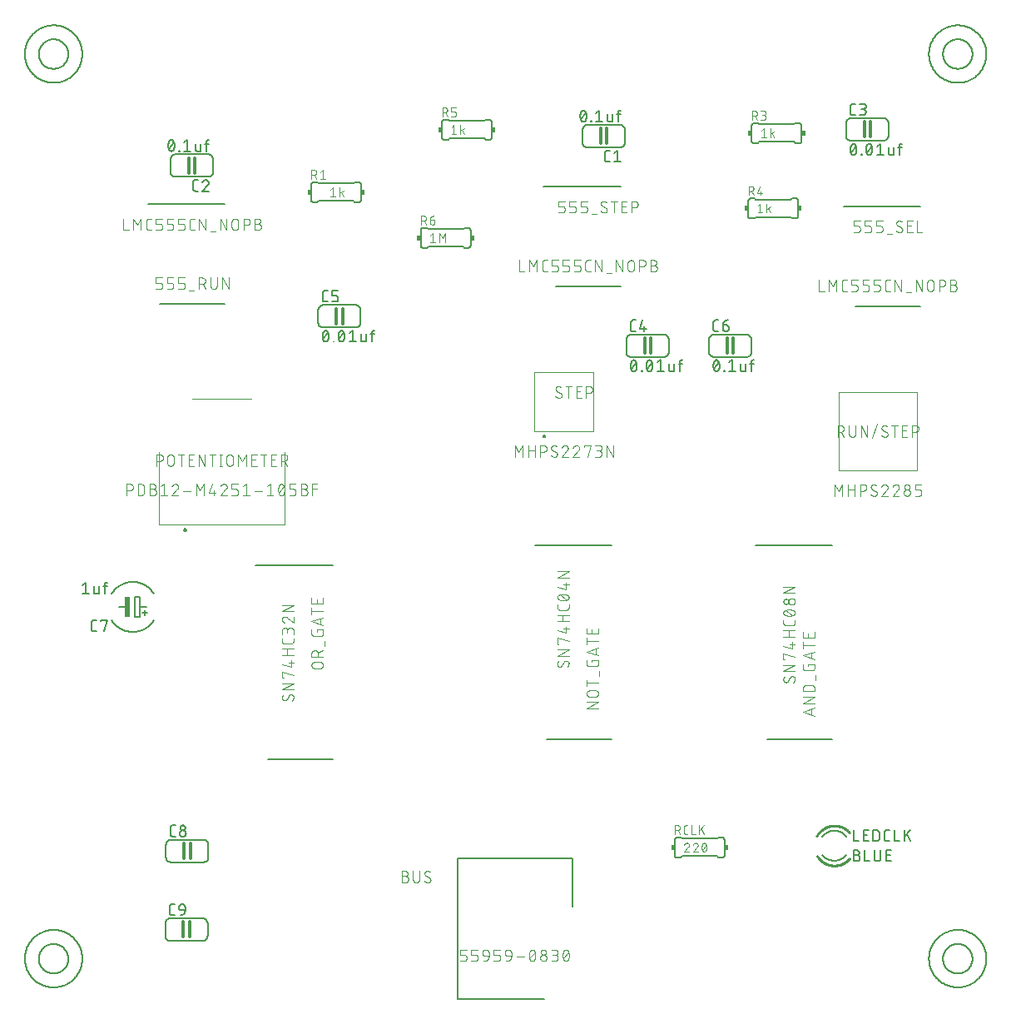
<source format=gbr>
G04 EAGLE Gerber RS-274X export*
G75*
%MOMM*%
%FSLAX34Y34*%
%LPD*%
%INSilkscreen Top*%
%IPPOS*%
%AMOC8*
5,1,8,0,0,1.08239X$1,22.5*%
G01*
%ADD10C,0.200000*%
%ADD11C,0.101600*%
%ADD12C,0.152400*%
%ADD13C,0.304800*%
%ADD14C,0.127000*%
%ADD15R,0.508000X2.032000*%
%ADD16C,0.254000*%
%ADD17C,0.100000*%
%ADD18C,0.200000*%
%ADD19R,0.381000X0.508000*%
%ADD20C,0.203200*%


D10*
X754150Y460050D02*
X832500Y460050D01*
X832500Y263150D02*
X766500Y263150D01*
D11*
X802558Y291029D02*
X814242Y287134D01*
X814242Y294924D02*
X802558Y291029D01*
X811321Y293950D02*
X811321Y288108D01*
X814242Y299594D02*
X802558Y299594D01*
X814242Y306085D01*
X802558Y306085D01*
X802558Y311786D02*
X814242Y311786D01*
X802558Y311786D02*
X802558Y315032D01*
X802560Y315145D01*
X802566Y315258D01*
X802576Y315371D01*
X802590Y315484D01*
X802607Y315596D01*
X802629Y315707D01*
X802654Y315817D01*
X802684Y315927D01*
X802717Y316035D01*
X802754Y316142D01*
X802794Y316248D01*
X802839Y316352D01*
X802887Y316455D01*
X802938Y316556D01*
X802993Y316655D01*
X803051Y316752D01*
X803113Y316847D01*
X803178Y316940D01*
X803246Y317030D01*
X803317Y317118D01*
X803392Y317204D01*
X803469Y317287D01*
X803549Y317367D01*
X803632Y317444D01*
X803718Y317519D01*
X803806Y317590D01*
X803896Y317658D01*
X803989Y317723D01*
X804084Y317785D01*
X804181Y317843D01*
X804280Y317898D01*
X804381Y317949D01*
X804484Y317997D01*
X804588Y318042D01*
X804694Y318082D01*
X804801Y318119D01*
X804909Y318152D01*
X805019Y318182D01*
X805129Y318207D01*
X805240Y318229D01*
X805352Y318246D01*
X805465Y318260D01*
X805578Y318270D01*
X805691Y318276D01*
X805804Y318278D01*
X805804Y318277D02*
X810996Y318277D01*
X810996Y318278D02*
X811109Y318276D01*
X811222Y318270D01*
X811335Y318260D01*
X811448Y318246D01*
X811560Y318229D01*
X811671Y318207D01*
X811781Y318182D01*
X811891Y318152D01*
X811999Y318119D01*
X812106Y318082D01*
X812212Y318042D01*
X812316Y317997D01*
X812419Y317949D01*
X812520Y317898D01*
X812619Y317843D01*
X812716Y317785D01*
X812811Y317723D01*
X812904Y317658D01*
X812994Y317590D01*
X813082Y317519D01*
X813168Y317444D01*
X813251Y317367D01*
X813331Y317287D01*
X813408Y317204D01*
X813483Y317118D01*
X813554Y317030D01*
X813622Y316940D01*
X813687Y316847D01*
X813749Y316752D01*
X813807Y316655D01*
X813862Y316556D01*
X813913Y316455D01*
X813961Y316352D01*
X814006Y316248D01*
X814046Y316142D01*
X814083Y316035D01*
X814116Y315927D01*
X814146Y315817D01*
X814171Y315707D01*
X814193Y315596D01*
X814210Y315484D01*
X814224Y315371D01*
X814234Y315258D01*
X814240Y315145D01*
X814242Y315032D01*
X814242Y311786D01*
X815540Y323103D02*
X815540Y328296D01*
X807751Y337666D02*
X807751Y339613D01*
X814242Y339613D01*
X814242Y335719D01*
X814240Y335620D01*
X814234Y335520D01*
X814225Y335421D01*
X814212Y335323D01*
X814195Y335225D01*
X814174Y335127D01*
X814149Y335031D01*
X814121Y334936D01*
X814089Y334842D01*
X814054Y334749D01*
X814015Y334657D01*
X813972Y334567D01*
X813927Y334479D01*
X813877Y334392D01*
X813825Y334308D01*
X813769Y334225D01*
X813711Y334145D01*
X813649Y334067D01*
X813584Y333992D01*
X813516Y333919D01*
X813446Y333849D01*
X813373Y333781D01*
X813298Y333716D01*
X813220Y333654D01*
X813140Y333596D01*
X813057Y333540D01*
X812973Y333488D01*
X812886Y333438D01*
X812798Y333393D01*
X812708Y333350D01*
X812616Y333311D01*
X812523Y333276D01*
X812429Y333244D01*
X812334Y333216D01*
X812238Y333191D01*
X812140Y333170D01*
X812042Y333153D01*
X811944Y333140D01*
X811845Y333131D01*
X811745Y333125D01*
X811646Y333123D01*
X811646Y333122D02*
X805154Y333122D01*
X805055Y333124D01*
X804955Y333130D01*
X804856Y333139D01*
X804758Y333152D01*
X804660Y333170D01*
X804562Y333190D01*
X804466Y333215D01*
X804370Y333243D01*
X804276Y333275D01*
X804183Y333310D01*
X804092Y333349D01*
X804002Y333392D01*
X803913Y333437D01*
X803827Y333487D01*
X803742Y333539D01*
X803660Y333595D01*
X803580Y333654D01*
X803502Y333715D01*
X803426Y333780D01*
X803353Y333848D01*
X803283Y333918D01*
X803215Y333991D01*
X803150Y334067D01*
X803089Y334145D01*
X803030Y334225D01*
X802974Y334307D01*
X802922Y334392D01*
X802873Y334478D01*
X802827Y334567D01*
X802784Y334657D01*
X802745Y334748D01*
X802710Y334841D01*
X802678Y334935D01*
X802650Y335031D01*
X802625Y335127D01*
X802605Y335225D01*
X802587Y335323D01*
X802574Y335421D01*
X802565Y335520D01*
X802559Y335619D01*
X802557Y335719D01*
X802558Y335719D02*
X802558Y339613D01*
X802558Y348179D02*
X814242Y344284D01*
X814242Y352074D02*
X802558Y348179D01*
X811321Y351100D02*
X811321Y345258D01*
X814242Y358847D02*
X802558Y358847D01*
X802558Y362092D02*
X802558Y355601D01*
X814242Y366673D02*
X814242Y371866D01*
X814242Y366673D02*
X802558Y366673D01*
X802558Y371866D01*
X807751Y370568D02*
X807751Y366673D01*
X791646Y327216D02*
X791745Y327214D01*
X791845Y327208D01*
X791944Y327199D01*
X792042Y327186D01*
X792140Y327169D01*
X792238Y327148D01*
X792334Y327123D01*
X792429Y327095D01*
X792523Y327063D01*
X792616Y327028D01*
X792708Y326989D01*
X792798Y326946D01*
X792886Y326901D01*
X792973Y326851D01*
X793057Y326799D01*
X793140Y326743D01*
X793220Y326685D01*
X793298Y326623D01*
X793373Y326558D01*
X793446Y326490D01*
X793516Y326420D01*
X793584Y326347D01*
X793649Y326272D01*
X793711Y326194D01*
X793769Y326114D01*
X793825Y326031D01*
X793877Y325947D01*
X793927Y325860D01*
X793972Y325772D01*
X794015Y325682D01*
X794054Y325590D01*
X794089Y325497D01*
X794121Y325403D01*
X794149Y325308D01*
X794174Y325212D01*
X794195Y325114D01*
X794212Y325016D01*
X794225Y324918D01*
X794234Y324819D01*
X794240Y324719D01*
X794242Y324620D01*
X794240Y324476D01*
X794234Y324331D01*
X794225Y324187D01*
X794212Y324044D01*
X794195Y323900D01*
X794174Y323757D01*
X794149Y323615D01*
X794121Y323474D01*
X794089Y323333D01*
X794053Y323193D01*
X794014Y323054D01*
X793971Y322916D01*
X793924Y322780D01*
X793874Y322644D01*
X793820Y322510D01*
X793763Y322378D01*
X793702Y322247D01*
X793638Y322118D01*
X793570Y321990D01*
X793500Y321864D01*
X793425Y321740D01*
X793348Y321619D01*
X793267Y321499D01*
X793184Y321381D01*
X793097Y321266D01*
X793007Y321153D01*
X792914Y321042D01*
X792819Y320934D01*
X792720Y320828D01*
X792619Y320725D01*
X785154Y321050D02*
X785055Y321052D01*
X784955Y321058D01*
X784856Y321067D01*
X784758Y321080D01*
X784660Y321097D01*
X784562Y321118D01*
X784466Y321143D01*
X784371Y321171D01*
X784277Y321203D01*
X784184Y321238D01*
X784092Y321277D01*
X784002Y321320D01*
X783914Y321365D01*
X783827Y321415D01*
X783743Y321467D01*
X783660Y321523D01*
X783580Y321581D01*
X783502Y321643D01*
X783427Y321708D01*
X783354Y321776D01*
X783284Y321846D01*
X783216Y321919D01*
X783151Y321994D01*
X783089Y322072D01*
X783031Y322152D01*
X782975Y322235D01*
X782923Y322319D01*
X782873Y322406D01*
X782828Y322494D01*
X782785Y322584D01*
X782746Y322676D01*
X782711Y322769D01*
X782679Y322863D01*
X782651Y322958D01*
X782626Y323054D01*
X782605Y323152D01*
X782588Y323250D01*
X782575Y323348D01*
X782566Y323447D01*
X782560Y323547D01*
X782558Y323646D01*
X782560Y323782D01*
X782566Y323918D01*
X782575Y324054D01*
X782588Y324190D01*
X782606Y324325D01*
X782626Y324459D01*
X782651Y324593D01*
X782679Y324727D01*
X782712Y324859D01*
X782747Y324990D01*
X782787Y325121D01*
X782830Y325250D01*
X782876Y325378D01*
X782927Y325504D01*
X782980Y325630D01*
X783038Y325753D01*
X783098Y325875D01*
X783162Y325995D01*
X783230Y326114D01*
X783300Y326230D01*
X783374Y326344D01*
X783451Y326457D01*
X783532Y326567D01*
X787426Y322348D02*
X787373Y322262D01*
X787316Y322178D01*
X787257Y322096D01*
X787194Y322016D01*
X787128Y321939D01*
X787060Y321864D01*
X786988Y321792D01*
X786914Y321723D01*
X786837Y321657D01*
X786758Y321594D01*
X786676Y321534D01*
X786592Y321477D01*
X786506Y321423D01*
X786418Y321373D01*
X786328Y321326D01*
X786237Y321282D01*
X786143Y321243D01*
X786049Y321206D01*
X785953Y321174D01*
X785855Y321145D01*
X785757Y321120D01*
X785658Y321099D01*
X785558Y321081D01*
X785458Y321068D01*
X785357Y321058D01*
X785255Y321052D01*
X785154Y321050D01*
X789374Y325918D02*
X789427Y326004D01*
X789484Y326088D01*
X789543Y326170D01*
X789606Y326250D01*
X789672Y326327D01*
X789740Y326402D01*
X789812Y326474D01*
X789886Y326543D01*
X789963Y326609D01*
X790042Y326672D01*
X790124Y326732D01*
X790208Y326789D01*
X790294Y326843D01*
X790382Y326893D01*
X790472Y326940D01*
X790563Y326984D01*
X790657Y327023D01*
X790751Y327060D01*
X790847Y327092D01*
X790945Y327121D01*
X791043Y327146D01*
X791142Y327167D01*
X791242Y327185D01*
X791342Y327198D01*
X791443Y327208D01*
X791545Y327214D01*
X791646Y327216D01*
X789374Y325918D02*
X787426Y322348D01*
X782558Y332155D02*
X794242Y332155D01*
X794242Y338646D02*
X782558Y332155D01*
X782558Y338646D02*
X794242Y338646D01*
X783856Y343966D02*
X782558Y343966D01*
X782558Y350457D01*
X794242Y347212D01*
X791646Y355396D02*
X782558Y357992D01*
X791646Y355396D02*
X791646Y361887D01*
X789049Y359940D02*
X794242Y359940D01*
X794242Y367207D02*
X782558Y367207D01*
X787751Y367207D02*
X787751Y373698D01*
X782558Y373698D02*
X794242Y373698D01*
X794242Y381581D02*
X794242Y384178D01*
X794242Y381581D02*
X794240Y381482D01*
X794234Y381382D01*
X794225Y381283D01*
X794212Y381185D01*
X794195Y381087D01*
X794174Y380989D01*
X794149Y380893D01*
X794121Y380798D01*
X794089Y380704D01*
X794054Y380611D01*
X794015Y380519D01*
X793972Y380429D01*
X793927Y380341D01*
X793877Y380254D01*
X793825Y380170D01*
X793769Y380087D01*
X793711Y380007D01*
X793649Y379929D01*
X793584Y379854D01*
X793516Y379781D01*
X793446Y379711D01*
X793373Y379643D01*
X793298Y379578D01*
X793220Y379516D01*
X793140Y379458D01*
X793057Y379402D01*
X792973Y379350D01*
X792886Y379300D01*
X792798Y379255D01*
X792708Y379212D01*
X792616Y379173D01*
X792523Y379138D01*
X792429Y379106D01*
X792334Y379078D01*
X792238Y379053D01*
X792140Y379032D01*
X792042Y379015D01*
X791944Y379002D01*
X791845Y378993D01*
X791745Y378987D01*
X791646Y378985D01*
X785154Y378985D01*
X785154Y378984D02*
X785055Y378986D01*
X784955Y378992D01*
X784856Y379001D01*
X784758Y379014D01*
X784660Y379032D01*
X784562Y379052D01*
X784466Y379077D01*
X784370Y379105D01*
X784276Y379137D01*
X784183Y379172D01*
X784092Y379211D01*
X784002Y379254D01*
X783913Y379299D01*
X783827Y379349D01*
X783742Y379401D01*
X783660Y379457D01*
X783580Y379516D01*
X783502Y379577D01*
X783426Y379642D01*
X783353Y379710D01*
X783283Y379780D01*
X783215Y379853D01*
X783150Y379929D01*
X783089Y380007D01*
X783030Y380087D01*
X782974Y380169D01*
X782922Y380254D01*
X782873Y380340D01*
X782827Y380429D01*
X782784Y380519D01*
X782745Y380610D01*
X782710Y380703D01*
X782678Y380797D01*
X782650Y380893D01*
X782625Y380989D01*
X782605Y381087D01*
X782587Y381185D01*
X782574Y381283D01*
X782565Y381382D01*
X782559Y381481D01*
X782557Y381581D01*
X782558Y381581D02*
X782558Y384178D01*
X784181Y389517D02*
X784388Y389418D01*
X784599Y389325D01*
X784811Y389237D01*
X785025Y389154D01*
X785241Y389076D01*
X785459Y389003D01*
X785679Y388935D01*
X785900Y388873D01*
X786123Y388816D01*
X786347Y388764D01*
X786572Y388718D01*
X786798Y388677D01*
X787025Y388642D01*
X787253Y388612D01*
X787482Y388587D01*
X787711Y388568D01*
X787940Y388554D01*
X788170Y388546D01*
X788400Y388543D01*
X784181Y389516D02*
X784091Y389549D01*
X784002Y389585D01*
X783914Y389625D01*
X783829Y389669D01*
X783745Y389716D01*
X783663Y389766D01*
X783583Y389820D01*
X783506Y389876D01*
X783430Y389936D01*
X783357Y389999D01*
X783287Y390064D01*
X783219Y390133D01*
X783155Y390204D01*
X783093Y390277D01*
X783034Y390353D01*
X782978Y390431D01*
X782925Y390512D01*
X782876Y390594D01*
X782830Y390678D01*
X782787Y390765D01*
X782748Y390852D01*
X782712Y390942D01*
X782680Y391032D01*
X782652Y391124D01*
X782627Y391217D01*
X782606Y391311D01*
X782589Y391405D01*
X782575Y391500D01*
X782566Y391596D01*
X782560Y391692D01*
X782558Y391788D01*
X782560Y391884D01*
X782566Y391980D01*
X782575Y392076D01*
X782589Y392171D01*
X782606Y392265D01*
X782627Y392359D01*
X782652Y392452D01*
X782680Y392544D01*
X782712Y392634D01*
X782748Y392724D01*
X782787Y392812D01*
X782830Y392898D01*
X782876Y392982D01*
X782925Y393064D01*
X782978Y393145D01*
X783034Y393223D01*
X783093Y393299D01*
X783155Y393372D01*
X783219Y393443D01*
X783287Y393512D01*
X783357Y393577D01*
X783430Y393640D01*
X783506Y393700D01*
X783583Y393756D01*
X783663Y393810D01*
X783745Y393860D01*
X783829Y393907D01*
X783914Y393951D01*
X784002Y393991D01*
X784091Y394027D01*
X784181Y394060D01*
X784388Y394159D01*
X784599Y394252D01*
X784811Y394340D01*
X785025Y394423D01*
X785241Y394501D01*
X785459Y394574D01*
X785679Y394642D01*
X785900Y394704D01*
X786123Y394761D01*
X786347Y394813D01*
X786572Y394859D01*
X786798Y394900D01*
X787025Y394935D01*
X787253Y394965D01*
X787482Y394990D01*
X787711Y395009D01*
X787940Y395023D01*
X788170Y395031D01*
X788400Y395034D01*
X788400Y388543D02*
X788630Y388546D01*
X788860Y388554D01*
X789089Y388568D01*
X789318Y388587D01*
X789547Y388612D01*
X789775Y388642D01*
X790002Y388677D01*
X790228Y388718D01*
X790453Y388764D01*
X790677Y388816D01*
X790900Y388873D01*
X791121Y388935D01*
X791341Y389003D01*
X791559Y389076D01*
X791775Y389154D01*
X791989Y389237D01*
X792201Y389325D01*
X792412Y389418D01*
X792619Y389517D01*
X792619Y389516D02*
X792709Y389549D01*
X792798Y389585D01*
X792886Y389626D01*
X792971Y389669D01*
X793055Y389716D01*
X793137Y389766D01*
X793217Y389820D01*
X793294Y389876D01*
X793370Y389936D01*
X793443Y389999D01*
X793513Y390064D01*
X793581Y390133D01*
X793645Y390204D01*
X793707Y390277D01*
X793766Y390353D01*
X793822Y390431D01*
X793875Y390512D01*
X793924Y390594D01*
X793970Y390678D01*
X794013Y390765D01*
X794052Y390852D01*
X794088Y390942D01*
X794120Y391032D01*
X794148Y391124D01*
X794173Y391217D01*
X794194Y391311D01*
X794211Y391405D01*
X794225Y391500D01*
X794234Y391596D01*
X794240Y391692D01*
X794242Y391788D01*
X792619Y394060D02*
X792412Y394159D01*
X792201Y394252D01*
X791989Y394340D01*
X791775Y394423D01*
X791559Y394501D01*
X791341Y394574D01*
X791121Y394642D01*
X790900Y394704D01*
X790677Y394761D01*
X790453Y394813D01*
X790228Y394859D01*
X790002Y394900D01*
X789775Y394935D01*
X789547Y394965D01*
X789318Y394990D01*
X789089Y395009D01*
X788860Y395023D01*
X788630Y395031D01*
X788400Y395034D01*
X792619Y394060D02*
X792709Y394027D01*
X792798Y393991D01*
X792886Y393951D01*
X792971Y393907D01*
X793055Y393860D01*
X793137Y393810D01*
X793217Y393756D01*
X793294Y393700D01*
X793370Y393640D01*
X793443Y393577D01*
X793513Y393512D01*
X793581Y393443D01*
X793645Y393372D01*
X793707Y393299D01*
X793766Y393223D01*
X793822Y393145D01*
X793875Y393064D01*
X793924Y392982D01*
X793970Y392898D01*
X794013Y392811D01*
X794052Y392724D01*
X794088Y392634D01*
X794120Y392544D01*
X794148Y392452D01*
X794173Y392359D01*
X794194Y392265D01*
X794211Y392171D01*
X794225Y392076D01*
X794234Y391980D01*
X794240Y391884D01*
X794242Y391788D01*
X791646Y389192D02*
X785154Y394385D01*
X790996Y399972D02*
X790883Y399974D01*
X790770Y399980D01*
X790657Y399990D01*
X790544Y400004D01*
X790432Y400021D01*
X790321Y400043D01*
X790211Y400068D01*
X790101Y400098D01*
X789993Y400131D01*
X789886Y400168D01*
X789780Y400208D01*
X789676Y400253D01*
X789573Y400301D01*
X789472Y400352D01*
X789373Y400407D01*
X789276Y400465D01*
X789181Y400527D01*
X789088Y400592D01*
X788998Y400660D01*
X788910Y400731D01*
X788824Y400806D01*
X788741Y400883D01*
X788661Y400963D01*
X788584Y401046D01*
X788509Y401132D01*
X788438Y401220D01*
X788370Y401310D01*
X788305Y401403D01*
X788243Y401498D01*
X788185Y401595D01*
X788130Y401694D01*
X788079Y401795D01*
X788031Y401898D01*
X787986Y402002D01*
X787946Y402108D01*
X787909Y402215D01*
X787876Y402323D01*
X787846Y402433D01*
X787821Y402543D01*
X787799Y402654D01*
X787782Y402766D01*
X787768Y402879D01*
X787758Y402992D01*
X787752Y403105D01*
X787750Y403218D01*
X787752Y403331D01*
X787758Y403444D01*
X787768Y403557D01*
X787782Y403670D01*
X787799Y403782D01*
X787821Y403893D01*
X787846Y404003D01*
X787876Y404113D01*
X787909Y404221D01*
X787946Y404328D01*
X787986Y404434D01*
X788031Y404538D01*
X788079Y404641D01*
X788130Y404742D01*
X788185Y404841D01*
X788243Y404938D01*
X788305Y405033D01*
X788370Y405126D01*
X788438Y405216D01*
X788509Y405304D01*
X788584Y405390D01*
X788661Y405473D01*
X788741Y405553D01*
X788824Y405630D01*
X788910Y405705D01*
X788998Y405776D01*
X789088Y405844D01*
X789181Y405909D01*
X789276Y405971D01*
X789373Y406029D01*
X789472Y406084D01*
X789573Y406135D01*
X789676Y406183D01*
X789780Y406228D01*
X789886Y406268D01*
X789993Y406305D01*
X790101Y406338D01*
X790211Y406368D01*
X790321Y406393D01*
X790432Y406415D01*
X790544Y406432D01*
X790657Y406446D01*
X790770Y406456D01*
X790883Y406462D01*
X790996Y406464D01*
X791109Y406462D01*
X791222Y406456D01*
X791335Y406446D01*
X791448Y406432D01*
X791560Y406415D01*
X791671Y406393D01*
X791781Y406368D01*
X791891Y406338D01*
X791999Y406305D01*
X792106Y406268D01*
X792212Y406228D01*
X792316Y406183D01*
X792419Y406135D01*
X792520Y406084D01*
X792619Y406029D01*
X792716Y405971D01*
X792811Y405909D01*
X792904Y405844D01*
X792994Y405776D01*
X793082Y405705D01*
X793168Y405630D01*
X793251Y405553D01*
X793331Y405473D01*
X793408Y405390D01*
X793483Y405304D01*
X793554Y405216D01*
X793622Y405126D01*
X793687Y405033D01*
X793749Y404938D01*
X793807Y404841D01*
X793862Y404742D01*
X793913Y404641D01*
X793961Y404538D01*
X794006Y404434D01*
X794046Y404328D01*
X794083Y404221D01*
X794116Y404113D01*
X794146Y404003D01*
X794171Y403893D01*
X794193Y403782D01*
X794210Y403670D01*
X794224Y403557D01*
X794234Y403444D01*
X794240Y403331D01*
X794242Y403218D01*
X794240Y403105D01*
X794234Y402992D01*
X794224Y402879D01*
X794210Y402766D01*
X794193Y402654D01*
X794171Y402543D01*
X794146Y402433D01*
X794116Y402323D01*
X794083Y402215D01*
X794046Y402108D01*
X794006Y402002D01*
X793961Y401898D01*
X793913Y401795D01*
X793862Y401694D01*
X793807Y401595D01*
X793749Y401498D01*
X793687Y401403D01*
X793622Y401310D01*
X793554Y401220D01*
X793483Y401132D01*
X793408Y401046D01*
X793331Y400963D01*
X793251Y400883D01*
X793168Y400806D01*
X793082Y400731D01*
X792994Y400660D01*
X792904Y400592D01*
X792811Y400527D01*
X792716Y400465D01*
X792619Y400407D01*
X792520Y400352D01*
X792419Y400301D01*
X792316Y400253D01*
X792212Y400208D01*
X792106Y400168D01*
X791999Y400131D01*
X791891Y400098D01*
X791781Y400068D01*
X791671Y400043D01*
X791560Y400021D01*
X791448Y400004D01*
X791335Y399990D01*
X791222Y399980D01*
X791109Y399974D01*
X790996Y399972D01*
X785154Y400622D02*
X785053Y400624D01*
X784953Y400630D01*
X784853Y400640D01*
X784753Y400653D01*
X784654Y400671D01*
X784555Y400692D01*
X784458Y400717D01*
X784361Y400746D01*
X784266Y400779D01*
X784172Y400815D01*
X784080Y400855D01*
X783989Y400898D01*
X783900Y400945D01*
X783813Y400995D01*
X783727Y401049D01*
X783644Y401106D01*
X783564Y401166D01*
X783485Y401229D01*
X783409Y401296D01*
X783336Y401365D01*
X783266Y401437D01*
X783198Y401511D01*
X783133Y401588D01*
X783072Y401668D01*
X783013Y401750D01*
X782958Y401834D01*
X782906Y401920D01*
X782857Y402008D01*
X782812Y402098D01*
X782770Y402190D01*
X782732Y402283D01*
X782698Y402378D01*
X782667Y402473D01*
X782640Y402570D01*
X782617Y402668D01*
X782597Y402767D01*
X782582Y402867D01*
X782570Y402967D01*
X782562Y403067D01*
X782558Y403168D01*
X782558Y403268D01*
X782562Y403369D01*
X782570Y403469D01*
X782582Y403569D01*
X782597Y403669D01*
X782617Y403768D01*
X782640Y403866D01*
X782667Y403963D01*
X782698Y404058D01*
X782732Y404153D01*
X782770Y404246D01*
X782812Y404338D01*
X782857Y404428D01*
X782906Y404516D01*
X782958Y404602D01*
X783013Y404686D01*
X783072Y404768D01*
X783133Y404848D01*
X783198Y404925D01*
X783266Y404999D01*
X783336Y405071D01*
X783409Y405140D01*
X783485Y405207D01*
X783564Y405270D01*
X783644Y405330D01*
X783727Y405387D01*
X783813Y405441D01*
X783900Y405491D01*
X783989Y405538D01*
X784080Y405581D01*
X784172Y405621D01*
X784266Y405657D01*
X784361Y405690D01*
X784458Y405719D01*
X784555Y405744D01*
X784654Y405765D01*
X784753Y405783D01*
X784853Y405796D01*
X784953Y405806D01*
X785053Y405812D01*
X785154Y405814D01*
X785255Y405812D01*
X785355Y405806D01*
X785455Y405796D01*
X785555Y405783D01*
X785654Y405765D01*
X785753Y405744D01*
X785850Y405719D01*
X785947Y405690D01*
X786042Y405657D01*
X786136Y405621D01*
X786228Y405581D01*
X786319Y405538D01*
X786408Y405491D01*
X786495Y405441D01*
X786581Y405387D01*
X786664Y405330D01*
X786744Y405270D01*
X786823Y405207D01*
X786899Y405140D01*
X786972Y405071D01*
X787042Y404999D01*
X787110Y404925D01*
X787175Y404848D01*
X787236Y404768D01*
X787295Y404686D01*
X787350Y404602D01*
X787402Y404516D01*
X787451Y404428D01*
X787496Y404338D01*
X787538Y404246D01*
X787576Y404153D01*
X787610Y404058D01*
X787641Y403963D01*
X787668Y403866D01*
X787691Y403768D01*
X787711Y403669D01*
X787726Y403569D01*
X787738Y403469D01*
X787746Y403369D01*
X787750Y403268D01*
X787750Y403168D01*
X787746Y403067D01*
X787738Y402967D01*
X787726Y402867D01*
X787711Y402767D01*
X787691Y402668D01*
X787668Y402570D01*
X787641Y402473D01*
X787610Y402378D01*
X787576Y402283D01*
X787538Y402190D01*
X787496Y402098D01*
X787451Y402008D01*
X787402Y401920D01*
X787350Y401834D01*
X787295Y401750D01*
X787236Y401668D01*
X787175Y401588D01*
X787110Y401511D01*
X787042Y401437D01*
X786972Y401365D01*
X786899Y401296D01*
X786823Y401229D01*
X786744Y401166D01*
X786664Y401106D01*
X786581Y401049D01*
X786495Y400995D01*
X786408Y400945D01*
X786319Y400898D01*
X786228Y400855D01*
X786136Y400815D01*
X786042Y400779D01*
X785947Y400746D01*
X785850Y400717D01*
X785753Y400692D01*
X785654Y400671D01*
X785555Y400653D01*
X785455Y400640D01*
X785355Y400630D01*
X785255Y400624D01*
X785154Y400622D01*
X782558Y411784D02*
X794242Y411784D01*
X794242Y418275D02*
X782558Y411784D01*
X782558Y418275D02*
X794242Y418275D01*
D10*
X539100Y-700D02*
X451100Y-700D01*
X451100Y141800D01*
X568100Y141800D01*
X568100Y93300D01*
D11*
X397755Y123949D02*
X394509Y123949D01*
X397755Y123950D02*
X397868Y123948D01*
X397981Y123942D01*
X398094Y123932D01*
X398207Y123918D01*
X398319Y123901D01*
X398430Y123879D01*
X398540Y123854D01*
X398650Y123824D01*
X398758Y123791D01*
X398865Y123754D01*
X398971Y123714D01*
X399075Y123669D01*
X399178Y123621D01*
X399279Y123570D01*
X399378Y123515D01*
X399475Y123457D01*
X399570Y123395D01*
X399663Y123330D01*
X399753Y123262D01*
X399841Y123191D01*
X399927Y123116D01*
X400010Y123039D01*
X400090Y122959D01*
X400167Y122876D01*
X400242Y122790D01*
X400313Y122702D01*
X400381Y122612D01*
X400446Y122519D01*
X400508Y122424D01*
X400566Y122327D01*
X400621Y122228D01*
X400672Y122127D01*
X400720Y122024D01*
X400765Y121920D01*
X400805Y121814D01*
X400842Y121707D01*
X400875Y121599D01*
X400905Y121489D01*
X400930Y121379D01*
X400952Y121268D01*
X400969Y121156D01*
X400983Y121043D01*
X400993Y120930D01*
X400999Y120817D01*
X401001Y120704D01*
X400999Y120591D01*
X400993Y120478D01*
X400983Y120365D01*
X400969Y120252D01*
X400952Y120140D01*
X400930Y120029D01*
X400905Y119919D01*
X400875Y119809D01*
X400842Y119701D01*
X400805Y119594D01*
X400765Y119488D01*
X400720Y119384D01*
X400672Y119281D01*
X400621Y119180D01*
X400566Y119081D01*
X400508Y118984D01*
X400446Y118889D01*
X400381Y118796D01*
X400313Y118706D01*
X400242Y118618D01*
X400167Y118532D01*
X400090Y118449D01*
X400010Y118369D01*
X399927Y118292D01*
X399841Y118217D01*
X399753Y118146D01*
X399663Y118078D01*
X399570Y118013D01*
X399475Y117951D01*
X399378Y117893D01*
X399279Y117838D01*
X399178Y117787D01*
X399075Y117739D01*
X398971Y117694D01*
X398865Y117654D01*
X398758Y117617D01*
X398650Y117584D01*
X398540Y117554D01*
X398430Y117529D01*
X398319Y117507D01*
X398207Y117490D01*
X398094Y117476D01*
X397981Y117466D01*
X397868Y117460D01*
X397755Y117458D01*
X394509Y117458D01*
X394509Y129142D01*
X397755Y129142D01*
X397856Y129140D01*
X397956Y129134D01*
X398056Y129124D01*
X398156Y129111D01*
X398255Y129093D01*
X398354Y129072D01*
X398451Y129047D01*
X398548Y129018D01*
X398643Y128985D01*
X398737Y128949D01*
X398829Y128909D01*
X398920Y128866D01*
X399009Y128819D01*
X399096Y128769D01*
X399182Y128715D01*
X399265Y128658D01*
X399345Y128598D01*
X399424Y128535D01*
X399500Y128468D01*
X399573Y128399D01*
X399643Y128327D01*
X399711Y128253D01*
X399776Y128176D01*
X399837Y128096D01*
X399896Y128014D01*
X399951Y127930D01*
X400003Y127844D01*
X400052Y127756D01*
X400097Y127666D01*
X400139Y127574D01*
X400177Y127481D01*
X400211Y127386D01*
X400242Y127291D01*
X400269Y127194D01*
X400292Y127096D01*
X400312Y126997D01*
X400327Y126897D01*
X400339Y126797D01*
X400347Y126697D01*
X400351Y126596D01*
X400351Y126496D01*
X400347Y126395D01*
X400339Y126295D01*
X400327Y126195D01*
X400312Y126095D01*
X400292Y125996D01*
X400269Y125898D01*
X400242Y125801D01*
X400211Y125706D01*
X400177Y125611D01*
X400139Y125518D01*
X400097Y125426D01*
X400052Y125336D01*
X400003Y125248D01*
X399951Y125162D01*
X399896Y125078D01*
X399837Y124996D01*
X399776Y124916D01*
X399711Y124839D01*
X399643Y124765D01*
X399573Y124693D01*
X399500Y124624D01*
X399424Y124557D01*
X399345Y124494D01*
X399265Y124434D01*
X399182Y124377D01*
X399096Y124323D01*
X399009Y124273D01*
X398920Y124226D01*
X398829Y124183D01*
X398737Y124143D01*
X398643Y124107D01*
X398548Y124074D01*
X398451Y124045D01*
X398354Y124020D01*
X398255Y123999D01*
X398156Y123981D01*
X398056Y123968D01*
X397956Y123958D01*
X397856Y123952D01*
X397755Y123950D01*
X405770Y120704D02*
X405770Y129142D01*
X405769Y120704D02*
X405771Y120591D01*
X405777Y120478D01*
X405787Y120365D01*
X405801Y120252D01*
X405818Y120140D01*
X405840Y120029D01*
X405865Y119919D01*
X405895Y119809D01*
X405928Y119701D01*
X405965Y119594D01*
X406005Y119488D01*
X406050Y119384D01*
X406098Y119281D01*
X406149Y119180D01*
X406204Y119081D01*
X406262Y118984D01*
X406324Y118889D01*
X406389Y118796D01*
X406457Y118706D01*
X406528Y118618D01*
X406603Y118532D01*
X406680Y118449D01*
X406760Y118369D01*
X406843Y118292D01*
X406929Y118217D01*
X407017Y118146D01*
X407107Y118078D01*
X407200Y118013D01*
X407295Y117951D01*
X407392Y117893D01*
X407491Y117838D01*
X407592Y117787D01*
X407695Y117739D01*
X407799Y117694D01*
X407905Y117654D01*
X408012Y117617D01*
X408120Y117584D01*
X408230Y117554D01*
X408340Y117529D01*
X408451Y117507D01*
X408563Y117490D01*
X408676Y117476D01*
X408789Y117466D01*
X408902Y117460D01*
X409015Y117458D01*
X409128Y117460D01*
X409241Y117466D01*
X409354Y117476D01*
X409467Y117490D01*
X409579Y117507D01*
X409690Y117529D01*
X409800Y117554D01*
X409910Y117584D01*
X410018Y117617D01*
X410125Y117654D01*
X410231Y117694D01*
X410335Y117739D01*
X410438Y117787D01*
X410539Y117838D01*
X410638Y117893D01*
X410735Y117951D01*
X410830Y118013D01*
X410923Y118078D01*
X411013Y118146D01*
X411101Y118217D01*
X411187Y118292D01*
X411270Y118369D01*
X411350Y118449D01*
X411427Y118532D01*
X411502Y118618D01*
X411573Y118706D01*
X411641Y118796D01*
X411706Y118889D01*
X411768Y118984D01*
X411826Y119081D01*
X411881Y119180D01*
X411932Y119281D01*
X411980Y119384D01*
X412025Y119488D01*
X412065Y119594D01*
X412102Y119701D01*
X412135Y119809D01*
X412165Y119919D01*
X412190Y120029D01*
X412212Y120140D01*
X412229Y120252D01*
X412243Y120365D01*
X412253Y120478D01*
X412259Y120591D01*
X412261Y120704D01*
X412261Y129142D01*
X423690Y120054D02*
X423688Y119955D01*
X423682Y119855D01*
X423673Y119756D01*
X423660Y119658D01*
X423643Y119560D01*
X423622Y119462D01*
X423597Y119366D01*
X423569Y119271D01*
X423537Y119177D01*
X423502Y119084D01*
X423463Y118992D01*
X423420Y118902D01*
X423375Y118814D01*
X423325Y118727D01*
X423273Y118643D01*
X423217Y118560D01*
X423159Y118480D01*
X423097Y118402D01*
X423032Y118327D01*
X422964Y118254D01*
X422894Y118184D01*
X422821Y118116D01*
X422746Y118051D01*
X422668Y117989D01*
X422588Y117931D01*
X422505Y117875D01*
X422421Y117823D01*
X422334Y117773D01*
X422246Y117728D01*
X422156Y117685D01*
X422064Y117646D01*
X421971Y117611D01*
X421877Y117579D01*
X421782Y117551D01*
X421686Y117526D01*
X421588Y117505D01*
X421490Y117488D01*
X421392Y117475D01*
X421293Y117466D01*
X421193Y117460D01*
X421094Y117458D01*
X420950Y117460D01*
X420805Y117466D01*
X420661Y117475D01*
X420518Y117488D01*
X420374Y117505D01*
X420231Y117526D01*
X420089Y117551D01*
X419948Y117579D01*
X419807Y117611D01*
X419667Y117647D01*
X419528Y117686D01*
X419390Y117729D01*
X419254Y117776D01*
X419118Y117826D01*
X418984Y117880D01*
X418852Y117937D01*
X418721Y117998D01*
X418592Y118062D01*
X418464Y118130D01*
X418338Y118200D01*
X418214Y118275D01*
X418093Y118352D01*
X417973Y118433D01*
X417855Y118516D01*
X417740Y118603D01*
X417627Y118693D01*
X417516Y118786D01*
X417408Y118881D01*
X417302Y118980D01*
X417199Y119081D01*
X417525Y126546D02*
X417527Y126645D01*
X417533Y126745D01*
X417542Y126844D01*
X417555Y126942D01*
X417572Y127040D01*
X417593Y127138D01*
X417618Y127234D01*
X417646Y127329D01*
X417678Y127423D01*
X417713Y127516D01*
X417752Y127608D01*
X417795Y127698D01*
X417840Y127786D01*
X417890Y127873D01*
X417942Y127957D01*
X417998Y128040D01*
X418056Y128120D01*
X418118Y128198D01*
X418183Y128273D01*
X418251Y128346D01*
X418321Y128416D01*
X418394Y128484D01*
X418469Y128549D01*
X418547Y128611D01*
X418627Y128669D01*
X418710Y128725D01*
X418794Y128777D01*
X418881Y128827D01*
X418969Y128872D01*
X419059Y128915D01*
X419151Y128954D01*
X419244Y128989D01*
X419338Y129021D01*
X419433Y129049D01*
X419530Y129074D01*
X419627Y129095D01*
X419725Y129112D01*
X419823Y129125D01*
X419922Y129134D01*
X420022Y129140D01*
X420121Y129142D01*
X420257Y129140D01*
X420393Y129134D01*
X420529Y129125D01*
X420665Y129112D01*
X420800Y129094D01*
X420934Y129074D01*
X421068Y129049D01*
X421202Y129021D01*
X421334Y128988D01*
X421465Y128953D01*
X421596Y128913D01*
X421725Y128870D01*
X421853Y128824D01*
X421979Y128773D01*
X422105Y128720D01*
X422228Y128662D01*
X422350Y128602D01*
X422470Y128538D01*
X422589Y128470D01*
X422705Y128400D01*
X422819Y128326D01*
X422932Y128249D01*
X423042Y128168D01*
X418822Y124274D02*
X418736Y124327D01*
X418652Y124384D01*
X418570Y124443D01*
X418490Y124506D01*
X418413Y124572D01*
X418338Y124640D01*
X418266Y124712D01*
X418197Y124786D01*
X418131Y124863D01*
X418068Y124942D01*
X418008Y125024D01*
X417951Y125108D01*
X417897Y125194D01*
X417847Y125282D01*
X417800Y125372D01*
X417756Y125463D01*
X417717Y125557D01*
X417680Y125651D01*
X417648Y125747D01*
X417619Y125845D01*
X417594Y125943D01*
X417573Y126042D01*
X417555Y126142D01*
X417542Y126242D01*
X417532Y126343D01*
X417526Y126445D01*
X417524Y126546D01*
X422393Y122326D02*
X422479Y122273D01*
X422563Y122216D01*
X422645Y122157D01*
X422725Y122094D01*
X422802Y122028D01*
X422877Y121960D01*
X422949Y121888D01*
X423018Y121814D01*
X423084Y121737D01*
X423147Y121658D01*
X423207Y121576D01*
X423264Y121492D01*
X423318Y121406D01*
X423368Y121318D01*
X423415Y121228D01*
X423459Y121137D01*
X423498Y121043D01*
X423535Y120949D01*
X423567Y120853D01*
X423596Y120755D01*
X423621Y120657D01*
X423642Y120558D01*
X423660Y120458D01*
X423673Y120358D01*
X423683Y120257D01*
X423689Y120155D01*
X423691Y120054D01*
X422393Y122326D02*
X418823Y124274D01*
X453658Y37458D02*
X457552Y37458D01*
X457651Y37460D01*
X457751Y37466D01*
X457850Y37475D01*
X457948Y37488D01*
X458046Y37505D01*
X458144Y37526D01*
X458240Y37551D01*
X458335Y37579D01*
X458429Y37611D01*
X458522Y37646D01*
X458614Y37685D01*
X458704Y37728D01*
X458792Y37773D01*
X458879Y37823D01*
X458963Y37875D01*
X459046Y37931D01*
X459126Y37989D01*
X459204Y38051D01*
X459279Y38116D01*
X459352Y38184D01*
X459422Y38254D01*
X459490Y38327D01*
X459555Y38402D01*
X459617Y38480D01*
X459675Y38560D01*
X459731Y38643D01*
X459783Y38727D01*
X459833Y38814D01*
X459878Y38902D01*
X459921Y38992D01*
X459960Y39084D01*
X459995Y39177D01*
X460027Y39271D01*
X460055Y39366D01*
X460080Y39462D01*
X460101Y39560D01*
X460118Y39658D01*
X460131Y39756D01*
X460140Y39855D01*
X460146Y39955D01*
X460148Y40054D01*
X460149Y40054D02*
X460149Y41353D01*
X460148Y41353D02*
X460146Y41452D01*
X460140Y41552D01*
X460131Y41651D01*
X460118Y41749D01*
X460101Y41847D01*
X460080Y41945D01*
X460055Y42041D01*
X460027Y42136D01*
X459995Y42230D01*
X459960Y42323D01*
X459921Y42415D01*
X459878Y42505D01*
X459833Y42593D01*
X459783Y42680D01*
X459731Y42764D01*
X459675Y42847D01*
X459617Y42927D01*
X459555Y43005D01*
X459490Y43080D01*
X459422Y43153D01*
X459352Y43223D01*
X459279Y43291D01*
X459204Y43356D01*
X459126Y43418D01*
X459046Y43476D01*
X458963Y43532D01*
X458879Y43584D01*
X458792Y43634D01*
X458704Y43679D01*
X458614Y43722D01*
X458522Y43761D01*
X458429Y43796D01*
X458335Y43828D01*
X458240Y43856D01*
X458144Y43881D01*
X458046Y43902D01*
X457948Y43919D01*
X457850Y43932D01*
X457751Y43941D01*
X457651Y43947D01*
X457552Y43949D01*
X453658Y43949D01*
X453658Y49142D01*
X460149Y49142D01*
X465088Y37458D02*
X468982Y37458D01*
X469081Y37460D01*
X469181Y37466D01*
X469280Y37475D01*
X469378Y37488D01*
X469476Y37505D01*
X469574Y37526D01*
X469670Y37551D01*
X469765Y37579D01*
X469859Y37611D01*
X469952Y37646D01*
X470044Y37685D01*
X470134Y37728D01*
X470222Y37773D01*
X470309Y37823D01*
X470393Y37875D01*
X470476Y37931D01*
X470556Y37989D01*
X470634Y38051D01*
X470709Y38116D01*
X470782Y38184D01*
X470852Y38254D01*
X470920Y38327D01*
X470985Y38402D01*
X471047Y38480D01*
X471105Y38560D01*
X471161Y38643D01*
X471213Y38727D01*
X471263Y38814D01*
X471308Y38902D01*
X471351Y38992D01*
X471390Y39084D01*
X471425Y39177D01*
X471457Y39271D01*
X471485Y39366D01*
X471510Y39462D01*
X471531Y39560D01*
X471548Y39658D01*
X471561Y39756D01*
X471570Y39855D01*
X471576Y39955D01*
X471578Y40054D01*
X471579Y40054D02*
X471579Y41353D01*
X471578Y41353D02*
X471576Y41452D01*
X471570Y41552D01*
X471561Y41651D01*
X471548Y41749D01*
X471531Y41847D01*
X471510Y41945D01*
X471485Y42041D01*
X471457Y42136D01*
X471425Y42230D01*
X471390Y42323D01*
X471351Y42415D01*
X471308Y42505D01*
X471263Y42593D01*
X471213Y42680D01*
X471161Y42764D01*
X471105Y42847D01*
X471047Y42927D01*
X470985Y43005D01*
X470920Y43080D01*
X470852Y43153D01*
X470782Y43223D01*
X470709Y43291D01*
X470634Y43356D01*
X470556Y43418D01*
X470476Y43476D01*
X470393Y43532D01*
X470309Y43584D01*
X470222Y43634D01*
X470134Y43679D01*
X470044Y43722D01*
X469952Y43761D01*
X469859Y43796D01*
X469765Y43828D01*
X469670Y43856D01*
X469574Y43881D01*
X469476Y43902D01*
X469378Y43919D01*
X469280Y43932D01*
X469181Y43941D01*
X469081Y43947D01*
X468982Y43949D01*
X465088Y43949D01*
X465088Y49142D01*
X471579Y49142D01*
X479114Y42651D02*
X483009Y42651D01*
X479114Y42651D02*
X479015Y42653D01*
X478915Y42659D01*
X478816Y42668D01*
X478718Y42681D01*
X478620Y42698D01*
X478522Y42719D01*
X478426Y42744D01*
X478331Y42772D01*
X478237Y42804D01*
X478144Y42839D01*
X478052Y42878D01*
X477962Y42921D01*
X477874Y42966D01*
X477787Y43016D01*
X477703Y43068D01*
X477620Y43124D01*
X477540Y43182D01*
X477462Y43244D01*
X477387Y43309D01*
X477314Y43377D01*
X477244Y43447D01*
X477176Y43520D01*
X477111Y43595D01*
X477049Y43673D01*
X476991Y43753D01*
X476935Y43836D01*
X476883Y43920D01*
X476833Y44007D01*
X476788Y44095D01*
X476745Y44185D01*
X476706Y44277D01*
X476671Y44370D01*
X476639Y44464D01*
X476611Y44559D01*
X476586Y44655D01*
X476565Y44753D01*
X476548Y44851D01*
X476535Y44949D01*
X476526Y45048D01*
X476520Y45148D01*
X476518Y45247D01*
X476518Y45896D01*
X476517Y45896D02*
X476519Y46009D01*
X476525Y46122D01*
X476535Y46235D01*
X476549Y46348D01*
X476566Y46460D01*
X476588Y46571D01*
X476613Y46681D01*
X476643Y46791D01*
X476676Y46899D01*
X476713Y47006D01*
X476753Y47112D01*
X476798Y47216D01*
X476846Y47319D01*
X476897Y47420D01*
X476952Y47519D01*
X477010Y47616D01*
X477072Y47711D01*
X477137Y47804D01*
X477205Y47894D01*
X477276Y47982D01*
X477351Y48068D01*
X477428Y48151D01*
X477508Y48231D01*
X477591Y48308D01*
X477677Y48383D01*
X477765Y48454D01*
X477855Y48522D01*
X477948Y48587D01*
X478043Y48649D01*
X478140Y48707D01*
X478239Y48762D01*
X478340Y48813D01*
X478443Y48861D01*
X478547Y48906D01*
X478653Y48946D01*
X478760Y48983D01*
X478868Y49016D01*
X478978Y49046D01*
X479088Y49071D01*
X479199Y49093D01*
X479311Y49110D01*
X479424Y49124D01*
X479537Y49134D01*
X479650Y49140D01*
X479763Y49142D01*
X479876Y49140D01*
X479989Y49134D01*
X480102Y49124D01*
X480215Y49110D01*
X480327Y49093D01*
X480438Y49071D01*
X480548Y49046D01*
X480658Y49016D01*
X480766Y48983D01*
X480873Y48946D01*
X480979Y48906D01*
X481083Y48861D01*
X481186Y48813D01*
X481287Y48762D01*
X481386Y48707D01*
X481483Y48649D01*
X481578Y48587D01*
X481671Y48522D01*
X481761Y48454D01*
X481849Y48383D01*
X481935Y48308D01*
X482018Y48231D01*
X482098Y48151D01*
X482175Y48068D01*
X482250Y47982D01*
X482321Y47894D01*
X482389Y47804D01*
X482454Y47711D01*
X482516Y47616D01*
X482574Y47519D01*
X482629Y47420D01*
X482680Y47319D01*
X482728Y47216D01*
X482773Y47112D01*
X482813Y47006D01*
X482850Y46899D01*
X482883Y46791D01*
X482913Y46681D01*
X482938Y46571D01*
X482960Y46460D01*
X482977Y46348D01*
X482991Y46235D01*
X483001Y46122D01*
X483007Y46009D01*
X483009Y45896D01*
X483009Y42651D01*
X483007Y42508D01*
X483001Y42365D01*
X482991Y42222D01*
X482977Y42080D01*
X482960Y41938D01*
X482938Y41796D01*
X482913Y41655D01*
X482883Y41515D01*
X482850Y41376D01*
X482813Y41238D01*
X482772Y41101D01*
X482728Y40965D01*
X482679Y40830D01*
X482627Y40697D01*
X482572Y40565D01*
X482512Y40435D01*
X482449Y40306D01*
X482383Y40179D01*
X482313Y40054D01*
X482240Y39932D01*
X482163Y39811D01*
X482083Y39692D01*
X482000Y39576D01*
X481914Y39461D01*
X481825Y39350D01*
X481732Y39240D01*
X481637Y39134D01*
X481538Y39030D01*
X481437Y38929D01*
X481333Y38830D01*
X481227Y38735D01*
X481117Y38642D01*
X481006Y38553D01*
X480891Y38467D01*
X480775Y38384D01*
X480656Y38304D01*
X480535Y38227D01*
X480413Y38154D01*
X480288Y38084D01*
X480161Y38018D01*
X480032Y37955D01*
X479902Y37895D01*
X479770Y37840D01*
X479637Y37788D01*
X479502Y37739D01*
X479366Y37695D01*
X479229Y37654D01*
X479091Y37617D01*
X478952Y37584D01*
X478812Y37554D01*
X478671Y37529D01*
X478529Y37507D01*
X478387Y37490D01*
X478245Y37476D01*
X478102Y37466D01*
X477959Y37460D01*
X477816Y37458D01*
X487947Y37458D02*
X491842Y37458D01*
X491941Y37460D01*
X492041Y37466D01*
X492140Y37475D01*
X492238Y37488D01*
X492336Y37505D01*
X492434Y37526D01*
X492530Y37551D01*
X492625Y37579D01*
X492719Y37611D01*
X492812Y37646D01*
X492904Y37685D01*
X492994Y37728D01*
X493082Y37773D01*
X493169Y37823D01*
X493253Y37875D01*
X493336Y37931D01*
X493416Y37989D01*
X493494Y38051D01*
X493569Y38116D01*
X493642Y38184D01*
X493712Y38254D01*
X493780Y38327D01*
X493845Y38402D01*
X493907Y38480D01*
X493965Y38560D01*
X494021Y38643D01*
X494073Y38727D01*
X494123Y38814D01*
X494168Y38902D01*
X494211Y38992D01*
X494250Y39084D01*
X494285Y39177D01*
X494317Y39271D01*
X494345Y39366D01*
X494370Y39462D01*
X494391Y39560D01*
X494408Y39658D01*
X494421Y39756D01*
X494430Y39855D01*
X494436Y39955D01*
X494438Y40054D01*
X494439Y40054D02*
X494439Y41353D01*
X494438Y41353D02*
X494436Y41452D01*
X494430Y41552D01*
X494421Y41651D01*
X494408Y41749D01*
X494391Y41847D01*
X494370Y41945D01*
X494345Y42041D01*
X494317Y42136D01*
X494285Y42230D01*
X494250Y42323D01*
X494211Y42415D01*
X494168Y42505D01*
X494123Y42593D01*
X494073Y42680D01*
X494021Y42764D01*
X493965Y42847D01*
X493907Y42927D01*
X493845Y43005D01*
X493780Y43080D01*
X493712Y43153D01*
X493642Y43223D01*
X493569Y43291D01*
X493494Y43356D01*
X493416Y43418D01*
X493336Y43476D01*
X493253Y43532D01*
X493169Y43584D01*
X493082Y43634D01*
X492994Y43679D01*
X492904Y43722D01*
X492812Y43761D01*
X492719Y43796D01*
X492625Y43828D01*
X492530Y43856D01*
X492434Y43881D01*
X492336Y43902D01*
X492238Y43919D01*
X492140Y43932D01*
X492041Y43941D01*
X491941Y43947D01*
X491842Y43949D01*
X487947Y43949D01*
X487947Y49142D01*
X494439Y49142D01*
X501974Y42651D02*
X505869Y42651D01*
X501974Y42651D02*
X501875Y42653D01*
X501775Y42659D01*
X501676Y42668D01*
X501578Y42681D01*
X501480Y42698D01*
X501382Y42719D01*
X501286Y42744D01*
X501191Y42772D01*
X501097Y42804D01*
X501004Y42839D01*
X500912Y42878D01*
X500822Y42921D01*
X500734Y42966D01*
X500647Y43016D01*
X500563Y43068D01*
X500480Y43124D01*
X500400Y43182D01*
X500322Y43244D01*
X500247Y43309D01*
X500174Y43377D01*
X500104Y43447D01*
X500036Y43520D01*
X499971Y43595D01*
X499909Y43673D01*
X499851Y43753D01*
X499795Y43836D01*
X499743Y43920D01*
X499693Y44007D01*
X499648Y44095D01*
X499605Y44185D01*
X499566Y44277D01*
X499531Y44370D01*
X499499Y44464D01*
X499471Y44559D01*
X499446Y44655D01*
X499425Y44753D01*
X499408Y44851D01*
X499395Y44949D01*
X499386Y45048D01*
X499380Y45148D01*
X499378Y45247D01*
X499377Y45247D02*
X499377Y45896D01*
X499379Y46009D01*
X499385Y46122D01*
X499395Y46235D01*
X499409Y46348D01*
X499426Y46460D01*
X499448Y46571D01*
X499473Y46681D01*
X499503Y46791D01*
X499536Y46899D01*
X499573Y47006D01*
X499613Y47112D01*
X499658Y47216D01*
X499706Y47319D01*
X499757Y47420D01*
X499812Y47519D01*
X499870Y47616D01*
X499932Y47711D01*
X499997Y47804D01*
X500065Y47894D01*
X500136Y47982D01*
X500211Y48068D01*
X500288Y48151D01*
X500368Y48231D01*
X500451Y48308D01*
X500537Y48383D01*
X500625Y48454D01*
X500715Y48522D01*
X500808Y48587D01*
X500903Y48649D01*
X501000Y48707D01*
X501099Y48762D01*
X501200Y48813D01*
X501303Y48861D01*
X501407Y48906D01*
X501513Y48946D01*
X501620Y48983D01*
X501728Y49016D01*
X501838Y49046D01*
X501948Y49071D01*
X502059Y49093D01*
X502171Y49110D01*
X502284Y49124D01*
X502397Y49134D01*
X502510Y49140D01*
X502623Y49142D01*
X502736Y49140D01*
X502849Y49134D01*
X502962Y49124D01*
X503075Y49110D01*
X503187Y49093D01*
X503298Y49071D01*
X503408Y49046D01*
X503518Y49016D01*
X503626Y48983D01*
X503733Y48946D01*
X503839Y48906D01*
X503943Y48861D01*
X504046Y48813D01*
X504147Y48762D01*
X504246Y48707D01*
X504343Y48649D01*
X504438Y48587D01*
X504531Y48522D01*
X504621Y48454D01*
X504709Y48383D01*
X504795Y48308D01*
X504878Y48231D01*
X504958Y48151D01*
X505035Y48068D01*
X505110Y47982D01*
X505181Y47894D01*
X505249Y47804D01*
X505314Y47711D01*
X505376Y47616D01*
X505434Y47519D01*
X505489Y47420D01*
X505540Y47319D01*
X505588Y47216D01*
X505633Y47112D01*
X505673Y47006D01*
X505710Y46899D01*
X505743Y46791D01*
X505773Y46681D01*
X505798Y46571D01*
X505820Y46460D01*
X505837Y46348D01*
X505851Y46235D01*
X505861Y46122D01*
X505867Y46009D01*
X505869Y45896D01*
X505869Y42651D01*
X505867Y42508D01*
X505861Y42365D01*
X505851Y42222D01*
X505837Y42080D01*
X505820Y41938D01*
X505798Y41796D01*
X505773Y41655D01*
X505743Y41515D01*
X505710Y41376D01*
X505673Y41238D01*
X505632Y41101D01*
X505588Y40965D01*
X505539Y40830D01*
X505487Y40697D01*
X505432Y40565D01*
X505372Y40435D01*
X505309Y40306D01*
X505243Y40179D01*
X505173Y40054D01*
X505100Y39932D01*
X505023Y39811D01*
X504943Y39692D01*
X504860Y39576D01*
X504774Y39461D01*
X504685Y39350D01*
X504592Y39240D01*
X504497Y39134D01*
X504398Y39030D01*
X504297Y38929D01*
X504193Y38830D01*
X504087Y38735D01*
X503977Y38642D01*
X503866Y38553D01*
X503751Y38467D01*
X503635Y38384D01*
X503516Y38304D01*
X503395Y38227D01*
X503273Y38154D01*
X503148Y38084D01*
X503021Y38018D01*
X502892Y37955D01*
X502762Y37895D01*
X502630Y37840D01*
X502497Y37788D01*
X502362Y37739D01*
X502226Y37695D01*
X502089Y37654D01*
X501951Y37617D01*
X501812Y37584D01*
X501672Y37554D01*
X501531Y37529D01*
X501389Y37507D01*
X501247Y37490D01*
X501105Y37476D01*
X500962Y37466D01*
X500819Y37460D01*
X500676Y37458D01*
X510920Y42002D02*
X518710Y42002D01*
X523762Y43300D02*
X523765Y43530D01*
X523773Y43760D01*
X523787Y43989D01*
X523806Y44218D01*
X523831Y44447D01*
X523861Y44674D01*
X523896Y44902D01*
X523937Y45128D01*
X523983Y45353D01*
X524035Y45577D01*
X524092Y45799D01*
X524154Y46021D01*
X524222Y46240D01*
X524295Y46458D01*
X524373Y46675D01*
X524456Y46889D01*
X524544Y47101D01*
X524637Y47311D01*
X524736Y47519D01*
X524735Y47519D02*
X524768Y47609D01*
X524804Y47698D01*
X524844Y47786D01*
X524888Y47871D01*
X524935Y47955D01*
X524985Y48037D01*
X525039Y48117D01*
X525095Y48194D01*
X525155Y48270D01*
X525218Y48343D01*
X525283Y48413D01*
X525352Y48481D01*
X525423Y48545D01*
X525496Y48607D01*
X525572Y48666D01*
X525650Y48722D01*
X525731Y48775D01*
X525813Y48824D01*
X525897Y48870D01*
X525984Y48913D01*
X526071Y48952D01*
X526161Y48988D01*
X526251Y49020D01*
X526343Y49048D01*
X526436Y49073D01*
X526530Y49094D01*
X526624Y49111D01*
X526719Y49125D01*
X526815Y49134D01*
X526911Y49140D01*
X527007Y49142D01*
X527103Y49140D01*
X527199Y49134D01*
X527295Y49125D01*
X527390Y49111D01*
X527484Y49094D01*
X527578Y49073D01*
X527671Y49048D01*
X527763Y49020D01*
X527853Y48988D01*
X527943Y48952D01*
X528030Y48913D01*
X528117Y48870D01*
X528201Y48824D01*
X528283Y48775D01*
X528364Y48722D01*
X528442Y48666D01*
X528518Y48607D01*
X528591Y48545D01*
X528662Y48481D01*
X528731Y48413D01*
X528796Y48343D01*
X528859Y48270D01*
X528919Y48194D01*
X528975Y48117D01*
X529029Y48037D01*
X529079Y47955D01*
X529126Y47871D01*
X529170Y47786D01*
X529210Y47698D01*
X529246Y47609D01*
X529279Y47519D01*
X529378Y47312D01*
X529471Y47102D01*
X529559Y46889D01*
X529642Y46675D01*
X529720Y46459D01*
X529793Y46241D01*
X529861Y46021D01*
X529923Y45800D01*
X529980Y45577D01*
X530032Y45353D01*
X530078Y45128D01*
X530119Y44902D01*
X530154Y44675D01*
X530184Y44447D01*
X530209Y44218D01*
X530228Y43989D01*
X530242Y43760D01*
X530250Y43530D01*
X530253Y43300D01*
X523761Y43300D02*
X523764Y43070D01*
X523772Y42840D01*
X523786Y42611D01*
X523805Y42382D01*
X523830Y42153D01*
X523860Y41925D01*
X523895Y41698D01*
X523936Y41472D01*
X523982Y41247D01*
X524034Y41023D01*
X524091Y40800D01*
X524153Y40579D01*
X524221Y40359D01*
X524294Y40141D01*
X524372Y39925D01*
X524455Y39711D01*
X524543Y39499D01*
X524636Y39288D01*
X524735Y39081D01*
X524768Y38991D01*
X524804Y38902D01*
X524845Y38814D01*
X524888Y38729D01*
X524935Y38645D01*
X524985Y38563D01*
X525039Y38483D01*
X525095Y38406D01*
X525155Y38330D01*
X525218Y38257D01*
X525283Y38187D01*
X525352Y38119D01*
X525423Y38055D01*
X525496Y37993D01*
X525572Y37934D01*
X525650Y37878D01*
X525731Y37825D01*
X525813Y37776D01*
X525897Y37730D01*
X525984Y37687D01*
X526071Y37648D01*
X526161Y37612D01*
X526251Y37580D01*
X526343Y37552D01*
X526436Y37527D01*
X526530Y37506D01*
X526624Y37489D01*
X526719Y37475D01*
X526815Y37466D01*
X526911Y37460D01*
X527007Y37458D01*
X529279Y39081D02*
X529378Y39288D01*
X529471Y39499D01*
X529559Y39711D01*
X529642Y39925D01*
X529720Y40141D01*
X529793Y40359D01*
X529861Y40579D01*
X529923Y40800D01*
X529980Y41023D01*
X530032Y41247D01*
X530078Y41472D01*
X530119Y41698D01*
X530154Y41925D01*
X530184Y42153D01*
X530209Y42382D01*
X530228Y42611D01*
X530242Y42840D01*
X530250Y43070D01*
X530253Y43300D01*
X529279Y39081D02*
X529246Y38991D01*
X529210Y38902D01*
X529170Y38814D01*
X529126Y38729D01*
X529079Y38645D01*
X529029Y38563D01*
X528975Y38483D01*
X528919Y38406D01*
X528859Y38330D01*
X528796Y38257D01*
X528731Y38187D01*
X528662Y38119D01*
X528591Y38055D01*
X528518Y37993D01*
X528442Y37934D01*
X528364Y37878D01*
X528283Y37825D01*
X528201Y37776D01*
X528117Y37730D01*
X528030Y37687D01*
X527943Y37648D01*
X527853Y37612D01*
X527763Y37580D01*
X527671Y37552D01*
X527578Y37527D01*
X527484Y37506D01*
X527390Y37489D01*
X527295Y37475D01*
X527199Y37466D01*
X527103Y37460D01*
X527007Y37458D01*
X524411Y40054D02*
X529603Y46546D01*
X535191Y40704D02*
X535193Y40817D01*
X535199Y40930D01*
X535209Y41043D01*
X535223Y41156D01*
X535240Y41268D01*
X535262Y41379D01*
X535287Y41489D01*
X535317Y41599D01*
X535350Y41707D01*
X535387Y41814D01*
X535427Y41920D01*
X535472Y42024D01*
X535520Y42127D01*
X535571Y42228D01*
X535626Y42327D01*
X535684Y42424D01*
X535746Y42519D01*
X535811Y42612D01*
X535879Y42702D01*
X535950Y42790D01*
X536025Y42876D01*
X536102Y42959D01*
X536182Y43039D01*
X536265Y43116D01*
X536351Y43191D01*
X536439Y43262D01*
X536529Y43330D01*
X536622Y43395D01*
X536717Y43457D01*
X536814Y43515D01*
X536913Y43570D01*
X537014Y43621D01*
X537117Y43669D01*
X537221Y43714D01*
X537327Y43754D01*
X537434Y43791D01*
X537542Y43824D01*
X537652Y43854D01*
X537762Y43879D01*
X537873Y43901D01*
X537985Y43918D01*
X538098Y43932D01*
X538211Y43942D01*
X538324Y43948D01*
X538437Y43950D01*
X538550Y43948D01*
X538663Y43942D01*
X538776Y43932D01*
X538889Y43918D01*
X539001Y43901D01*
X539112Y43879D01*
X539222Y43854D01*
X539332Y43824D01*
X539440Y43791D01*
X539547Y43754D01*
X539653Y43714D01*
X539757Y43669D01*
X539860Y43621D01*
X539961Y43570D01*
X540060Y43515D01*
X540157Y43457D01*
X540252Y43395D01*
X540345Y43330D01*
X540435Y43262D01*
X540523Y43191D01*
X540609Y43116D01*
X540692Y43039D01*
X540772Y42959D01*
X540849Y42876D01*
X540924Y42790D01*
X540995Y42702D01*
X541063Y42612D01*
X541128Y42519D01*
X541190Y42424D01*
X541248Y42327D01*
X541303Y42228D01*
X541354Y42127D01*
X541402Y42024D01*
X541447Y41920D01*
X541487Y41814D01*
X541524Y41707D01*
X541557Y41599D01*
X541587Y41489D01*
X541612Y41379D01*
X541634Y41268D01*
X541651Y41156D01*
X541665Y41043D01*
X541675Y40930D01*
X541681Y40817D01*
X541683Y40704D01*
X541681Y40591D01*
X541675Y40478D01*
X541665Y40365D01*
X541651Y40252D01*
X541634Y40140D01*
X541612Y40029D01*
X541587Y39919D01*
X541557Y39809D01*
X541524Y39701D01*
X541487Y39594D01*
X541447Y39488D01*
X541402Y39384D01*
X541354Y39281D01*
X541303Y39180D01*
X541248Y39081D01*
X541190Y38984D01*
X541128Y38889D01*
X541063Y38796D01*
X540995Y38706D01*
X540924Y38618D01*
X540849Y38532D01*
X540772Y38449D01*
X540692Y38369D01*
X540609Y38292D01*
X540523Y38217D01*
X540435Y38146D01*
X540345Y38078D01*
X540252Y38013D01*
X540157Y37951D01*
X540060Y37893D01*
X539961Y37838D01*
X539860Y37787D01*
X539757Y37739D01*
X539653Y37694D01*
X539547Y37654D01*
X539440Y37617D01*
X539332Y37584D01*
X539222Y37554D01*
X539112Y37529D01*
X539001Y37507D01*
X538889Y37490D01*
X538776Y37476D01*
X538663Y37466D01*
X538550Y37460D01*
X538437Y37458D01*
X538324Y37460D01*
X538211Y37466D01*
X538098Y37476D01*
X537985Y37490D01*
X537873Y37507D01*
X537762Y37529D01*
X537652Y37554D01*
X537542Y37584D01*
X537434Y37617D01*
X537327Y37654D01*
X537221Y37694D01*
X537117Y37739D01*
X537014Y37787D01*
X536913Y37838D01*
X536814Y37893D01*
X536717Y37951D01*
X536622Y38013D01*
X536529Y38078D01*
X536439Y38146D01*
X536351Y38217D01*
X536265Y38292D01*
X536182Y38369D01*
X536102Y38449D01*
X536025Y38532D01*
X535950Y38618D01*
X535879Y38706D01*
X535811Y38796D01*
X535746Y38889D01*
X535684Y38984D01*
X535626Y39081D01*
X535571Y39180D01*
X535520Y39281D01*
X535472Y39384D01*
X535427Y39488D01*
X535387Y39594D01*
X535350Y39701D01*
X535317Y39809D01*
X535287Y39919D01*
X535262Y40029D01*
X535240Y40140D01*
X535223Y40252D01*
X535209Y40365D01*
X535199Y40478D01*
X535193Y40591D01*
X535191Y40704D01*
X535841Y46546D02*
X535843Y46647D01*
X535849Y46747D01*
X535859Y46847D01*
X535872Y46947D01*
X535890Y47046D01*
X535911Y47145D01*
X535936Y47242D01*
X535965Y47339D01*
X535998Y47434D01*
X536034Y47528D01*
X536074Y47620D01*
X536117Y47711D01*
X536164Y47800D01*
X536214Y47887D01*
X536268Y47973D01*
X536325Y48056D01*
X536385Y48136D01*
X536448Y48215D01*
X536515Y48291D01*
X536584Y48364D01*
X536656Y48434D01*
X536730Y48502D01*
X536807Y48567D01*
X536887Y48628D01*
X536969Y48687D01*
X537053Y48742D01*
X537139Y48794D01*
X537227Y48843D01*
X537317Y48888D01*
X537409Y48930D01*
X537502Y48968D01*
X537597Y49002D01*
X537692Y49033D01*
X537789Y49060D01*
X537887Y49083D01*
X537986Y49103D01*
X538086Y49118D01*
X538186Y49130D01*
X538286Y49138D01*
X538387Y49142D01*
X538487Y49142D01*
X538588Y49138D01*
X538688Y49130D01*
X538788Y49118D01*
X538888Y49103D01*
X538987Y49083D01*
X539085Y49060D01*
X539182Y49033D01*
X539277Y49002D01*
X539372Y48968D01*
X539465Y48930D01*
X539557Y48888D01*
X539647Y48843D01*
X539735Y48794D01*
X539821Y48742D01*
X539905Y48687D01*
X539987Y48628D01*
X540067Y48567D01*
X540144Y48502D01*
X540218Y48434D01*
X540290Y48364D01*
X540359Y48291D01*
X540426Y48215D01*
X540489Y48136D01*
X540549Y48056D01*
X540606Y47973D01*
X540660Y47887D01*
X540710Y47800D01*
X540757Y47711D01*
X540800Y47620D01*
X540840Y47528D01*
X540876Y47434D01*
X540909Y47339D01*
X540938Y47242D01*
X540963Y47145D01*
X540984Y47046D01*
X541002Y46947D01*
X541015Y46847D01*
X541025Y46747D01*
X541031Y46647D01*
X541033Y46546D01*
X541031Y46445D01*
X541025Y46345D01*
X541015Y46245D01*
X541002Y46145D01*
X540984Y46046D01*
X540963Y45947D01*
X540938Y45850D01*
X540909Y45753D01*
X540876Y45658D01*
X540840Y45564D01*
X540800Y45472D01*
X540757Y45381D01*
X540710Y45292D01*
X540660Y45205D01*
X540606Y45119D01*
X540549Y45036D01*
X540489Y44956D01*
X540426Y44877D01*
X540359Y44801D01*
X540290Y44728D01*
X540218Y44658D01*
X540144Y44590D01*
X540067Y44525D01*
X539987Y44464D01*
X539905Y44405D01*
X539821Y44350D01*
X539735Y44298D01*
X539647Y44249D01*
X539557Y44204D01*
X539465Y44162D01*
X539372Y44124D01*
X539277Y44090D01*
X539182Y44059D01*
X539085Y44032D01*
X538987Y44009D01*
X538888Y43989D01*
X538788Y43974D01*
X538688Y43962D01*
X538588Y43954D01*
X538487Y43950D01*
X538387Y43950D01*
X538286Y43954D01*
X538186Y43962D01*
X538086Y43974D01*
X537986Y43989D01*
X537887Y44009D01*
X537789Y44032D01*
X537692Y44059D01*
X537597Y44090D01*
X537502Y44124D01*
X537409Y44162D01*
X537317Y44204D01*
X537227Y44249D01*
X537139Y44298D01*
X537053Y44350D01*
X536969Y44405D01*
X536887Y44464D01*
X536807Y44525D01*
X536730Y44590D01*
X536656Y44658D01*
X536584Y44728D01*
X536515Y44801D01*
X536448Y44877D01*
X536385Y44956D01*
X536325Y45036D01*
X536268Y45119D01*
X536214Y45205D01*
X536164Y45292D01*
X536117Y45381D01*
X536074Y45472D01*
X536034Y45564D01*
X535998Y45658D01*
X535965Y45753D01*
X535936Y45850D01*
X535911Y45947D01*
X535890Y46046D01*
X535872Y46145D01*
X535859Y46245D01*
X535849Y46345D01*
X535843Y46445D01*
X535841Y46546D01*
X546621Y37458D02*
X549867Y37458D01*
X549980Y37460D01*
X550093Y37466D01*
X550206Y37476D01*
X550319Y37490D01*
X550431Y37507D01*
X550542Y37529D01*
X550652Y37554D01*
X550762Y37584D01*
X550870Y37617D01*
X550977Y37654D01*
X551083Y37694D01*
X551187Y37739D01*
X551290Y37787D01*
X551391Y37838D01*
X551490Y37893D01*
X551587Y37951D01*
X551682Y38013D01*
X551775Y38078D01*
X551865Y38146D01*
X551953Y38217D01*
X552039Y38292D01*
X552122Y38369D01*
X552202Y38449D01*
X552279Y38532D01*
X552354Y38618D01*
X552425Y38706D01*
X552493Y38796D01*
X552558Y38889D01*
X552620Y38984D01*
X552678Y39081D01*
X552733Y39180D01*
X552784Y39281D01*
X552832Y39384D01*
X552877Y39488D01*
X552917Y39594D01*
X552954Y39701D01*
X552987Y39809D01*
X553017Y39919D01*
X553042Y40029D01*
X553064Y40140D01*
X553081Y40252D01*
X553095Y40365D01*
X553105Y40478D01*
X553111Y40591D01*
X553113Y40704D01*
X553111Y40817D01*
X553105Y40930D01*
X553095Y41043D01*
X553081Y41156D01*
X553064Y41268D01*
X553042Y41379D01*
X553017Y41489D01*
X552987Y41599D01*
X552954Y41707D01*
X552917Y41814D01*
X552877Y41920D01*
X552832Y42024D01*
X552784Y42127D01*
X552733Y42228D01*
X552678Y42327D01*
X552620Y42424D01*
X552558Y42519D01*
X552493Y42612D01*
X552425Y42702D01*
X552354Y42790D01*
X552279Y42876D01*
X552202Y42959D01*
X552122Y43039D01*
X552039Y43116D01*
X551953Y43191D01*
X551865Y43262D01*
X551775Y43330D01*
X551682Y43395D01*
X551587Y43457D01*
X551490Y43515D01*
X551391Y43570D01*
X551290Y43621D01*
X551187Y43669D01*
X551083Y43714D01*
X550977Y43754D01*
X550870Y43791D01*
X550762Y43824D01*
X550652Y43854D01*
X550542Y43879D01*
X550431Y43901D01*
X550319Y43918D01*
X550206Y43932D01*
X550093Y43942D01*
X549980Y43948D01*
X549867Y43950D01*
X550516Y49142D02*
X546621Y49142D01*
X550516Y49142D02*
X550617Y49140D01*
X550717Y49134D01*
X550817Y49124D01*
X550917Y49111D01*
X551016Y49093D01*
X551115Y49072D01*
X551212Y49047D01*
X551309Y49018D01*
X551404Y48985D01*
X551498Y48949D01*
X551590Y48909D01*
X551681Y48866D01*
X551770Y48819D01*
X551857Y48769D01*
X551943Y48715D01*
X552026Y48658D01*
X552106Y48598D01*
X552185Y48535D01*
X552261Y48468D01*
X552334Y48399D01*
X552404Y48327D01*
X552472Y48253D01*
X552537Y48176D01*
X552598Y48096D01*
X552657Y48014D01*
X552712Y47930D01*
X552764Y47844D01*
X552813Y47756D01*
X552858Y47666D01*
X552900Y47574D01*
X552938Y47481D01*
X552972Y47386D01*
X553003Y47291D01*
X553030Y47194D01*
X553053Y47096D01*
X553073Y46997D01*
X553088Y46897D01*
X553100Y46797D01*
X553108Y46697D01*
X553112Y46596D01*
X553112Y46496D01*
X553108Y46395D01*
X553100Y46295D01*
X553088Y46195D01*
X553073Y46095D01*
X553053Y45996D01*
X553030Y45898D01*
X553003Y45801D01*
X552972Y45706D01*
X552938Y45611D01*
X552900Y45518D01*
X552858Y45426D01*
X552813Y45336D01*
X552764Y45248D01*
X552712Y45162D01*
X552657Y45078D01*
X552598Y44996D01*
X552537Y44916D01*
X552472Y44839D01*
X552404Y44765D01*
X552334Y44693D01*
X552261Y44624D01*
X552185Y44557D01*
X552106Y44494D01*
X552026Y44434D01*
X551943Y44377D01*
X551857Y44323D01*
X551770Y44273D01*
X551681Y44226D01*
X551590Y44183D01*
X551498Y44143D01*
X551404Y44107D01*
X551309Y44074D01*
X551212Y44045D01*
X551115Y44020D01*
X551016Y43999D01*
X550917Y43981D01*
X550817Y43968D01*
X550717Y43958D01*
X550617Y43952D01*
X550516Y43950D01*
X550516Y43949D02*
X547920Y43949D01*
X558052Y43300D02*
X558055Y43530D01*
X558063Y43760D01*
X558077Y43989D01*
X558096Y44218D01*
X558121Y44447D01*
X558151Y44674D01*
X558186Y44902D01*
X558227Y45128D01*
X558273Y45353D01*
X558325Y45577D01*
X558382Y45799D01*
X558444Y46021D01*
X558512Y46240D01*
X558585Y46458D01*
X558663Y46675D01*
X558746Y46889D01*
X558834Y47101D01*
X558927Y47311D01*
X559026Y47519D01*
X559025Y47519D02*
X559058Y47609D01*
X559094Y47698D01*
X559134Y47786D01*
X559178Y47871D01*
X559225Y47955D01*
X559275Y48037D01*
X559329Y48117D01*
X559385Y48194D01*
X559445Y48270D01*
X559508Y48343D01*
X559573Y48413D01*
X559642Y48481D01*
X559713Y48545D01*
X559786Y48607D01*
X559862Y48666D01*
X559940Y48722D01*
X560021Y48775D01*
X560103Y48824D01*
X560187Y48870D01*
X560274Y48913D01*
X560361Y48952D01*
X560451Y48988D01*
X560541Y49020D01*
X560633Y49048D01*
X560726Y49073D01*
X560820Y49094D01*
X560914Y49111D01*
X561009Y49125D01*
X561105Y49134D01*
X561201Y49140D01*
X561297Y49142D01*
X561393Y49140D01*
X561489Y49134D01*
X561585Y49125D01*
X561680Y49111D01*
X561774Y49094D01*
X561868Y49073D01*
X561961Y49048D01*
X562053Y49020D01*
X562143Y48988D01*
X562233Y48952D01*
X562320Y48913D01*
X562407Y48870D01*
X562491Y48824D01*
X562573Y48775D01*
X562654Y48722D01*
X562732Y48666D01*
X562808Y48607D01*
X562881Y48545D01*
X562952Y48481D01*
X563021Y48413D01*
X563086Y48343D01*
X563149Y48270D01*
X563209Y48194D01*
X563265Y48117D01*
X563319Y48037D01*
X563369Y47955D01*
X563416Y47871D01*
X563460Y47786D01*
X563500Y47698D01*
X563536Y47609D01*
X563569Y47519D01*
X563668Y47312D01*
X563761Y47102D01*
X563849Y46889D01*
X563932Y46675D01*
X564010Y46459D01*
X564083Y46241D01*
X564151Y46021D01*
X564213Y45800D01*
X564270Y45577D01*
X564322Y45353D01*
X564368Y45128D01*
X564409Y44902D01*
X564444Y44675D01*
X564474Y44447D01*
X564499Y44218D01*
X564518Y43989D01*
X564532Y43760D01*
X564540Y43530D01*
X564543Y43300D01*
X558051Y43300D02*
X558054Y43070D01*
X558062Y42840D01*
X558076Y42611D01*
X558095Y42382D01*
X558120Y42153D01*
X558150Y41925D01*
X558185Y41698D01*
X558226Y41472D01*
X558272Y41247D01*
X558324Y41023D01*
X558381Y40800D01*
X558443Y40579D01*
X558511Y40359D01*
X558584Y40141D01*
X558662Y39925D01*
X558745Y39711D01*
X558833Y39499D01*
X558926Y39288D01*
X559025Y39081D01*
X559058Y38991D01*
X559094Y38902D01*
X559135Y38814D01*
X559178Y38729D01*
X559225Y38645D01*
X559275Y38563D01*
X559329Y38483D01*
X559385Y38406D01*
X559445Y38330D01*
X559508Y38257D01*
X559573Y38187D01*
X559642Y38119D01*
X559713Y38055D01*
X559786Y37993D01*
X559862Y37934D01*
X559940Y37878D01*
X560021Y37825D01*
X560103Y37776D01*
X560187Y37730D01*
X560274Y37687D01*
X560361Y37648D01*
X560451Y37612D01*
X560541Y37580D01*
X560633Y37552D01*
X560726Y37527D01*
X560820Y37506D01*
X560914Y37489D01*
X561009Y37475D01*
X561105Y37466D01*
X561201Y37460D01*
X561297Y37458D01*
X563569Y39081D02*
X563668Y39288D01*
X563761Y39499D01*
X563849Y39711D01*
X563932Y39925D01*
X564010Y40141D01*
X564083Y40359D01*
X564151Y40579D01*
X564213Y40800D01*
X564270Y41023D01*
X564322Y41247D01*
X564368Y41472D01*
X564409Y41698D01*
X564444Y41925D01*
X564474Y42153D01*
X564499Y42382D01*
X564518Y42611D01*
X564532Y42840D01*
X564540Y43070D01*
X564543Y43300D01*
X563569Y39081D02*
X563536Y38991D01*
X563500Y38902D01*
X563460Y38814D01*
X563416Y38729D01*
X563369Y38645D01*
X563319Y38563D01*
X563265Y38483D01*
X563209Y38406D01*
X563149Y38330D01*
X563086Y38257D01*
X563021Y38187D01*
X562952Y38119D01*
X562881Y38055D01*
X562808Y37993D01*
X562732Y37934D01*
X562654Y37878D01*
X562573Y37825D01*
X562491Y37776D01*
X562407Y37730D01*
X562320Y37687D01*
X562233Y37648D01*
X562143Y37612D01*
X562053Y37580D01*
X561961Y37552D01*
X561868Y37527D01*
X561774Y37506D01*
X561680Y37489D01*
X561585Y37475D01*
X561489Y37466D01*
X561393Y37460D01*
X561297Y37458D01*
X558700Y40054D02*
X563893Y46546D01*
D12*
X621490Y870250D02*
X621490Y882950D01*
X621490Y870250D02*
X621488Y870110D01*
X621482Y869970D01*
X621473Y869830D01*
X621459Y869691D01*
X621442Y869552D01*
X621421Y869414D01*
X621396Y869276D01*
X621367Y869139D01*
X621335Y869003D01*
X621298Y868868D01*
X621258Y868734D01*
X621215Y868601D01*
X621167Y868469D01*
X621117Y868338D01*
X621062Y868209D01*
X621004Y868082D01*
X620943Y867956D01*
X620878Y867832D01*
X620809Y867710D01*
X620738Y867590D01*
X620663Y867472D01*
X620585Y867355D01*
X620503Y867241D01*
X620419Y867130D01*
X620331Y867021D01*
X620241Y866914D01*
X620147Y866809D01*
X620051Y866708D01*
X619952Y866609D01*
X619851Y866513D01*
X619746Y866419D01*
X619639Y866329D01*
X619530Y866241D01*
X619419Y866157D01*
X619305Y866075D01*
X619188Y865997D01*
X619070Y865922D01*
X618950Y865851D01*
X618828Y865782D01*
X618704Y865717D01*
X618578Y865656D01*
X618451Y865598D01*
X618322Y865543D01*
X618191Y865493D01*
X618059Y865445D01*
X617926Y865402D01*
X617792Y865362D01*
X617657Y865325D01*
X617521Y865293D01*
X617384Y865264D01*
X617246Y865239D01*
X617108Y865218D01*
X616969Y865201D01*
X616830Y865187D01*
X616690Y865178D01*
X616550Y865172D01*
X616410Y865170D01*
X621490Y882950D02*
X621488Y883090D01*
X621482Y883230D01*
X621473Y883370D01*
X621459Y883509D01*
X621442Y883648D01*
X621421Y883786D01*
X621396Y883924D01*
X621367Y884061D01*
X621335Y884197D01*
X621298Y884332D01*
X621258Y884466D01*
X621215Y884599D01*
X621167Y884731D01*
X621117Y884862D01*
X621062Y884991D01*
X621004Y885118D01*
X620943Y885244D01*
X620878Y885368D01*
X620809Y885490D01*
X620738Y885610D01*
X620663Y885728D01*
X620585Y885845D01*
X620503Y885959D01*
X620419Y886070D01*
X620331Y886179D01*
X620241Y886286D01*
X620147Y886391D01*
X620051Y886492D01*
X619952Y886591D01*
X619851Y886687D01*
X619746Y886781D01*
X619639Y886871D01*
X619530Y886959D01*
X619419Y887043D01*
X619305Y887125D01*
X619188Y887203D01*
X619070Y887278D01*
X618950Y887349D01*
X618828Y887418D01*
X618704Y887483D01*
X618578Y887544D01*
X618451Y887602D01*
X618322Y887657D01*
X618191Y887707D01*
X618059Y887755D01*
X617926Y887798D01*
X617792Y887838D01*
X617657Y887875D01*
X617521Y887907D01*
X617384Y887936D01*
X617246Y887961D01*
X617108Y887982D01*
X616969Y887999D01*
X616830Y888013D01*
X616690Y888022D01*
X616550Y888028D01*
X616410Y888030D01*
X616410Y865170D02*
X583390Y865170D01*
X578310Y870250D02*
X578310Y882950D01*
X583390Y888030D02*
X616410Y888030D01*
X583390Y865170D02*
X583250Y865172D01*
X583110Y865178D01*
X582970Y865187D01*
X582831Y865201D01*
X582692Y865218D01*
X582554Y865239D01*
X582416Y865264D01*
X582279Y865293D01*
X582143Y865325D01*
X582008Y865362D01*
X581874Y865402D01*
X581741Y865445D01*
X581609Y865493D01*
X581478Y865543D01*
X581349Y865598D01*
X581222Y865656D01*
X581096Y865717D01*
X580972Y865782D01*
X580850Y865851D01*
X580730Y865922D01*
X580612Y865997D01*
X580495Y866075D01*
X580381Y866157D01*
X580270Y866241D01*
X580161Y866329D01*
X580054Y866419D01*
X579949Y866513D01*
X579848Y866609D01*
X579749Y866708D01*
X579653Y866809D01*
X579559Y866914D01*
X579469Y867021D01*
X579381Y867130D01*
X579297Y867241D01*
X579215Y867355D01*
X579137Y867472D01*
X579062Y867590D01*
X578991Y867710D01*
X578922Y867832D01*
X578857Y867956D01*
X578796Y868082D01*
X578738Y868209D01*
X578683Y868338D01*
X578633Y868469D01*
X578585Y868601D01*
X578542Y868734D01*
X578502Y868868D01*
X578465Y869003D01*
X578433Y869139D01*
X578404Y869276D01*
X578379Y869414D01*
X578358Y869552D01*
X578341Y869691D01*
X578327Y869830D01*
X578318Y869970D01*
X578312Y870110D01*
X578310Y870250D01*
X578310Y882950D02*
X578312Y883090D01*
X578318Y883230D01*
X578327Y883370D01*
X578341Y883509D01*
X578358Y883648D01*
X578379Y883786D01*
X578404Y883924D01*
X578433Y884061D01*
X578465Y884197D01*
X578502Y884332D01*
X578542Y884466D01*
X578585Y884599D01*
X578633Y884731D01*
X578683Y884862D01*
X578738Y884991D01*
X578796Y885118D01*
X578857Y885244D01*
X578922Y885368D01*
X578991Y885490D01*
X579062Y885610D01*
X579137Y885728D01*
X579215Y885845D01*
X579297Y885959D01*
X579381Y886070D01*
X579469Y886179D01*
X579559Y886286D01*
X579653Y886391D01*
X579749Y886492D01*
X579848Y886591D01*
X579949Y886687D01*
X580054Y886781D01*
X580161Y886871D01*
X580270Y886959D01*
X580381Y887043D01*
X580495Y887125D01*
X580612Y887203D01*
X580730Y887278D01*
X580850Y887349D01*
X580972Y887418D01*
X581096Y887483D01*
X581222Y887544D01*
X581349Y887602D01*
X581478Y887657D01*
X581609Y887707D01*
X581741Y887755D01*
X581874Y887798D01*
X582008Y887838D01*
X582143Y887875D01*
X582279Y887907D01*
X582416Y887936D01*
X582554Y887961D01*
X582692Y887982D01*
X582831Y887999D01*
X582970Y888013D01*
X583110Y888022D01*
X583250Y888028D01*
X583390Y888030D01*
D13*
X602948Y884220D02*
X602948Y868980D01*
X596598Y868980D02*
X596598Y884220D01*
D14*
X603673Y850565D02*
X606213Y850565D01*
X603673Y850565D02*
X603573Y850567D01*
X603474Y850573D01*
X603374Y850583D01*
X603276Y850596D01*
X603177Y850614D01*
X603080Y850635D01*
X602984Y850660D01*
X602888Y850689D01*
X602794Y850722D01*
X602701Y850758D01*
X602610Y850798D01*
X602520Y850842D01*
X602432Y850889D01*
X602346Y850939D01*
X602262Y850993D01*
X602180Y851050D01*
X602101Y851110D01*
X602023Y851174D01*
X601949Y851240D01*
X601877Y851309D01*
X601808Y851381D01*
X601742Y851455D01*
X601678Y851533D01*
X601618Y851612D01*
X601561Y851694D01*
X601507Y851778D01*
X601457Y851864D01*
X601410Y851952D01*
X601366Y852042D01*
X601326Y852133D01*
X601290Y852226D01*
X601257Y852320D01*
X601228Y852416D01*
X601203Y852512D01*
X601182Y852609D01*
X601164Y852708D01*
X601151Y852806D01*
X601141Y852906D01*
X601135Y853005D01*
X601133Y853105D01*
X601133Y859455D01*
X601135Y859555D01*
X601141Y859654D01*
X601151Y859754D01*
X601164Y859852D01*
X601182Y859951D01*
X601203Y860048D01*
X601228Y860144D01*
X601257Y860240D01*
X601290Y860334D01*
X601326Y860427D01*
X601366Y860518D01*
X601410Y860608D01*
X601457Y860696D01*
X601507Y860782D01*
X601561Y860866D01*
X601618Y860948D01*
X601678Y861027D01*
X601742Y861105D01*
X601808Y861179D01*
X601877Y861251D01*
X601949Y861320D01*
X602023Y861386D01*
X602101Y861450D01*
X602180Y861510D01*
X602262Y861567D01*
X602346Y861621D01*
X602432Y861671D01*
X602520Y861718D01*
X602610Y861762D01*
X602701Y861802D01*
X602794Y861838D01*
X602888Y861871D01*
X602984Y861900D01*
X603080Y861925D01*
X603177Y861946D01*
X603276Y861964D01*
X603374Y861977D01*
X603474Y861987D01*
X603573Y861993D01*
X603673Y861995D01*
X606213Y861995D01*
X610695Y859455D02*
X613870Y861995D01*
X613870Y850565D01*
X610695Y850565D02*
X617045Y850565D01*
X575923Y896920D02*
X575926Y897145D01*
X575934Y897370D01*
X575947Y897594D01*
X575966Y897818D01*
X575990Y898042D01*
X576019Y898265D01*
X576054Y898487D01*
X576094Y898708D01*
X576140Y898928D01*
X576190Y899147D01*
X576246Y899365D01*
X576307Y899582D01*
X576373Y899797D01*
X576444Y900010D01*
X576521Y900221D01*
X576602Y900431D01*
X576688Y900639D01*
X576779Y900844D01*
X576875Y901047D01*
X576874Y901048D02*
X576906Y901136D01*
X576942Y901223D01*
X576981Y901309D01*
X577024Y901393D01*
X577070Y901475D01*
X577119Y901555D01*
X577171Y901633D01*
X577227Y901709D01*
X577285Y901783D01*
X577347Y901854D01*
X577411Y901923D01*
X577478Y901989D01*
X577547Y902052D01*
X577619Y902113D01*
X577693Y902171D01*
X577770Y902225D01*
X577848Y902277D01*
X577929Y902325D01*
X578011Y902370D01*
X578096Y902412D01*
X578182Y902450D01*
X578269Y902485D01*
X578357Y902517D01*
X578447Y902544D01*
X578538Y902569D01*
X578630Y902589D01*
X578722Y902606D01*
X578816Y902619D01*
X578909Y902628D01*
X579003Y902634D01*
X579097Y902636D01*
X579191Y902634D01*
X579285Y902628D01*
X579378Y902619D01*
X579472Y902606D01*
X579564Y902589D01*
X579656Y902569D01*
X579747Y902544D01*
X579837Y902517D01*
X579925Y902485D01*
X580012Y902450D01*
X580098Y902412D01*
X580183Y902370D01*
X580265Y902325D01*
X580346Y902277D01*
X580424Y902225D01*
X580501Y902171D01*
X580575Y902113D01*
X580647Y902052D01*
X580716Y901989D01*
X580783Y901923D01*
X580847Y901854D01*
X580909Y901783D01*
X580967Y901709D01*
X581023Y901633D01*
X581075Y901555D01*
X581124Y901475D01*
X581170Y901393D01*
X581213Y901309D01*
X581252Y901223D01*
X581288Y901136D01*
X581320Y901048D01*
X581320Y901047D02*
X581416Y900844D01*
X581507Y900639D01*
X581593Y900431D01*
X581674Y900221D01*
X581751Y900010D01*
X581822Y899797D01*
X581888Y899582D01*
X581949Y899365D01*
X582005Y899147D01*
X582055Y898928D01*
X582101Y898708D01*
X582141Y898487D01*
X582176Y898265D01*
X582205Y898042D01*
X582229Y897818D01*
X582248Y897594D01*
X582261Y897370D01*
X582269Y897145D01*
X582272Y896920D01*
X575923Y896920D02*
X575926Y896695D01*
X575934Y896470D01*
X575947Y896246D01*
X575966Y896022D01*
X575990Y895798D01*
X576019Y895575D01*
X576054Y895353D01*
X576094Y895132D01*
X576140Y894912D01*
X576190Y894693D01*
X576246Y894475D01*
X576307Y894258D01*
X576373Y894043D01*
X576444Y893830D01*
X576521Y893619D01*
X576602Y893409D01*
X576688Y893201D01*
X576779Y892996D01*
X576875Y892793D01*
X576874Y892793D02*
X576906Y892705D01*
X576942Y892618D01*
X576981Y892532D01*
X577024Y892448D01*
X577070Y892366D01*
X577119Y892286D01*
X577171Y892208D01*
X577227Y892132D01*
X577285Y892058D01*
X577347Y891987D01*
X577411Y891918D01*
X577478Y891852D01*
X577547Y891789D01*
X577619Y891728D01*
X577693Y891670D01*
X577770Y891616D01*
X577848Y891564D01*
X577929Y891516D01*
X578011Y891471D01*
X578096Y891429D01*
X578182Y891391D01*
X578269Y891356D01*
X578357Y891324D01*
X578447Y891297D01*
X578538Y891272D01*
X578630Y891252D01*
X578722Y891235D01*
X578816Y891222D01*
X578909Y891213D01*
X579003Y891207D01*
X579097Y891205D01*
X581320Y892793D02*
X581416Y892996D01*
X581507Y893201D01*
X581593Y893409D01*
X581674Y893619D01*
X581751Y893830D01*
X581822Y894043D01*
X581888Y894258D01*
X581949Y894475D01*
X582005Y894693D01*
X582055Y894912D01*
X582101Y895132D01*
X582141Y895353D01*
X582176Y895575D01*
X582205Y895798D01*
X582229Y896022D01*
X582248Y896246D01*
X582261Y896470D01*
X582269Y896695D01*
X582272Y896920D01*
X581320Y892793D02*
X581288Y892705D01*
X581252Y892618D01*
X581213Y892532D01*
X581170Y892448D01*
X581124Y892366D01*
X581075Y892286D01*
X581023Y892208D01*
X580967Y892132D01*
X580909Y892058D01*
X580847Y891987D01*
X580783Y891918D01*
X580716Y891852D01*
X580647Y891789D01*
X580575Y891728D01*
X580501Y891670D01*
X580424Y891616D01*
X580346Y891564D01*
X580265Y891516D01*
X580183Y891471D01*
X580098Y891429D01*
X580012Y891391D01*
X579925Y891356D01*
X579837Y891324D01*
X579747Y891297D01*
X579656Y891272D01*
X579564Y891252D01*
X579472Y891235D01*
X579378Y891222D01*
X579285Y891213D01*
X579191Y891207D01*
X579097Y891205D01*
X576557Y893745D02*
X581637Y900095D01*
X586781Y891840D02*
X586781Y891205D01*
X586781Y891840D02*
X587416Y891840D01*
X587416Y891205D01*
X586781Y891205D01*
X591924Y900095D02*
X595099Y902635D01*
X595099Y891205D01*
X591924Y891205D02*
X598274Y891205D01*
X603608Y893110D02*
X603608Y898825D01*
X603608Y893110D02*
X603610Y893025D01*
X603616Y892939D01*
X603625Y892854D01*
X603639Y892770D01*
X603656Y892686D01*
X603677Y892603D01*
X603701Y892521D01*
X603729Y892441D01*
X603761Y892361D01*
X603797Y892283D01*
X603835Y892207D01*
X603878Y892133D01*
X603923Y892061D01*
X603972Y891990D01*
X604024Y891922D01*
X604078Y891857D01*
X604136Y891794D01*
X604197Y891733D01*
X604260Y891675D01*
X604325Y891621D01*
X604393Y891569D01*
X604464Y891520D01*
X604536Y891475D01*
X604610Y891432D01*
X604686Y891394D01*
X604764Y891358D01*
X604844Y891326D01*
X604924Y891298D01*
X605006Y891274D01*
X605089Y891253D01*
X605173Y891236D01*
X605257Y891222D01*
X605342Y891213D01*
X605428Y891207D01*
X605513Y891205D01*
X608688Y891205D01*
X608688Y898825D01*
X614505Y900730D02*
X614505Y891205D01*
X614505Y900730D02*
X614507Y900815D01*
X614513Y900901D01*
X614522Y900986D01*
X614536Y901070D01*
X614553Y901154D01*
X614574Y901237D01*
X614598Y901319D01*
X614626Y901399D01*
X614658Y901479D01*
X614694Y901557D01*
X614732Y901633D01*
X614775Y901707D01*
X614820Y901779D01*
X614869Y901850D01*
X614921Y901918D01*
X614975Y901983D01*
X615033Y902046D01*
X615094Y902107D01*
X615157Y902165D01*
X615222Y902219D01*
X615290Y902271D01*
X615361Y902320D01*
X615433Y902365D01*
X615507Y902408D01*
X615583Y902446D01*
X615661Y902482D01*
X615741Y902514D01*
X615821Y902542D01*
X615903Y902566D01*
X615986Y902587D01*
X616070Y902604D01*
X616154Y902618D01*
X616239Y902627D01*
X616325Y902633D01*
X616410Y902635D01*
X617045Y902635D01*
X617045Y898825D02*
X613235Y898825D01*
D12*
X202290Y852950D02*
X202290Y840250D01*
X202288Y840110D01*
X202282Y839970D01*
X202273Y839830D01*
X202259Y839691D01*
X202242Y839552D01*
X202221Y839414D01*
X202196Y839276D01*
X202167Y839139D01*
X202135Y839003D01*
X202098Y838868D01*
X202058Y838734D01*
X202015Y838601D01*
X201967Y838469D01*
X201917Y838338D01*
X201862Y838209D01*
X201804Y838082D01*
X201743Y837956D01*
X201678Y837832D01*
X201609Y837710D01*
X201538Y837590D01*
X201463Y837472D01*
X201385Y837355D01*
X201303Y837241D01*
X201219Y837130D01*
X201131Y837021D01*
X201041Y836914D01*
X200947Y836809D01*
X200851Y836708D01*
X200752Y836609D01*
X200651Y836513D01*
X200546Y836419D01*
X200439Y836329D01*
X200330Y836241D01*
X200219Y836157D01*
X200105Y836075D01*
X199988Y835997D01*
X199870Y835922D01*
X199750Y835851D01*
X199628Y835782D01*
X199504Y835717D01*
X199378Y835656D01*
X199251Y835598D01*
X199122Y835543D01*
X198991Y835493D01*
X198859Y835445D01*
X198726Y835402D01*
X198592Y835362D01*
X198457Y835325D01*
X198321Y835293D01*
X198184Y835264D01*
X198046Y835239D01*
X197908Y835218D01*
X197769Y835201D01*
X197630Y835187D01*
X197490Y835178D01*
X197350Y835172D01*
X197210Y835170D01*
X202290Y852950D02*
X202288Y853090D01*
X202282Y853230D01*
X202273Y853370D01*
X202259Y853509D01*
X202242Y853648D01*
X202221Y853786D01*
X202196Y853924D01*
X202167Y854061D01*
X202135Y854197D01*
X202098Y854332D01*
X202058Y854466D01*
X202015Y854599D01*
X201967Y854731D01*
X201917Y854862D01*
X201862Y854991D01*
X201804Y855118D01*
X201743Y855244D01*
X201678Y855368D01*
X201609Y855490D01*
X201538Y855610D01*
X201463Y855728D01*
X201385Y855845D01*
X201303Y855959D01*
X201219Y856070D01*
X201131Y856179D01*
X201041Y856286D01*
X200947Y856391D01*
X200851Y856492D01*
X200752Y856591D01*
X200651Y856687D01*
X200546Y856781D01*
X200439Y856871D01*
X200330Y856959D01*
X200219Y857043D01*
X200105Y857125D01*
X199988Y857203D01*
X199870Y857278D01*
X199750Y857349D01*
X199628Y857418D01*
X199504Y857483D01*
X199378Y857544D01*
X199251Y857602D01*
X199122Y857657D01*
X198991Y857707D01*
X198859Y857755D01*
X198726Y857798D01*
X198592Y857838D01*
X198457Y857875D01*
X198321Y857907D01*
X198184Y857936D01*
X198046Y857961D01*
X197908Y857982D01*
X197769Y857999D01*
X197630Y858013D01*
X197490Y858022D01*
X197350Y858028D01*
X197210Y858030D01*
X197210Y835170D02*
X164190Y835170D01*
X159110Y840250D02*
X159110Y852950D01*
X164190Y858030D02*
X197210Y858030D01*
X164190Y835170D02*
X164050Y835172D01*
X163910Y835178D01*
X163770Y835187D01*
X163631Y835201D01*
X163492Y835218D01*
X163354Y835239D01*
X163216Y835264D01*
X163079Y835293D01*
X162943Y835325D01*
X162808Y835362D01*
X162674Y835402D01*
X162541Y835445D01*
X162409Y835493D01*
X162278Y835543D01*
X162149Y835598D01*
X162022Y835656D01*
X161896Y835717D01*
X161772Y835782D01*
X161650Y835851D01*
X161530Y835922D01*
X161412Y835997D01*
X161295Y836075D01*
X161181Y836157D01*
X161070Y836241D01*
X160961Y836329D01*
X160854Y836419D01*
X160749Y836513D01*
X160648Y836609D01*
X160549Y836708D01*
X160453Y836809D01*
X160359Y836914D01*
X160269Y837021D01*
X160181Y837130D01*
X160097Y837241D01*
X160015Y837355D01*
X159937Y837472D01*
X159862Y837590D01*
X159791Y837710D01*
X159722Y837832D01*
X159657Y837956D01*
X159596Y838082D01*
X159538Y838209D01*
X159483Y838338D01*
X159433Y838469D01*
X159385Y838601D01*
X159342Y838734D01*
X159302Y838868D01*
X159265Y839003D01*
X159233Y839139D01*
X159204Y839276D01*
X159179Y839414D01*
X159158Y839552D01*
X159141Y839691D01*
X159127Y839830D01*
X159118Y839970D01*
X159112Y840110D01*
X159110Y840250D01*
X159110Y852950D02*
X159112Y853090D01*
X159118Y853230D01*
X159127Y853370D01*
X159141Y853509D01*
X159158Y853648D01*
X159179Y853786D01*
X159204Y853924D01*
X159233Y854061D01*
X159265Y854197D01*
X159302Y854332D01*
X159342Y854466D01*
X159385Y854599D01*
X159433Y854731D01*
X159483Y854862D01*
X159538Y854991D01*
X159596Y855118D01*
X159657Y855244D01*
X159722Y855368D01*
X159791Y855490D01*
X159862Y855610D01*
X159937Y855728D01*
X160015Y855845D01*
X160097Y855959D01*
X160181Y856070D01*
X160269Y856179D01*
X160359Y856286D01*
X160453Y856391D01*
X160549Y856492D01*
X160648Y856591D01*
X160749Y856687D01*
X160854Y856781D01*
X160961Y856871D01*
X161070Y856959D01*
X161181Y857043D01*
X161295Y857125D01*
X161412Y857203D01*
X161530Y857278D01*
X161650Y857349D01*
X161772Y857418D01*
X161896Y857483D01*
X162022Y857544D01*
X162149Y857602D01*
X162278Y857657D01*
X162409Y857707D01*
X162541Y857755D01*
X162674Y857798D01*
X162808Y857838D01*
X162943Y857875D01*
X163079Y857907D01*
X163216Y857936D01*
X163354Y857961D01*
X163492Y857982D01*
X163631Y857999D01*
X163770Y858013D01*
X163910Y858022D01*
X164050Y858028D01*
X164190Y858030D01*
D13*
X183748Y854220D02*
X183748Y838980D01*
X177398Y838980D02*
X177398Y854220D01*
D14*
X184473Y820565D02*
X187013Y820565D01*
X184473Y820565D02*
X184373Y820567D01*
X184274Y820573D01*
X184174Y820583D01*
X184076Y820596D01*
X183977Y820614D01*
X183880Y820635D01*
X183784Y820660D01*
X183688Y820689D01*
X183594Y820722D01*
X183501Y820758D01*
X183410Y820798D01*
X183320Y820842D01*
X183232Y820889D01*
X183146Y820939D01*
X183062Y820993D01*
X182980Y821050D01*
X182901Y821110D01*
X182823Y821174D01*
X182749Y821240D01*
X182677Y821309D01*
X182608Y821381D01*
X182542Y821455D01*
X182478Y821533D01*
X182418Y821612D01*
X182361Y821694D01*
X182307Y821778D01*
X182257Y821864D01*
X182210Y821952D01*
X182166Y822042D01*
X182126Y822133D01*
X182090Y822226D01*
X182057Y822320D01*
X182028Y822416D01*
X182003Y822512D01*
X181982Y822609D01*
X181964Y822708D01*
X181951Y822806D01*
X181941Y822906D01*
X181935Y823005D01*
X181933Y823105D01*
X181933Y829455D01*
X181935Y829555D01*
X181941Y829654D01*
X181951Y829754D01*
X181964Y829852D01*
X181982Y829951D01*
X182003Y830048D01*
X182028Y830144D01*
X182057Y830240D01*
X182090Y830334D01*
X182126Y830427D01*
X182166Y830518D01*
X182210Y830608D01*
X182257Y830696D01*
X182307Y830782D01*
X182361Y830866D01*
X182418Y830948D01*
X182478Y831027D01*
X182542Y831105D01*
X182608Y831179D01*
X182677Y831251D01*
X182749Y831320D01*
X182823Y831386D01*
X182901Y831450D01*
X182980Y831510D01*
X183062Y831567D01*
X183146Y831621D01*
X183232Y831671D01*
X183320Y831718D01*
X183410Y831762D01*
X183501Y831802D01*
X183594Y831838D01*
X183688Y831871D01*
X183784Y831900D01*
X183880Y831925D01*
X183977Y831946D01*
X184076Y831964D01*
X184174Y831977D01*
X184274Y831987D01*
X184373Y831993D01*
X184473Y831995D01*
X187013Y831995D01*
X194988Y831996D02*
X195092Y831994D01*
X195197Y831988D01*
X195301Y831979D01*
X195404Y831966D01*
X195507Y831948D01*
X195609Y831928D01*
X195711Y831903D01*
X195811Y831875D01*
X195911Y831843D01*
X196009Y831807D01*
X196106Y831768D01*
X196201Y831726D01*
X196295Y831680D01*
X196387Y831630D01*
X196477Y831578D01*
X196565Y831522D01*
X196651Y831462D01*
X196735Y831400D01*
X196816Y831335D01*
X196895Y831267D01*
X196972Y831195D01*
X197045Y831122D01*
X197117Y831045D01*
X197185Y830966D01*
X197250Y830885D01*
X197312Y830801D01*
X197372Y830715D01*
X197428Y830627D01*
X197480Y830537D01*
X197530Y830445D01*
X197576Y830351D01*
X197618Y830256D01*
X197657Y830159D01*
X197693Y830061D01*
X197725Y829961D01*
X197753Y829861D01*
X197778Y829759D01*
X197798Y829657D01*
X197816Y829554D01*
X197829Y829451D01*
X197838Y829347D01*
X197844Y829242D01*
X197846Y829138D01*
X194988Y831995D02*
X194870Y831993D01*
X194751Y831987D01*
X194633Y831978D01*
X194516Y831965D01*
X194399Y831947D01*
X194282Y831927D01*
X194166Y831902D01*
X194051Y831874D01*
X193938Y831841D01*
X193825Y831806D01*
X193713Y831766D01*
X193603Y831724D01*
X193494Y831677D01*
X193386Y831627D01*
X193281Y831574D01*
X193177Y831517D01*
X193075Y831457D01*
X192975Y831394D01*
X192877Y831327D01*
X192781Y831258D01*
X192688Y831185D01*
X192597Y831109D01*
X192508Y831031D01*
X192422Y830949D01*
X192339Y830865D01*
X192258Y830779D01*
X192181Y830689D01*
X192106Y830598D01*
X192034Y830504D01*
X191965Y830407D01*
X191900Y830309D01*
X191837Y830208D01*
X191778Y830105D01*
X191722Y830001D01*
X191670Y829895D01*
X191621Y829787D01*
X191576Y829678D01*
X191534Y829567D01*
X191496Y829455D01*
X196893Y826916D02*
X196969Y826991D01*
X197044Y827070D01*
X197115Y827151D01*
X197184Y827235D01*
X197249Y827321D01*
X197311Y827409D01*
X197371Y827499D01*
X197427Y827591D01*
X197480Y827686D01*
X197529Y827782D01*
X197575Y827880D01*
X197618Y827979D01*
X197657Y828080D01*
X197692Y828182D01*
X197724Y828285D01*
X197752Y828389D01*
X197777Y828494D01*
X197798Y828601D01*
X197815Y828707D01*
X197828Y828814D01*
X197837Y828922D01*
X197843Y829030D01*
X197845Y829138D01*
X196893Y826915D02*
X191495Y820565D01*
X197845Y820565D01*
X156723Y866920D02*
X156726Y867145D01*
X156734Y867370D01*
X156747Y867594D01*
X156766Y867818D01*
X156790Y868042D01*
X156819Y868265D01*
X156854Y868487D01*
X156894Y868708D01*
X156940Y868928D01*
X156990Y869147D01*
X157046Y869365D01*
X157107Y869582D01*
X157173Y869797D01*
X157244Y870010D01*
X157321Y870221D01*
X157402Y870431D01*
X157488Y870639D01*
X157579Y870844D01*
X157675Y871047D01*
X157674Y871048D02*
X157706Y871136D01*
X157742Y871223D01*
X157781Y871309D01*
X157824Y871393D01*
X157870Y871475D01*
X157919Y871555D01*
X157971Y871633D01*
X158027Y871709D01*
X158085Y871783D01*
X158147Y871854D01*
X158211Y871923D01*
X158278Y871989D01*
X158347Y872052D01*
X158419Y872113D01*
X158493Y872171D01*
X158570Y872225D01*
X158648Y872277D01*
X158729Y872325D01*
X158811Y872370D01*
X158896Y872412D01*
X158982Y872450D01*
X159069Y872485D01*
X159157Y872517D01*
X159247Y872544D01*
X159338Y872569D01*
X159430Y872589D01*
X159522Y872606D01*
X159616Y872619D01*
X159709Y872628D01*
X159803Y872634D01*
X159897Y872636D01*
X159991Y872634D01*
X160085Y872628D01*
X160178Y872619D01*
X160272Y872606D01*
X160364Y872589D01*
X160456Y872569D01*
X160547Y872544D01*
X160637Y872517D01*
X160725Y872485D01*
X160812Y872450D01*
X160898Y872412D01*
X160983Y872370D01*
X161065Y872325D01*
X161146Y872277D01*
X161224Y872225D01*
X161301Y872171D01*
X161375Y872113D01*
X161447Y872052D01*
X161516Y871989D01*
X161583Y871923D01*
X161647Y871854D01*
X161709Y871783D01*
X161767Y871709D01*
X161823Y871633D01*
X161875Y871555D01*
X161924Y871475D01*
X161970Y871393D01*
X162013Y871309D01*
X162052Y871223D01*
X162088Y871136D01*
X162120Y871048D01*
X162120Y871047D02*
X162216Y870844D01*
X162307Y870639D01*
X162393Y870431D01*
X162474Y870221D01*
X162551Y870010D01*
X162622Y869797D01*
X162688Y869582D01*
X162749Y869365D01*
X162805Y869147D01*
X162855Y868928D01*
X162901Y868708D01*
X162941Y868487D01*
X162976Y868265D01*
X163005Y868042D01*
X163029Y867818D01*
X163048Y867594D01*
X163061Y867370D01*
X163069Y867145D01*
X163072Y866920D01*
X156723Y866920D02*
X156726Y866695D01*
X156734Y866470D01*
X156747Y866246D01*
X156766Y866022D01*
X156790Y865798D01*
X156819Y865575D01*
X156854Y865353D01*
X156894Y865132D01*
X156940Y864912D01*
X156990Y864693D01*
X157046Y864475D01*
X157107Y864258D01*
X157173Y864043D01*
X157244Y863830D01*
X157321Y863619D01*
X157402Y863409D01*
X157488Y863201D01*
X157579Y862996D01*
X157675Y862793D01*
X157674Y862793D02*
X157706Y862705D01*
X157742Y862618D01*
X157781Y862532D01*
X157824Y862448D01*
X157870Y862366D01*
X157919Y862286D01*
X157971Y862208D01*
X158027Y862132D01*
X158085Y862058D01*
X158147Y861987D01*
X158211Y861918D01*
X158278Y861852D01*
X158347Y861789D01*
X158419Y861728D01*
X158493Y861670D01*
X158570Y861616D01*
X158648Y861564D01*
X158729Y861516D01*
X158811Y861471D01*
X158896Y861429D01*
X158982Y861391D01*
X159069Y861356D01*
X159157Y861324D01*
X159247Y861297D01*
X159338Y861272D01*
X159430Y861252D01*
X159522Y861235D01*
X159616Y861222D01*
X159709Y861213D01*
X159803Y861207D01*
X159897Y861205D01*
X162120Y862793D02*
X162216Y862996D01*
X162307Y863201D01*
X162393Y863409D01*
X162474Y863619D01*
X162551Y863830D01*
X162622Y864043D01*
X162688Y864258D01*
X162749Y864475D01*
X162805Y864693D01*
X162855Y864912D01*
X162901Y865132D01*
X162941Y865353D01*
X162976Y865575D01*
X163005Y865798D01*
X163029Y866022D01*
X163048Y866246D01*
X163061Y866470D01*
X163069Y866695D01*
X163072Y866920D01*
X162120Y862793D02*
X162088Y862705D01*
X162052Y862618D01*
X162013Y862532D01*
X161970Y862448D01*
X161924Y862366D01*
X161875Y862286D01*
X161823Y862208D01*
X161767Y862132D01*
X161709Y862058D01*
X161647Y861987D01*
X161583Y861918D01*
X161516Y861852D01*
X161447Y861789D01*
X161375Y861728D01*
X161301Y861670D01*
X161224Y861616D01*
X161146Y861564D01*
X161065Y861516D01*
X160983Y861471D01*
X160898Y861429D01*
X160812Y861391D01*
X160725Y861356D01*
X160637Y861324D01*
X160547Y861297D01*
X160456Y861272D01*
X160364Y861252D01*
X160272Y861235D01*
X160178Y861222D01*
X160085Y861213D01*
X159991Y861207D01*
X159897Y861205D01*
X157357Y863745D02*
X162437Y870095D01*
X167581Y861840D02*
X167581Y861205D01*
X167581Y861840D02*
X168216Y861840D01*
X168216Y861205D01*
X167581Y861205D01*
X172724Y870095D02*
X175899Y872635D01*
X175899Y861205D01*
X172724Y861205D02*
X179074Y861205D01*
X184408Y863110D02*
X184408Y868825D01*
X184408Y863110D02*
X184410Y863025D01*
X184416Y862939D01*
X184425Y862854D01*
X184439Y862770D01*
X184456Y862686D01*
X184477Y862603D01*
X184501Y862521D01*
X184529Y862441D01*
X184561Y862361D01*
X184597Y862283D01*
X184635Y862207D01*
X184678Y862133D01*
X184723Y862061D01*
X184772Y861990D01*
X184824Y861922D01*
X184878Y861857D01*
X184936Y861794D01*
X184997Y861733D01*
X185060Y861675D01*
X185125Y861621D01*
X185193Y861569D01*
X185264Y861520D01*
X185336Y861475D01*
X185410Y861432D01*
X185486Y861394D01*
X185564Y861358D01*
X185644Y861326D01*
X185724Y861298D01*
X185806Y861274D01*
X185889Y861253D01*
X185973Y861236D01*
X186057Y861222D01*
X186142Y861213D01*
X186228Y861207D01*
X186313Y861205D01*
X189488Y861205D01*
X189488Y868825D01*
X195305Y870730D02*
X195305Y861205D01*
X195305Y870730D02*
X195307Y870815D01*
X195313Y870901D01*
X195322Y870986D01*
X195336Y871070D01*
X195353Y871154D01*
X195374Y871237D01*
X195398Y871319D01*
X195426Y871399D01*
X195458Y871479D01*
X195494Y871557D01*
X195532Y871633D01*
X195575Y871707D01*
X195620Y871779D01*
X195669Y871850D01*
X195721Y871918D01*
X195775Y871983D01*
X195833Y872046D01*
X195894Y872107D01*
X195957Y872165D01*
X196022Y872219D01*
X196090Y872271D01*
X196161Y872320D01*
X196233Y872365D01*
X196307Y872408D01*
X196383Y872446D01*
X196461Y872482D01*
X196541Y872514D01*
X196621Y872542D01*
X196703Y872566D01*
X196786Y872587D01*
X196870Y872604D01*
X196954Y872618D01*
X197039Y872627D01*
X197125Y872633D01*
X197210Y872635D01*
X197845Y872635D01*
X197845Y868825D02*
X194035Y868825D01*
D12*
X846310Y877050D02*
X846310Y889750D01*
X846312Y889890D01*
X846318Y890030D01*
X846327Y890170D01*
X846341Y890309D01*
X846358Y890448D01*
X846379Y890586D01*
X846404Y890724D01*
X846433Y890861D01*
X846465Y890997D01*
X846502Y891132D01*
X846542Y891266D01*
X846585Y891399D01*
X846633Y891531D01*
X846683Y891662D01*
X846738Y891791D01*
X846796Y891918D01*
X846857Y892044D01*
X846922Y892168D01*
X846991Y892290D01*
X847062Y892410D01*
X847137Y892528D01*
X847215Y892645D01*
X847297Y892759D01*
X847381Y892870D01*
X847469Y892979D01*
X847559Y893086D01*
X847653Y893191D01*
X847749Y893292D01*
X847848Y893391D01*
X847949Y893487D01*
X848054Y893581D01*
X848161Y893671D01*
X848270Y893759D01*
X848381Y893843D01*
X848495Y893925D01*
X848612Y894003D01*
X848730Y894078D01*
X848850Y894149D01*
X848972Y894218D01*
X849096Y894283D01*
X849222Y894344D01*
X849349Y894402D01*
X849478Y894457D01*
X849609Y894507D01*
X849741Y894555D01*
X849874Y894598D01*
X850008Y894638D01*
X850143Y894675D01*
X850279Y894707D01*
X850416Y894736D01*
X850554Y894761D01*
X850692Y894782D01*
X850831Y894799D01*
X850970Y894813D01*
X851110Y894822D01*
X851250Y894828D01*
X851390Y894830D01*
X846310Y877050D02*
X846312Y876910D01*
X846318Y876770D01*
X846327Y876630D01*
X846341Y876491D01*
X846358Y876352D01*
X846379Y876214D01*
X846404Y876076D01*
X846433Y875939D01*
X846465Y875803D01*
X846502Y875668D01*
X846542Y875534D01*
X846585Y875401D01*
X846633Y875269D01*
X846683Y875138D01*
X846738Y875009D01*
X846796Y874882D01*
X846857Y874756D01*
X846922Y874632D01*
X846991Y874510D01*
X847062Y874390D01*
X847137Y874272D01*
X847215Y874155D01*
X847297Y874041D01*
X847381Y873930D01*
X847469Y873821D01*
X847559Y873714D01*
X847653Y873609D01*
X847749Y873508D01*
X847848Y873409D01*
X847949Y873313D01*
X848054Y873219D01*
X848161Y873129D01*
X848270Y873041D01*
X848381Y872957D01*
X848495Y872875D01*
X848612Y872797D01*
X848730Y872722D01*
X848850Y872651D01*
X848972Y872582D01*
X849096Y872517D01*
X849222Y872456D01*
X849349Y872398D01*
X849478Y872343D01*
X849609Y872293D01*
X849741Y872245D01*
X849874Y872202D01*
X850008Y872162D01*
X850143Y872125D01*
X850279Y872093D01*
X850416Y872064D01*
X850554Y872039D01*
X850692Y872018D01*
X850831Y872001D01*
X850970Y871987D01*
X851110Y871978D01*
X851250Y871972D01*
X851390Y871970D01*
X851390Y894830D02*
X884410Y894830D01*
X889490Y889750D02*
X889490Y877050D01*
X884410Y871970D02*
X851390Y871970D01*
X884410Y894830D02*
X884550Y894828D01*
X884690Y894822D01*
X884830Y894813D01*
X884969Y894799D01*
X885108Y894782D01*
X885246Y894761D01*
X885384Y894736D01*
X885521Y894707D01*
X885657Y894675D01*
X885792Y894638D01*
X885926Y894598D01*
X886059Y894555D01*
X886191Y894507D01*
X886322Y894457D01*
X886451Y894402D01*
X886578Y894344D01*
X886704Y894283D01*
X886828Y894218D01*
X886950Y894149D01*
X887070Y894078D01*
X887188Y894003D01*
X887305Y893925D01*
X887419Y893843D01*
X887530Y893759D01*
X887639Y893671D01*
X887746Y893581D01*
X887851Y893487D01*
X887952Y893391D01*
X888051Y893292D01*
X888147Y893191D01*
X888241Y893086D01*
X888331Y892979D01*
X888419Y892870D01*
X888503Y892759D01*
X888585Y892645D01*
X888663Y892528D01*
X888738Y892410D01*
X888809Y892290D01*
X888878Y892168D01*
X888943Y892044D01*
X889004Y891918D01*
X889062Y891791D01*
X889117Y891662D01*
X889167Y891531D01*
X889215Y891399D01*
X889258Y891266D01*
X889298Y891132D01*
X889335Y890997D01*
X889367Y890861D01*
X889396Y890724D01*
X889421Y890586D01*
X889442Y890448D01*
X889459Y890309D01*
X889473Y890170D01*
X889482Y890030D01*
X889488Y889890D01*
X889490Y889750D01*
X889490Y877050D02*
X889488Y876910D01*
X889482Y876770D01*
X889473Y876630D01*
X889459Y876491D01*
X889442Y876352D01*
X889421Y876214D01*
X889396Y876076D01*
X889367Y875939D01*
X889335Y875803D01*
X889298Y875668D01*
X889258Y875534D01*
X889215Y875401D01*
X889167Y875269D01*
X889117Y875138D01*
X889062Y875009D01*
X889004Y874882D01*
X888943Y874756D01*
X888878Y874632D01*
X888809Y874510D01*
X888738Y874390D01*
X888663Y874272D01*
X888585Y874155D01*
X888503Y874041D01*
X888419Y873930D01*
X888331Y873821D01*
X888241Y873714D01*
X888147Y873609D01*
X888051Y873508D01*
X887952Y873409D01*
X887851Y873313D01*
X887746Y873219D01*
X887639Y873129D01*
X887530Y873041D01*
X887419Y872957D01*
X887305Y872875D01*
X887188Y872797D01*
X887070Y872722D01*
X886950Y872651D01*
X886828Y872582D01*
X886704Y872517D01*
X886578Y872456D01*
X886451Y872398D01*
X886322Y872343D01*
X886191Y872293D01*
X886059Y872245D01*
X885926Y872202D01*
X885792Y872162D01*
X885657Y872125D01*
X885521Y872093D01*
X885384Y872064D01*
X885246Y872039D01*
X885108Y872018D01*
X884969Y872001D01*
X884830Y871987D01*
X884690Y871978D01*
X884550Y871972D01*
X884410Y871970D01*
D13*
X864852Y875780D02*
X864852Y891020D01*
X871202Y891020D02*
X871202Y875780D01*
D14*
X855835Y898005D02*
X853295Y898005D01*
X853195Y898007D01*
X853096Y898013D01*
X852996Y898023D01*
X852898Y898036D01*
X852799Y898054D01*
X852702Y898075D01*
X852606Y898100D01*
X852510Y898129D01*
X852416Y898162D01*
X852323Y898198D01*
X852232Y898238D01*
X852142Y898282D01*
X852054Y898329D01*
X851968Y898379D01*
X851884Y898433D01*
X851802Y898490D01*
X851723Y898550D01*
X851645Y898614D01*
X851571Y898680D01*
X851499Y898749D01*
X851430Y898821D01*
X851364Y898895D01*
X851300Y898973D01*
X851240Y899052D01*
X851183Y899134D01*
X851129Y899218D01*
X851079Y899304D01*
X851032Y899392D01*
X850988Y899482D01*
X850948Y899573D01*
X850912Y899666D01*
X850879Y899760D01*
X850850Y899856D01*
X850825Y899952D01*
X850804Y900049D01*
X850786Y900148D01*
X850773Y900246D01*
X850763Y900346D01*
X850757Y900445D01*
X850755Y900545D01*
X850755Y906895D01*
X850757Y906995D01*
X850763Y907094D01*
X850773Y907194D01*
X850786Y907292D01*
X850804Y907391D01*
X850825Y907488D01*
X850850Y907584D01*
X850879Y907680D01*
X850912Y907774D01*
X850948Y907867D01*
X850988Y907958D01*
X851032Y908048D01*
X851079Y908136D01*
X851129Y908222D01*
X851183Y908306D01*
X851240Y908388D01*
X851300Y908467D01*
X851364Y908545D01*
X851430Y908619D01*
X851499Y908691D01*
X851571Y908760D01*
X851645Y908826D01*
X851723Y908890D01*
X851802Y908950D01*
X851884Y909007D01*
X851968Y909061D01*
X852054Y909111D01*
X852142Y909158D01*
X852232Y909202D01*
X852323Y909242D01*
X852416Y909278D01*
X852510Y909311D01*
X852606Y909340D01*
X852702Y909365D01*
X852799Y909386D01*
X852898Y909404D01*
X852996Y909417D01*
X853096Y909427D01*
X853195Y909433D01*
X853295Y909435D01*
X855835Y909435D01*
X860317Y898005D02*
X863492Y898005D01*
X863603Y898007D01*
X863713Y898013D01*
X863824Y898022D01*
X863934Y898036D01*
X864043Y898053D01*
X864152Y898074D01*
X864260Y898099D01*
X864367Y898128D01*
X864473Y898160D01*
X864578Y898196D01*
X864681Y898236D01*
X864783Y898279D01*
X864884Y898326D01*
X864983Y898377D01*
X865080Y898430D01*
X865174Y898487D01*
X865267Y898548D01*
X865358Y898611D01*
X865447Y898678D01*
X865533Y898748D01*
X865616Y898821D01*
X865698Y898896D01*
X865776Y898974D01*
X865851Y899056D01*
X865924Y899139D01*
X865994Y899225D01*
X866061Y899314D01*
X866124Y899405D01*
X866185Y899498D01*
X866242Y899593D01*
X866295Y899689D01*
X866346Y899788D01*
X866393Y899889D01*
X866436Y899991D01*
X866476Y900094D01*
X866512Y900199D01*
X866544Y900305D01*
X866573Y900412D01*
X866598Y900520D01*
X866619Y900629D01*
X866636Y900738D01*
X866650Y900848D01*
X866659Y900959D01*
X866665Y901069D01*
X866667Y901180D01*
X866665Y901291D01*
X866659Y901401D01*
X866650Y901512D01*
X866636Y901622D01*
X866619Y901731D01*
X866598Y901840D01*
X866573Y901948D01*
X866544Y902055D01*
X866512Y902161D01*
X866476Y902266D01*
X866436Y902369D01*
X866393Y902471D01*
X866346Y902572D01*
X866295Y902671D01*
X866242Y902767D01*
X866185Y902862D01*
X866124Y902955D01*
X866061Y903046D01*
X865994Y903135D01*
X865924Y903221D01*
X865851Y903304D01*
X865776Y903386D01*
X865698Y903464D01*
X865616Y903539D01*
X865533Y903612D01*
X865447Y903682D01*
X865358Y903749D01*
X865267Y903812D01*
X865174Y903873D01*
X865080Y903930D01*
X864983Y903983D01*
X864884Y904034D01*
X864783Y904081D01*
X864681Y904124D01*
X864578Y904164D01*
X864473Y904200D01*
X864367Y904232D01*
X864260Y904261D01*
X864152Y904286D01*
X864043Y904307D01*
X863934Y904324D01*
X863824Y904338D01*
X863713Y904347D01*
X863603Y904353D01*
X863492Y904355D01*
X864127Y909435D02*
X860317Y909435D01*
X864127Y909435D02*
X864227Y909433D01*
X864326Y909427D01*
X864426Y909417D01*
X864524Y909404D01*
X864623Y909386D01*
X864720Y909365D01*
X864816Y909340D01*
X864912Y909311D01*
X865006Y909278D01*
X865099Y909242D01*
X865190Y909202D01*
X865280Y909158D01*
X865368Y909111D01*
X865454Y909061D01*
X865538Y909007D01*
X865620Y908950D01*
X865699Y908890D01*
X865777Y908826D01*
X865851Y908760D01*
X865923Y908691D01*
X865992Y908619D01*
X866058Y908545D01*
X866122Y908467D01*
X866182Y908388D01*
X866239Y908306D01*
X866293Y908222D01*
X866343Y908136D01*
X866390Y908048D01*
X866434Y907958D01*
X866474Y907867D01*
X866510Y907774D01*
X866543Y907680D01*
X866572Y907584D01*
X866597Y907488D01*
X866618Y907391D01*
X866636Y907292D01*
X866649Y907194D01*
X866659Y907094D01*
X866665Y906995D01*
X866667Y906895D01*
X866665Y906795D01*
X866659Y906696D01*
X866649Y906596D01*
X866636Y906498D01*
X866618Y906399D01*
X866597Y906302D01*
X866572Y906206D01*
X866543Y906110D01*
X866510Y906016D01*
X866474Y905923D01*
X866434Y905832D01*
X866390Y905742D01*
X866343Y905654D01*
X866293Y905568D01*
X866239Y905484D01*
X866182Y905402D01*
X866122Y905323D01*
X866058Y905245D01*
X865992Y905171D01*
X865923Y905099D01*
X865851Y905030D01*
X865777Y904964D01*
X865699Y904900D01*
X865620Y904840D01*
X865538Y904783D01*
X865454Y904729D01*
X865368Y904679D01*
X865280Y904632D01*
X865190Y904588D01*
X865099Y904548D01*
X865006Y904512D01*
X864912Y904479D01*
X864816Y904450D01*
X864720Y904425D01*
X864623Y904404D01*
X864524Y904386D01*
X864426Y904373D01*
X864326Y904363D01*
X864227Y904357D01*
X864127Y904355D01*
X861587Y904355D01*
X851707Y867207D02*
X851611Y867004D01*
X851520Y866799D01*
X851434Y866591D01*
X851353Y866381D01*
X851276Y866170D01*
X851205Y865957D01*
X851139Y865742D01*
X851078Y865525D01*
X851022Y865307D01*
X850972Y865088D01*
X850926Y864868D01*
X850886Y864647D01*
X850851Y864425D01*
X850822Y864202D01*
X850798Y863978D01*
X850779Y863754D01*
X850766Y863530D01*
X850758Y863305D01*
X850755Y863080D01*
X851707Y867208D02*
X851739Y867296D01*
X851775Y867383D01*
X851814Y867469D01*
X851857Y867553D01*
X851903Y867635D01*
X851952Y867715D01*
X852004Y867793D01*
X852060Y867869D01*
X852118Y867943D01*
X852180Y868014D01*
X852244Y868083D01*
X852311Y868149D01*
X852380Y868212D01*
X852452Y868273D01*
X852526Y868331D01*
X852603Y868385D01*
X852681Y868437D01*
X852762Y868485D01*
X852844Y868530D01*
X852929Y868572D01*
X853015Y868610D01*
X853102Y868645D01*
X853190Y868677D01*
X853280Y868704D01*
X853371Y868729D01*
X853463Y868749D01*
X853555Y868766D01*
X853649Y868779D01*
X853742Y868788D01*
X853836Y868794D01*
X853930Y868796D01*
X854024Y868794D01*
X854118Y868788D01*
X854211Y868779D01*
X854305Y868766D01*
X854397Y868749D01*
X854489Y868729D01*
X854580Y868704D01*
X854670Y868677D01*
X854758Y868645D01*
X854845Y868610D01*
X854931Y868572D01*
X855016Y868530D01*
X855098Y868485D01*
X855179Y868437D01*
X855257Y868385D01*
X855334Y868331D01*
X855408Y868273D01*
X855480Y868212D01*
X855549Y868149D01*
X855616Y868083D01*
X855680Y868014D01*
X855742Y867943D01*
X855800Y867869D01*
X855856Y867793D01*
X855908Y867715D01*
X855957Y867635D01*
X856003Y867553D01*
X856046Y867469D01*
X856085Y867383D01*
X856121Y867296D01*
X856153Y867208D01*
X856153Y867207D02*
X856249Y867004D01*
X856340Y866799D01*
X856426Y866591D01*
X856507Y866381D01*
X856584Y866170D01*
X856655Y865957D01*
X856721Y865742D01*
X856782Y865525D01*
X856838Y865307D01*
X856888Y865088D01*
X856934Y864868D01*
X856974Y864647D01*
X857009Y864425D01*
X857038Y864202D01*
X857062Y863978D01*
X857081Y863754D01*
X857094Y863530D01*
X857102Y863305D01*
X857105Y863080D01*
X850755Y863080D02*
X850758Y862855D01*
X850766Y862630D01*
X850779Y862406D01*
X850798Y862182D01*
X850822Y861958D01*
X850851Y861735D01*
X850886Y861513D01*
X850926Y861292D01*
X850972Y861072D01*
X851022Y860853D01*
X851078Y860635D01*
X851139Y860418D01*
X851205Y860203D01*
X851276Y859990D01*
X851353Y859779D01*
X851434Y859569D01*
X851520Y859361D01*
X851611Y859156D01*
X851707Y858953D01*
X851739Y858865D01*
X851775Y858778D01*
X851814Y858692D01*
X851857Y858608D01*
X851903Y858526D01*
X851952Y858446D01*
X852004Y858368D01*
X852060Y858292D01*
X852118Y858218D01*
X852180Y858147D01*
X852244Y858078D01*
X852311Y858012D01*
X852380Y857949D01*
X852452Y857888D01*
X852526Y857830D01*
X852603Y857776D01*
X852681Y857724D01*
X852762Y857676D01*
X852844Y857631D01*
X852929Y857589D01*
X853015Y857551D01*
X853102Y857516D01*
X853190Y857484D01*
X853280Y857457D01*
X853371Y857432D01*
X853463Y857412D01*
X853555Y857395D01*
X853649Y857382D01*
X853742Y857373D01*
X853836Y857367D01*
X853930Y857365D01*
X856153Y858953D02*
X856249Y859156D01*
X856340Y859361D01*
X856426Y859569D01*
X856507Y859779D01*
X856584Y859990D01*
X856655Y860203D01*
X856721Y860418D01*
X856782Y860635D01*
X856838Y860853D01*
X856888Y861072D01*
X856934Y861292D01*
X856974Y861513D01*
X857009Y861735D01*
X857038Y861958D01*
X857062Y862182D01*
X857081Y862406D01*
X857094Y862630D01*
X857102Y862855D01*
X857105Y863080D01*
X856153Y858953D02*
X856121Y858865D01*
X856085Y858778D01*
X856046Y858692D01*
X856003Y858608D01*
X855957Y858526D01*
X855908Y858446D01*
X855856Y858368D01*
X855800Y858292D01*
X855742Y858218D01*
X855680Y858147D01*
X855616Y858078D01*
X855549Y858012D01*
X855480Y857949D01*
X855408Y857888D01*
X855334Y857830D01*
X855257Y857776D01*
X855179Y857724D01*
X855098Y857676D01*
X855016Y857631D01*
X854931Y857589D01*
X854845Y857551D01*
X854758Y857516D01*
X854670Y857484D01*
X854580Y857457D01*
X854489Y857432D01*
X854397Y857412D01*
X854305Y857395D01*
X854211Y857382D01*
X854118Y857373D01*
X854024Y857367D01*
X853930Y857365D01*
X851390Y859905D02*
X856470Y866255D01*
X861614Y858000D02*
X861614Y857365D01*
X861614Y858000D02*
X862249Y858000D01*
X862249Y857365D01*
X861614Y857365D01*
X866757Y863080D02*
X866760Y863305D01*
X866768Y863530D01*
X866781Y863754D01*
X866800Y863978D01*
X866824Y864202D01*
X866853Y864425D01*
X866888Y864647D01*
X866928Y864868D01*
X866974Y865088D01*
X867024Y865307D01*
X867080Y865525D01*
X867141Y865742D01*
X867207Y865957D01*
X867278Y866170D01*
X867355Y866381D01*
X867436Y866591D01*
X867522Y866799D01*
X867613Y867004D01*
X867709Y867207D01*
X867709Y867208D02*
X867741Y867296D01*
X867777Y867383D01*
X867816Y867469D01*
X867859Y867553D01*
X867905Y867635D01*
X867954Y867715D01*
X868006Y867793D01*
X868062Y867869D01*
X868120Y867943D01*
X868182Y868014D01*
X868246Y868083D01*
X868313Y868149D01*
X868382Y868212D01*
X868454Y868273D01*
X868528Y868331D01*
X868605Y868385D01*
X868683Y868437D01*
X868764Y868485D01*
X868846Y868530D01*
X868931Y868572D01*
X869017Y868610D01*
X869104Y868645D01*
X869192Y868677D01*
X869282Y868704D01*
X869373Y868729D01*
X869465Y868749D01*
X869557Y868766D01*
X869651Y868779D01*
X869744Y868788D01*
X869838Y868794D01*
X869932Y868796D01*
X870026Y868794D01*
X870120Y868788D01*
X870213Y868779D01*
X870307Y868766D01*
X870399Y868749D01*
X870491Y868729D01*
X870582Y868704D01*
X870672Y868677D01*
X870760Y868645D01*
X870847Y868610D01*
X870933Y868572D01*
X871018Y868530D01*
X871100Y868485D01*
X871181Y868437D01*
X871259Y868385D01*
X871336Y868331D01*
X871410Y868273D01*
X871482Y868212D01*
X871551Y868149D01*
X871618Y868083D01*
X871682Y868014D01*
X871744Y867943D01*
X871802Y867869D01*
X871858Y867793D01*
X871910Y867715D01*
X871959Y867635D01*
X872005Y867553D01*
X872048Y867469D01*
X872087Y867383D01*
X872123Y867296D01*
X872155Y867208D01*
X872155Y867207D02*
X872251Y867004D01*
X872342Y866799D01*
X872428Y866591D01*
X872509Y866381D01*
X872586Y866170D01*
X872657Y865957D01*
X872723Y865742D01*
X872784Y865525D01*
X872840Y865307D01*
X872890Y865088D01*
X872936Y864868D01*
X872976Y864647D01*
X873011Y864425D01*
X873040Y864202D01*
X873064Y863978D01*
X873083Y863754D01*
X873096Y863530D01*
X873104Y863305D01*
X873107Y863080D01*
X866757Y863080D02*
X866760Y862855D01*
X866768Y862630D01*
X866781Y862406D01*
X866800Y862182D01*
X866824Y861958D01*
X866853Y861735D01*
X866888Y861513D01*
X866928Y861292D01*
X866974Y861072D01*
X867024Y860853D01*
X867080Y860635D01*
X867141Y860418D01*
X867207Y860203D01*
X867278Y859990D01*
X867355Y859779D01*
X867436Y859569D01*
X867522Y859361D01*
X867613Y859156D01*
X867709Y858953D01*
X867741Y858865D01*
X867777Y858778D01*
X867816Y858692D01*
X867859Y858608D01*
X867905Y858526D01*
X867954Y858446D01*
X868006Y858368D01*
X868062Y858292D01*
X868120Y858218D01*
X868182Y858147D01*
X868246Y858078D01*
X868313Y858012D01*
X868382Y857949D01*
X868454Y857888D01*
X868528Y857830D01*
X868605Y857776D01*
X868683Y857724D01*
X868764Y857676D01*
X868846Y857631D01*
X868931Y857589D01*
X869017Y857551D01*
X869104Y857516D01*
X869192Y857484D01*
X869282Y857457D01*
X869373Y857432D01*
X869465Y857412D01*
X869557Y857395D01*
X869651Y857382D01*
X869744Y857373D01*
X869838Y857367D01*
X869932Y857365D01*
X872155Y858953D02*
X872251Y859156D01*
X872342Y859361D01*
X872428Y859569D01*
X872509Y859779D01*
X872586Y859990D01*
X872657Y860203D01*
X872723Y860418D01*
X872784Y860635D01*
X872840Y860853D01*
X872890Y861072D01*
X872936Y861292D01*
X872976Y861513D01*
X873011Y861735D01*
X873040Y861958D01*
X873064Y862182D01*
X873083Y862406D01*
X873096Y862630D01*
X873104Y862855D01*
X873107Y863080D01*
X872155Y858953D02*
X872123Y858865D01*
X872087Y858778D01*
X872048Y858692D01*
X872005Y858608D01*
X871959Y858526D01*
X871910Y858446D01*
X871858Y858368D01*
X871802Y858292D01*
X871744Y858218D01*
X871682Y858147D01*
X871618Y858078D01*
X871551Y858012D01*
X871482Y857949D01*
X871410Y857888D01*
X871336Y857830D01*
X871259Y857776D01*
X871181Y857724D01*
X871100Y857676D01*
X871018Y857631D01*
X870933Y857589D01*
X870847Y857551D01*
X870760Y857516D01*
X870672Y857484D01*
X870582Y857457D01*
X870491Y857432D01*
X870399Y857412D01*
X870307Y857395D01*
X870213Y857382D01*
X870120Y857373D01*
X870026Y857367D01*
X869932Y857365D01*
X867392Y859905D02*
X872472Y866255D01*
X878187Y866255D02*
X881362Y868795D01*
X881362Y857365D01*
X878187Y857365D02*
X884537Y857365D01*
X889871Y859270D02*
X889871Y864985D01*
X889871Y859270D02*
X889873Y859185D01*
X889879Y859099D01*
X889888Y859014D01*
X889902Y858930D01*
X889919Y858846D01*
X889940Y858763D01*
X889964Y858681D01*
X889992Y858601D01*
X890024Y858521D01*
X890060Y858443D01*
X890098Y858367D01*
X890141Y858293D01*
X890186Y858221D01*
X890235Y858150D01*
X890287Y858082D01*
X890341Y858017D01*
X890399Y857954D01*
X890460Y857893D01*
X890523Y857835D01*
X890588Y857781D01*
X890656Y857729D01*
X890727Y857680D01*
X890799Y857635D01*
X890873Y857592D01*
X890949Y857554D01*
X891027Y857518D01*
X891107Y857486D01*
X891187Y857458D01*
X891269Y857434D01*
X891352Y857413D01*
X891436Y857396D01*
X891520Y857382D01*
X891605Y857373D01*
X891691Y857367D01*
X891776Y857365D01*
X894951Y857365D01*
X894951Y864985D01*
X900768Y866890D02*
X900768Y857365D01*
X900768Y866890D02*
X900770Y866975D01*
X900776Y867061D01*
X900785Y867146D01*
X900799Y867230D01*
X900816Y867314D01*
X900837Y867397D01*
X900861Y867479D01*
X900889Y867559D01*
X900921Y867639D01*
X900957Y867717D01*
X900995Y867793D01*
X901038Y867867D01*
X901083Y867939D01*
X901132Y868010D01*
X901184Y868078D01*
X901238Y868143D01*
X901296Y868206D01*
X901357Y868267D01*
X901420Y868325D01*
X901485Y868379D01*
X901553Y868431D01*
X901624Y868480D01*
X901696Y868525D01*
X901770Y868568D01*
X901846Y868606D01*
X901924Y868642D01*
X902004Y868674D01*
X902084Y868702D01*
X902166Y868726D01*
X902249Y868747D01*
X902333Y868764D01*
X902417Y868778D01*
X902502Y868787D01*
X902588Y868793D01*
X902673Y868795D01*
X903308Y868795D01*
X903308Y864985D02*
X899498Y864985D01*
D12*
X622810Y669750D02*
X622810Y657050D01*
X622810Y669750D02*
X622812Y669890D01*
X622818Y670030D01*
X622827Y670170D01*
X622841Y670309D01*
X622858Y670448D01*
X622879Y670586D01*
X622904Y670724D01*
X622933Y670861D01*
X622965Y670997D01*
X623002Y671132D01*
X623042Y671266D01*
X623085Y671399D01*
X623133Y671531D01*
X623183Y671662D01*
X623238Y671791D01*
X623296Y671918D01*
X623357Y672044D01*
X623422Y672168D01*
X623491Y672290D01*
X623562Y672410D01*
X623637Y672528D01*
X623715Y672645D01*
X623797Y672759D01*
X623881Y672870D01*
X623969Y672979D01*
X624059Y673086D01*
X624153Y673191D01*
X624249Y673292D01*
X624348Y673391D01*
X624449Y673487D01*
X624554Y673581D01*
X624661Y673671D01*
X624770Y673759D01*
X624881Y673843D01*
X624995Y673925D01*
X625112Y674003D01*
X625230Y674078D01*
X625350Y674149D01*
X625472Y674218D01*
X625596Y674283D01*
X625722Y674344D01*
X625849Y674402D01*
X625978Y674457D01*
X626109Y674507D01*
X626241Y674555D01*
X626374Y674598D01*
X626508Y674638D01*
X626643Y674675D01*
X626779Y674707D01*
X626916Y674736D01*
X627054Y674761D01*
X627192Y674782D01*
X627331Y674799D01*
X627470Y674813D01*
X627610Y674822D01*
X627750Y674828D01*
X627890Y674830D01*
X622810Y657050D02*
X622812Y656910D01*
X622818Y656770D01*
X622827Y656630D01*
X622841Y656491D01*
X622858Y656352D01*
X622879Y656214D01*
X622904Y656076D01*
X622933Y655939D01*
X622965Y655803D01*
X623002Y655668D01*
X623042Y655534D01*
X623085Y655401D01*
X623133Y655269D01*
X623183Y655138D01*
X623238Y655009D01*
X623296Y654882D01*
X623357Y654756D01*
X623422Y654632D01*
X623491Y654510D01*
X623562Y654390D01*
X623637Y654272D01*
X623715Y654155D01*
X623797Y654041D01*
X623881Y653930D01*
X623969Y653821D01*
X624059Y653714D01*
X624153Y653609D01*
X624249Y653508D01*
X624348Y653409D01*
X624449Y653313D01*
X624554Y653219D01*
X624661Y653129D01*
X624770Y653041D01*
X624881Y652957D01*
X624995Y652875D01*
X625112Y652797D01*
X625230Y652722D01*
X625350Y652651D01*
X625472Y652582D01*
X625596Y652517D01*
X625722Y652456D01*
X625849Y652398D01*
X625978Y652343D01*
X626109Y652293D01*
X626241Y652245D01*
X626374Y652202D01*
X626508Y652162D01*
X626643Y652125D01*
X626779Y652093D01*
X626916Y652064D01*
X627054Y652039D01*
X627192Y652018D01*
X627331Y652001D01*
X627470Y651987D01*
X627610Y651978D01*
X627750Y651972D01*
X627890Y651970D01*
X627890Y674830D02*
X660910Y674830D01*
X665990Y669750D02*
X665990Y657050D01*
X660910Y651970D02*
X627890Y651970D01*
X660910Y674830D02*
X661050Y674828D01*
X661190Y674822D01*
X661330Y674813D01*
X661469Y674799D01*
X661608Y674782D01*
X661746Y674761D01*
X661884Y674736D01*
X662021Y674707D01*
X662157Y674675D01*
X662292Y674638D01*
X662426Y674598D01*
X662559Y674555D01*
X662691Y674507D01*
X662822Y674457D01*
X662951Y674402D01*
X663078Y674344D01*
X663204Y674283D01*
X663328Y674218D01*
X663450Y674149D01*
X663570Y674078D01*
X663688Y674003D01*
X663805Y673925D01*
X663919Y673843D01*
X664030Y673759D01*
X664139Y673671D01*
X664246Y673581D01*
X664351Y673487D01*
X664452Y673391D01*
X664551Y673292D01*
X664647Y673191D01*
X664741Y673086D01*
X664831Y672979D01*
X664919Y672870D01*
X665003Y672759D01*
X665085Y672645D01*
X665163Y672528D01*
X665238Y672410D01*
X665309Y672290D01*
X665378Y672168D01*
X665443Y672044D01*
X665504Y671918D01*
X665562Y671791D01*
X665617Y671662D01*
X665667Y671531D01*
X665715Y671399D01*
X665758Y671266D01*
X665798Y671132D01*
X665835Y670997D01*
X665867Y670861D01*
X665896Y670724D01*
X665921Y670586D01*
X665942Y670448D01*
X665959Y670309D01*
X665973Y670170D01*
X665982Y670030D01*
X665988Y669890D01*
X665990Y669750D01*
X665990Y657050D02*
X665988Y656910D01*
X665982Y656770D01*
X665973Y656630D01*
X665959Y656491D01*
X665942Y656352D01*
X665921Y656214D01*
X665896Y656076D01*
X665867Y655939D01*
X665835Y655803D01*
X665798Y655668D01*
X665758Y655534D01*
X665715Y655401D01*
X665667Y655269D01*
X665617Y655138D01*
X665562Y655009D01*
X665504Y654882D01*
X665443Y654756D01*
X665378Y654632D01*
X665309Y654510D01*
X665238Y654390D01*
X665163Y654272D01*
X665085Y654155D01*
X665003Y654041D01*
X664919Y653930D01*
X664831Y653821D01*
X664741Y653714D01*
X664647Y653609D01*
X664551Y653508D01*
X664452Y653409D01*
X664351Y653313D01*
X664246Y653219D01*
X664139Y653129D01*
X664030Y653041D01*
X663919Y652957D01*
X663805Y652875D01*
X663688Y652797D01*
X663570Y652722D01*
X663450Y652651D01*
X663328Y652582D01*
X663204Y652517D01*
X663078Y652456D01*
X662951Y652398D01*
X662822Y652343D01*
X662691Y652293D01*
X662559Y652245D01*
X662426Y652202D01*
X662292Y652162D01*
X662157Y652125D01*
X662021Y652093D01*
X661884Y652064D01*
X661746Y652039D01*
X661608Y652018D01*
X661469Y652001D01*
X661330Y651987D01*
X661190Y651978D01*
X661050Y651972D01*
X660910Y651970D01*
D13*
X641352Y655780D02*
X641352Y671020D01*
X647702Y671020D02*
X647702Y655780D01*
D14*
X632335Y678005D02*
X629795Y678005D01*
X629695Y678007D01*
X629596Y678013D01*
X629496Y678023D01*
X629398Y678036D01*
X629299Y678054D01*
X629202Y678075D01*
X629106Y678100D01*
X629010Y678129D01*
X628916Y678162D01*
X628823Y678198D01*
X628732Y678238D01*
X628642Y678282D01*
X628554Y678329D01*
X628468Y678379D01*
X628384Y678433D01*
X628302Y678490D01*
X628223Y678550D01*
X628145Y678614D01*
X628071Y678680D01*
X627999Y678749D01*
X627930Y678821D01*
X627864Y678895D01*
X627800Y678973D01*
X627740Y679052D01*
X627683Y679134D01*
X627629Y679218D01*
X627579Y679304D01*
X627532Y679392D01*
X627488Y679482D01*
X627448Y679573D01*
X627412Y679666D01*
X627379Y679760D01*
X627350Y679856D01*
X627325Y679952D01*
X627304Y680049D01*
X627286Y680148D01*
X627273Y680246D01*
X627263Y680346D01*
X627257Y680445D01*
X627255Y680545D01*
X627255Y686895D01*
X627257Y686995D01*
X627263Y687094D01*
X627273Y687194D01*
X627286Y687292D01*
X627304Y687391D01*
X627325Y687488D01*
X627350Y687584D01*
X627379Y687680D01*
X627412Y687774D01*
X627448Y687867D01*
X627488Y687958D01*
X627532Y688048D01*
X627579Y688136D01*
X627629Y688222D01*
X627683Y688306D01*
X627740Y688388D01*
X627800Y688467D01*
X627864Y688545D01*
X627930Y688619D01*
X627999Y688691D01*
X628071Y688760D01*
X628145Y688826D01*
X628223Y688890D01*
X628302Y688950D01*
X628384Y689007D01*
X628468Y689061D01*
X628554Y689111D01*
X628642Y689158D01*
X628732Y689202D01*
X628823Y689242D01*
X628916Y689278D01*
X629010Y689311D01*
X629106Y689340D01*
X629202Y689365D01*
X629299Y689386D01*
X629398Y689404D01*
X629496Y689417D01*
X629596Y689427D01*
X629695Y689433D01*
X629795Y689435D01*
X632335Y689435D01*
X639357Y689435D02*
X636817Y680545D01*
X643167Y680545D01*
X641262Y683085D02*
X641262Y678005D01*
X628207Y647207D02*
X628111Y647004D01*
X628020Y646799D01*
X627934Y646591D01*
X627853Y646381D01*
X627776Y646170D01*
X627705Y645957D01*
X627639Y645742D01*
X627578Y645525D01*
X627522Y645307D01*
X627472Y645088D01*
X627426Y644868D01*
X627386Y644647D01*
X627351Y644425D01*
X627322Y644202D01*
X627298Y643978D01*
X627279Y643754D01*
X627266Y643530D01*
X627258Y643305D01*
X627255Y643080D01*
X628207Y647208D02*
X628239Y647296D01*
X628275Y647383D01*
X628314Y647469D01*
X628357Y647553D01*
X628403Y647635D01*
X628452Y647715D01*
X628504Y647793D01*
X628560Y647869D01*
X628618Y647943D01*
X628680Y648014D01*
X628744Y648083D01*
X628811Y648149D01*
X628880Y648212D01*
X628952Y648273D01*
X629026Y648331D01*
X629103Y648385D01*
X629181Y648437D01*
X629262Y648485D01*
X629344Y648530D01*
X629429Y648572D01*
X629515Y648610D01*
X629602Y648645D01*
X629690Y648677D01*
X629780Y648704D01*
X629871Y648729D01*
X629963Y648749D01*
X630055Y648766D01*
X630149Y648779D01*
X630242Y648788D01*
X630336Y648794D01*
X630430Y648796D01*
X630524Y648794D01*
X630618Y648788D01*
X630711Y648779D01*
X630805Y648766D01*
X630897Y648749D01*
X630989Y648729D01*
X631080Y648704D01*
X631170Y648677D01*
X631258Y648645D01*
X631345Y648610D01*
X631431Y648572D01*
X631516Y648530D01*
X631598Y648485D01*
X631679Y648437D01*
X631757Y648385D01*
X631834Y648331D01*
X631908Y648273D01*
X631980Y648212D01*
X632049Y648149D01*
X632116Y648083D01*
X632180Y648014D01*
X632242Y647943D01*
X632300Y647869D01*
X632356Y647793D01*
X632408Y647715D01*
X632457Y647635D01*
X632503Y647553D01*
X632546Y647469D01*
X632585Y647383D01*
X632621Y647296D01*
X632653Y647208D01*
X632653Y647207D02*
X632749Y647004D01*
X632840Y646799D01*
X632926Y646591D01*
X633007Y646381D01*
X633084Y646170D01*
X633155Y645957D01*
X633221Y645742D01*
X633282Y645525D01*
X633338Y645307D01*
X633388Y645088D01*
X633434Y644868D01*
X633474Y644647D01*
X633509Y644425D01*
X633538Y644202D01*
X633562Y643978D01*
X633581Y643754D01*
X633594Y643530D01*
X633602Y643305D01*
X633605Y643080D01*
X627255Y643080D02*
X627258Y642855D01*
X627266Y642630D01*
X627279Y642406D01*
X627298Y642182D01*
X627322Y641958D01*
X627351Y641735D01*
X627386Y641513D01*
X627426Y641292D01*
X627472Y641072D01*
X627522Y640853D01*
X627578Y640635D01*
X627639Y640418D01*
X627705Y640203D01*
X627776Y639990D01*
X627853Y639779D01*
X627934Y639569D01*
X628020Y639361D01*
X628111Y639156D01*
X628207Y638953D01*
X628239Y638865D01*
X628275Y638778D01*
X628314Y638692D01*
X628357Y638608D01*
X628403Y638526D01*
X628452Y638446D01*
X628504Y638368D01*
X628560Y638292D01*
X628618Y638218D01*
X628680Y638147D01*
X628744Y638078D01*
X628811Y638012D01*
X628880Y637949D01*
X628952Y637888D01*
X629026Y637830D01*
X629103Y637776D01*
X629181Y637724D01*
X629262Y637676D01*
X629344Y637631D01*
X629429Y637589D01*
X629515Y637551D01*
X629602Y637516D01*
X629690Y637484D01*
X629780Y637457D01*
X629871Y637432D01*
X629963Y637412D01*
X630055Y637395D01*
X630149Y637382D01*
X630242Y637373D01*
X630336Y637367D01*
X630430Y637365D01*
X632653Y638953D02*
X632749Y639156D01*
X632840Y639361D01*
X632926Y639569D01*
X633007Y639779D01*
X633084Y639990D01*
X633155Y640203D01*
X633221Y640418D01*
X633282Y640635D01*
X633338Y640853D01*
X633388Y641072D01*
X633434Y641292D01*
X633474Y641513D01*
X633509Y641735D01*
X633538Y641958D01*
X633562Y642182D01*
X633581Y642406D01*
X633594Y642630D01*
X633602Y642855D01*
X633605Y643080D01*
X632653Y638953D02*
X632621Y638865D01*
X632585Y638778D01*
X632546Y638692D01*
X632503Y638608D01*
X632457Y638526D01*
X632408Y638446D01*
X632356Y638368D01*
X632300Y638292D01*
X632242Y638218D01*
X632180Y638147D01*
X632116Y638078D01*
X632049Y638012D01*
X631980Y637949D01*
X631908Y637888D01*
X631834Y637830D01*
X631757Y637776D01*
X631679Y637724D01*
X631598Y637676D01*
X631516Y637631D01*
X631431Y637589D01*
X631345Y637551D01*
X631258Y637516D01*
X631170Y637484D01*
X631080Y637457D01*
X630989Y637432D01*
X630897Y637412D01*
X630805Y637395D01*
X630711Y637382D01*
X630618Y637373D01*
X630524Y637367D01*
X630430Y637365D01*
X627890Y639905D02*
X632970Y646255D01*
X638114Y638000D02*
X638114Y637365D01*
X638114Y638000D02*
X638749Y638000D01*
X638749Y637365D01*
X638114Y637365D01*
X643257Y643080D02*
X643260Y643305D01*
X643268Y643530D01*
X643281Y643754D01*
X643300Y643978D01*
X643324Y644202D01*
X643353Y644425D01*
X643388Y644647D01*
X643428Y644868D01*
X643474Y645088D01*
X643524Y645307D01*
X643580Y645525D01*
X643641Y645742D01*
X643707Y645957D01*
X643778Y646170D01*
X643855Y646381D01*
X643936Y646591D01*
X644022Y646799D01*
X644113Y647004D01*
X644209Y647207D01*
X644209Y647208D02*
X644241Y647296D01*
X644277Y647383D01*
X644316Y647469D01*
X644359Y647553D01*
X644405Y647635D01*
X644454Y647715D01*
X644506Y647793D01*
X644562Y647869D01*
X644620Y647943D01*
X644682Y648014D01*
X644746Y648083D01*
X644813Y648149D01*
X644882Y648212D01*
X644954Y648273D01*
X645028Y648331D01*
X645105Y648385D01*
X645183Y648437D01*
X645264Y648485D01*
X645346Y648530D01*
X645431Y648572D01*
X645517Y648610D01*
X645604Y648645D01*
X645692Y648677D01*
X645782Y648704D01*
X645873Y648729D01*
X645965Y648749D01*
X646057Y648766D01*
X646151Y648779D01*
X646244Y648788D01*
X646338Y648794D01*
X646432Y648796D01*
X646526Y648794D01*
X646620Y648788D01*
X646713Y648779D01*
X646807Y648766D01*
X646899Y648749D01*
X646991Y648729D01*
X647082Y648704D01*
X647172Y648677D01*
X647260Y648645D01*
X647347Y648610D01*
X647433Y648572D01*
X647518Y648530D01*
X647600Y648485D01*
X647681Y648437D01*
X647759Y648385D01*
X647836Y648331D01*
X647910Y648273D01*
X647982Y648212D01*
X648051Y648149D01*
X648118Y648083D01*
X648182Y648014D01*
X648244Y647943D01*
X648302Y647869D01*
X648358Y647793D01*
X648410Y647715D01*
X648459Y647635D01*
X648505Y647553D01*
X648548Y647469D01*
X648587Y647383D01*
X648623Y647296D01*
X648655Y647208D01*
X648655Y647207D02*
X648751Y647004D01*
X648842Y646799D01*
X648928Y646591D01*
X649009Y646381D01*
X649086Y646170D01*
X649157Y645957D01*
X649223Y645742D01*
X649284Y645525D01*
X649340Y645307D01*
X649390Y645088D01*
X649436Y644868D01*
X649476Y644647D01*
X649511Y644425D01*
X649540Y644202D01*
X649564Y643978D01*
X649583Y643754D01*
X649596Y643530D01*
X649604Y643305D01*
X649607Y643080D01*
X643257Y643080D02*
X643260Y642855D01*
X643268Y642630D01*
X643281Y642406D01*
X643300Y642182D01*
X643324Y641958D01*
X643353Y641735D01*
X643388Y641513D01*
X643428Y641292D01*
X643474Y641072D01*
X643524Y640853D01*
X643580Y640635D01*
X643641Y640418D01*
X643707Y640203D01*
X643778Y639990D01*
X643855Y639779D01*
X643936Y639569D01*
X644022Y639361D01*
X644113Y639156D01*
X644209Y638953D01*
X644241Y638865D01*
X644277Y638778D01*
X644316Y638692D01*
X644359Y638608D01*
X644405Y638526D01*
X644454Y638446D01*
X644506Y638368D01*
X644562Y638292D01*
X644620Y638218D01*
X644682Y638147D01*
X644746Y638078D01*
X644813Y638012D01*
X644882Y637949D01*
X644954Y637888D01*
X645028Y637830D01*
X645105Y637776D01*
X645183Y637724D01*
X645264Y637676D01*
X645346Y637631D01*
X645431Y637589D01*
X645517Y637551D01*
X645604Y637516D01*
X645692Y637484D01*
X645782Y637457D01*
X645873Y637432D01*
X645965Y637412D01*
X646057Y637395D01*
X646151Y637382D01*
X646244Y637373D01*
X646338Y637367D01*
X646432Y637365D01*
X648655Y638953D02*
X648751Y639156D01*
X648842Y639361D01*
X648928Y639569D01*
X649009Y639779D01*
X649086Y639990D01*
X649157Y640203D01*
X649223Y640418D01*
X649284Y640635D01*
X649340Y640853D01*
X649390Y641072D01*
X649436Y641292D01*
X649476Y641513D01*
X649511Y641735D01*
X649540Y641958D01*
X649564Y642182D01*
X649583Y642406D01*
X649596Y642630D01*
X649604Y642855D01*
X649607Y643080D01*
X648655Y638953D02*
X648623Y638865D01*
X648587Y638778D01*
X648548Y638692D01*
X648505Y638608D01*
X648459Y638526D01*
X648410Y638446D01*
X648358Y638368D01*
X648302Y638292D01*
X648244Y638218D01*
X648182Y638147D01*
X648118Y638078D01*
X648051Y638012D01*
X647982Y637949D01*
X647910Y637888D01*
X647836Y637830D01*
X647759Y637776D01*
X647681Y637724D01*
X647600Y637676D01*
X647518Y637631D01*
X647433Y637589D01*
X647347Y637551D01*
X647260Y637516D01*
X647172Y637484D01*
X647082Y637457D01*
X646991Y637432D01*
X646899Y637412D01*
X646807Y637395D01*
X646713Y637382D01*
X646620Y637373D01*
X646526Y637367D01*
X646432Y637365D01*
X643892Y639905D02*
X648972Y646255D01*
X654687Y646255D02*
X657862Y648795D01*
X657862Y637365D01*
X654687Y637365D02*
X661037Y637365D01*
X666371Y639270D02*
X666371Y644985D01*
X666371Y639270D02*
X666373Y639185D01*
X666379Y639099D01*
X666388Y639014D01*
X666402Y638930D01*
X666419Y638846D01*
X666440Y638763D01*
X666464Y638681D01*
X666492Y638601D01*
X666524Y638521D01*
X666560Y638443D01*
X666598Y638367D01*
X666641Y638293D01*
X666686Y638221D01*
X666735Y638150D01*
X666787Y638082D01*
X666841Y638017D01*
X666899Y637954D01*
X666960Y637893D01*
X667023Y637835D01*
X667088Y637781D01*
X667156Y637729D01*
X667227Y637680D01*
X667299Y637635D01*
X667373Y637592D01*
X667449Y637554D01*
X667527Y637518D01*
X667607Y637486D01*
X667687Y637458D01*
X667769Y637434D01*
X667852Y637413D01*
X667936Y637396D01*
X668020Y637382D01*
X668105Y637373D01*
X668191Y637367D01*
X668276Y637365D01*
X671451Y637365D01*
X671451Y644985D01*
X677268Y646890D02*
X677268Y637365D01*
X677268Y646890D02*
X677270Y646975D01*
X677276Y647061D01*
X677285Y647146D01*
X677299Y647230D01*
X677316Y647314D01*
X677337Y647397D01*
X677361Y647479D01*
X677389Y647559D01*
X677421Y647639D01*
X677457Y647717D01*
X677495Y647793D01*
X677538Y647867D01*
X677583Y647939D01*
X677632Y648010D01*
X677684Y648078D01*
X677738Y648143D01*
X677796Y648206D01*
X677857Y648267D01*
X677920Y648325D01*
X677985Y648379D01*
X678053Y648431D01*
X678124Y648480D01*
X678196Y648525D01*
X678270Y648568D01*
X678346Y648606D01*
X678424Y648642D01*
X678504Y648674D01*
X678584Y648702D01*
X678666Y648726D01*
X678749Y648747D01*
X678833Y648764D01*
X678917Y648778D01*
X679002Y648787D01*
X679088Y648793D01*
X679173Y648795D01*
X679808Y648795D01*
X679808Y644985D02*
X675998Y644985D01*
D12*
X309310Y687050D02*
X309310Y699750D01*
X309312Y699890D01*
X309318Y700030D01*
X309327Y700170D01*
X309341Y700309D01*
X309358Y700448D01*
X309379Y700586D01*
X309404Y700724D01*
X309433Y700861D01*
X309465Y700997D01*
X309502Y701132D01*
X309542Y701266D01*
X309585Y701399D01*
X309633Y701531D01*
X309683Y701662D01*
X309738Y701791D01*
X309796Y701918D01*
X309857Y702044D01*
X309922Y702168D01*
X309991Y702290D01*
X310062Y702410D01*
X310137Y702528D01*
X310215Y702645D01*
X310297Y702759D01*
X310381Y702870D01*
X310469Y702979D01*
X310559Y703086D01*
X310653Y703191D01*
X310749Y703292D01*
X310848Y703391D01*
X310949Y703487D01*
X311054Y703581D01*
X311161Y703671D01*
X311270Y703759D01*
X311381Y703843D01*
X311495Y703925D01*
X311612Y704003D01*
X311730Y704078D01*
X311850Y704149D01*
X311972Y704218D01*
X312096Y704283D01*
X312222Y704344D01*
X312349Y704402D01*
X312478Y704457D01*
X312609Y704507D01*
X312741Y704555D01*
X312874Y704598D01*
X313008Y704638D01*
X313143Y704675D01*
X313279Y704707D01*
X313416Y704736D01*
X313554Y704761D01*
X313692Y704782D01*
X313831Y704799D01*
X313970Y704813D01*
X314110Y704822D01*
X314250Y704828D01*
X314390Y704830D01*
X309310Y687050D02*
X309312Y686910D01*
X309318Y686770D01*
X309327Y686630D01*
X309341Y686491D01*
X309358Y686352D01*
X309379Y686214D01*
X309404Y686076D01*
X309433Y685939D01*
X309465Y685803D01*
X309502Y685668D01*
X309542Y685534D01*
X309585Y685401D01*
X309633Y685269D01*
X309683Y685138D01*
X309738Y685009D01*
X309796Y684882D01*
X309857Y684756D01*
X309922Y684632D01*
X309991Y684510D01*
X310062Y684390D01*
X310137Y684272D01*
X310215Y684155D01*
X310297Y684041D01*
X310381Y683930D01*
X310469Y683821D01*
X310559Y683714D01*
X310653Y683609D01*
X310749Y683508D01*
X310848Y683409D01*
X310949Y683313D01*
X311054Y683219D01*
X311161Y683129D01*
X311270Y683041D01*
X311381Y682957D01*
X311495Y682875D01*
X311612Y682797D01*
X311730Y682722D01*
X311850Y682651D01*
X311972Y682582D01*
X312096Y682517D01*
X312222Y682456D01*
X312349Y682398D01*
X312478Y682343D01*
X312609Y682293D01*
X312741Y682245D01*
X312874Y682202D01*
X313008Y682162D01*
X313143Y682125D01*
X313279Y682093D01*
X313416Y682064D01*
X313554Y682039D01*
X313692Y682018D01*
X313831Y682001D01*
X313970Y681987D01*
X314110Y681978D01*
X314250Y681972D01*
X314390Y681970D01*
X314390Y704830D02*
X347410Y704830D01*
X352490Y699750D02*
X352490Y687050D01*
X347410Y681970D02*
X314390Y681970D01*
X347410Y704830D02*
X347550Y704828D01*
X347690Y704822D01*
X347830Y704813D01*
X347969Y704799D01*
X348108Y704782D01*
X348246Y704761D01*
X348384Y704736D01*
X348521Y704707D01*
X348657Y704675D01*
X348792Y704638D01*
X348926Y704598D01*
X349059Y704555D01*
X349191Y704507D01*
X349322Y704457D01*
X349451Y704402D01*
X349578Y704344D01*
X349704Y704283D01*
X349828Y704218D01*
X349950Y704149D01*
X350070Y704078D01*
X350188Y704003D01*
X350305Y703925D01*
X350419Y703843D01*
X350530Y703759D01*
X350639Y703671D01*
X350746Y703581D01*
X350851Y703487D01*
X350952Y703391D01*
X351051Y703292D01*
X351147Y703191D01*
X351241Y703086D01*
X351331Y702979D01*
X351419Y702870D01*
X351503Y702759D01*
X351585Y702645D01*
X351663Y702528D01*
X351738Y702410D01*
X351809Y702290D01*
X351878Y702168D01*
X351943Y702044D01*
X352004Y701918D01*
X352062Y701791D01*
X352117Y701662D01*
X352167Y701531D01*
X352215Y701399D01*
X352258Y701266D01*
X352298Y701132D01*
X352335Y700997D01*
X352367Y700861D01*
X352396Y700724D01*
X352421Y700586D01*
X352442Y700448D01*
X352459Y700309D01*
X352473Y700170D01*
X352482Y700030D01*
X352488Y699890D01*
X352490Y699750D01*
X352490Y687050D02*
X352488Y686910D01*
X352482Y686770D01*
X352473Y686630D01*
X352459Y686491D01*
X352442Y686352D01*
X352421Y686214D01*
X352396Y686076D01*
X352367Y685939D01*
X352335Y685803D01*
X352298Y685668D01*
X352258Y685534D01*
X352215Y685401D01*
X352167Y685269D01*
X352117Y685138D01*
X352062Y685009D01*
X352004Y684882D01*
X351943Y684756D01*
X351878Y684632D01*
X351809Y684510D01*
X351738Y684390D01*
X351663Y684272D01*
X351585Y684155D01*
X351503Y684041D01*
X351419Y683930D01*
X351331Y683821D01*
X351241Y683714D01*
X351147Y683609D01*
X351051Y683508D01*
X350952Y683409D01*
X350851Y683313D01*
X350746Y683219D01*
X350639Y683129D01*
X350530Y683041D01*
X350419Y682957D01*
X350305Y682875D01*
X350188Y682797D01*
X350070Y682722D01*
X349950Y682651D01*
X349828Y682582D01*
X349704Y682517D01*
X349578Y682456D01*
X349451Y682398D01*
X349322Y682343D01*
X349191Y682293D01*
X349059Y682245D01*
X348926Y682202D01*
X348792Y682162D01*
X348657Y682125D01*
X348521Y682093D01*
X348384Y682064D01*
X348246Y682039D01*
X348108Y682018D01*
X347969Y682001D01*
X347830Y681987D01*
X347690Y681978D01*
X347550Y681972D01*
X347410Y681970D01*
D13*
X327852Y685780D02*
X327852Y701020D01*
X334202Y701020D02*
X334202Y685780D01*
D14*
X318835Y708005D02*
X316295Y708005D01*
X316195Y708007D01*
X316096Y708013D01*
X315996Y708023D01*
X315898Y708036D01*
X315799Y708054D01*
X315702Y708075D01*
X315606Y708100D01*
X315510Y708129D01*
X315416Y708162D01*
X315323Y708198D01*
X315232Y708238D01*
X315142Y708282D01*
X315054Y708329D01*
X314968Y708379D01*
X314884Y708433D01*
X314802Y708490D01*
X314723Y708550D01*
X314645Y708614D01*
X314571Y708680D01*
X314499Y708749D01*
X314430Y708821D01*
X314364Y708895D01*
X314300Y708973D01*
X314240Y709052D01*
X314183Y709134D01*
X314129Y709218D01*
X314079Y709304D01*
X314032Y709392D01*
X313988Y709482D01*
X313948Y709573D01*
X313912Y709666D01*
X313879Y709760D01*
X313850Y709856D01*
X313825Y709952D01*
X313804Y710049D01*
X313786Y710148D01*
X313773Y710246D01*
X313763Y710346D01*
X313757Y710445D01*
X313755Y710545D01*
X313755Y716895D01*
X313757Y716995D01*
X313763Y717094D01*
X313773Y717194D01*
X313786Y717292D01*
X313804Y717391D01*
X313825Y717488D01*
X313850Y717584D01*
X313879Y717680D01*
X313912Y717774D01*
X313948Y717867D01*
X313988Y717958D01*
X314032Y718048D01*
X314079Y718136D01*
X314129Y718222D01*
X314183Y718306D01*
X314240Y718388D01*
X314300Y718467D01*
X314364Y718545D01*
X314430Y718619D01*
X314499Y718691D01*
X314571Y718760D01*
X314645Y718826D01*
X314723Y718890D01*
X314802Y718950D01*
X314884Y719007D01*
X314968Y719061D01*
X315054Y719111D01*
X315142Y719158D01*
X315232Y719202D01*
X315323Y719242D01*
X315416Y719278D01*
X315510Y719311D01*
X315606Y719340D01*
X315702Y719365D01*
X315799Y719386D01*
X315898Y719404D01*
X315996Y719417D01*
X316096Y719427D01*
X316195Y719433D01*
X316295Y719435D01*
X318835Y719435D01*
X323317Y708005D02*
X327127Y708005D01*
X327227Y708007D01*
X327326Y708013D01*
X327426Y708023D01*
X327524Y708036D01*
X327623Y708054D01*
X327720Y708075D01*
X327816Y708100D01*
X327912Y708129D01*
X328006Y708162D01*
X328099Y708198D01*
X328190Y708238D01*
X328280Y708282D01*
X328368Y708329D01*
X328454Y708379D01*
X328538Y708433D01*
X328620Y708490D01*
X328699Y708550D01*
X328777Y708614D01*
X328851Y708680D01*
X328923Y708749D01*
X328992Y708821D01*
X329058Y708895D01*
X329122Y708973D01*
X329182Y709052D01*
X329239Y709134D01*
X329293Y709218D01*
X329343Y709304D01*
X329390Y709392D01*
X329434Y709482D01*
X329474Y709573D01*
X329510Y709666D01*
X329543Y709760D01*
X329572Y709856D01*
X329597Y709952D01*
X329618Y710049D01*
X329636Y710148D01*
X329649Y710246D01*
X329659Y710346D01*
X329665Y710445D01*
X329667Y710545D01*
X329667Y711815D01*
X329665Y711915D01*
X329659Y712014D01*
X329649Y712114D01*
X329636Y712212D01*
X329618Y712311D01*
X329597Y712408D01*
X329572Y712504D01*
X329543Y712600D01*
X329510Y712694D01*
X329474Y712787D01*
X329434Y712878D01*
X329390Y712968D01*
X329343Y713056D01*
X329293Y713142D01*
X329239Y713226D01*
X329182Y713308D01*
X329122Y713387D01*
X329058Y713465D01*
X328992Y713539D01*
X328923Y713611D01*
X328851Y713680D01*
X328777Y713746D01*
X328699Y713810D01*
X328620Y713870D01*
X328538Y713927D01*
X328454Y713981D01*
X328368Y714031D01*
X328280Y714078D01*
X328190Y714122D01*
X328099Y714162D01*
X328006Y714198D01*
X327912Y714231D01*
X327816Y714260D01*
X327720Y714285D01*
X327623Y714306D01*
X327524Y714324D01*
X327426Y714337D01*
X327326Y714347D01*
X327227Y714353D01*
X327127Y714355D01*
X323317Y714355D01*
X323317Y719435D01*
X329667Y719435D01*
X314707Y677207D02*
X314611Y677004D01*
X314520Y676799D01*
X314434Y676591D01*
X314353Y676381D01*
X314276Y676170D01*
X314205Y675957D01*
X314139Y675742D01*
X314078Y675525D01*
X314022Y675307D01*
X313972Y675088D01*
X313926Y674868D01*
X313886Y674647D01*
X313851Y674425D01*
X313822Y674202D01*
X313798Y673978D01*
X313779Y673754D01*
X313766Y673530D01*
X313758Y673305D01*
X313755Y673080D01*
X314707Y677208D02*
X314739Y677296D01*
X314775Y677383D01*
X314814Y677469D01*
X314857Y677553D01*
X314903Y677635D01*
X314952Y677715D01*
X315004Y677793D01*
X315060Y677869D01*
X315118Y677943D01*
X315180Y678014D01*
X315244Y678083D01*
X315311Y678149D01*
X315380Y678212D01*
X315452Y678273D01*
X315526Y678331D01*
X315603Y678385D01*
X315681Y678437D01*
X315762Y678485D01*
X315844Y678530D01*
X315929Y678572D01*
X316015Y678610D01*
X316102Y678645D01*
X316190Y678677D01*
X316280Y678704D01*
X316371Y678729D01*
X316463Y678749D01*
X316555Y678766D01*
X316649Y678779D01*
X316742Y678788D01*
X316836Y678794D01*
X316930Y678796D01*
X317024Y678794D01*
X317118Y678788D01*
X317211Y678779D01*
X317305Y678766D01*
X317397Y678749D01*
X317489Y678729D01*
X317580Y678704D01*
X317670Y678677D01*
X317758Y678645D01*
X317845Y678610D01*
X317931Y678572D01*
X318016Y678530D01*
X318098Y678485D01*
X318179Y678437D01*
X318257Y678385D01*
X318334Y678331D01*
X318408Y678273D01*
X318480Y678212D01*
X318549Y678149D01*
X318616Y678083D01*
X318680Y678014D01*
X318742Y677943D01*
X318800Y677869D01*
X318856Y677793D01*
X318908Y677715D01*
X318957Y677635D01*
X319003Y677553D01*
X319046Y677469D01*
X319085Y677383D01*
X319121Y677296D01*
X319153Y677208D01*
X319153Y677207D02*
X319249Y677004D01*
X319340Y676799D01*
X319426Y676591D01*
X319507Y676381D01*
X319584Y676170D01*
X319655Y675957D01*
X319721Y675742D01*
X319782Y675525D01*
X319838Y675307D01*
X319888Y675088D01*
X319934Y674868D01*
X319974Y674647D01*
X320009Y674425D01*
X320038Y674202D01*
X320062Y673978D01*
X320081Y673754D01*
X320094Y673530D01*
X320102Y673305D01*
X320105Y673080D01*
X313755Y673080D02*
X313758Y672855D01*
X313766Y672630D01*
X313779Y672406D01*
X313798Y672182D01*
X313822Y671958D01*
X313851Y671735D01*
X313886Y671513D01*
X313926Y671292D01*
X313972Y671072D01*
X314022Y670853D01*
X314078Y670635D01*
X314139Y670418D01*
X314205Y670203D01*
X314276Y669990D01*
X314353Y669779D01*
X314434Y669569D01*
X314520Y669361D01*
X314611Y669156D01*
X314707Y668953D01*
X314739Y668865D01*
X314775Y668778D01*
X314814Y668692D01*
X314857Y668608D01*
X314903Y668526D01*
X314952Y668446D01*
X315004Y668368D01*
X315060Y668292D01*
X315118Y668218D01*
X315180Y668147D01*
X315244Y668078D01*
X315311Y668012D01*
X315380Y667949D01*
X315452Y667888D01*
X315526Y667830D01*
X315603Y667776D01*
X315681Y667724D01*
X315762Y667676D01*
X315844Y667631D01*
X315929Y667589D01*
X316015Y667551D01*
X316102Y667516D01*
X316190Y667484D01*
X316280Y667457D01*
X316371Y667432D01*
X316463Y667412D01*
X316555Y667395D01*
X316649Y667382D01*
X316742Y667373D01*
X316836Y667367D01*
X316930Y667365D01*
X319153Y668953D02*
X319249Y669156D01*
X319340Y669361D01*
X319426Y669569D01*
X319507Y669779D01*
X319584Y669990D01*
X319655Y670203D01*
X319721Y670418D01*
X319782Y670635D01*
X319838Y670853D01*
X319888Y671072D01*
X319934Y671292D01*
X319974Y671513D01*
X320009Y671735D01*
X320038Y671958D01*
X320062Y672182D01*
X320081Y672406D01*
X320094Y672630D01*
X320102Y672855D01*
X320105Y673080D01*
X319153Y668953D02*
X319121Y668865D01*
X319085Y668778D01*
X319046Y668692D01*
X319003Y668608D01*
X318957Y668526D01*
X318908Y668446D01*
X318856Y668368D01*
X318800Y668292D01*
X318742Y668218D01*
X318680Y668147D01*
X318616Y668078D01*
X318549Y668012D01*
X318480Y667949D01*
X318408Y667888D01*
X318334Y667830D01*
X318257Y667776D01*
X318179Y667724D01*
X318098Y667676D01*
X318016Y667631D01*
X317931Y667589D01*
X317845Y667551D01*
X317758Y667516D01*
X317670Y667484D01*
X317580Y667457D01*
X317489Y667432D01*
X317397Y667412D01*
X317305Y667395D01*
X317211Y667382D01*
X317118Y667373D01*
X317024Y667367D01*
X316930Y667365D01*
X314390Y669905D02*
X319470Y676255D01*
X324614Y668000D02*
X324614Y667365D01*
X324614Y668000D02*
X325249Y668000D01*
X325249Y667365D01*
X324614Y667365D01*
X329757Y673080D02*
X329760Y673305D01*
X329768Y673530D01*
X329781Y673754D01*
X329800Y673978D01*
X329824Y674202D01*
X329853Y674425D01*
X329888Y674647D01*
X329928Y674868D01*
X329974Y675088D01*
X330024Y675307D01*
X330080Y675525D01*
X330141Y675742D01*
X330207Y675957D01*
X330278Y676170D01*
X330355Y676381D01*
X330436Y676591D01*
X330522Y676799D01*
X330613Y677004D01*
X330709Y677207D01*
X330709Y677208D02*
X330741Y677296D01*
X330777Y677383D01*
X330816Y677469D01*
X330859Y677553D01*
X330905Y677635D01*
X330954Y677715D01*
X331006Y677793D01*
X331062Y677869D01*
X331120Y677943D01*
X331182Y678014D01*
X331246Y678083D01*
X331313Y678149D01*
X331382Y678212D01*
X331454Y678273D01*
X331528Y678331D01*
X331605Y678385D01*
X331683Y678437D01*
X331764Y678485D01*
X331846Y678530D01*
X331931Y678572D01*
X332017Y678610D01*
X332104Y678645D01*
X332192Y678677D01*
X332282Y678704D01*
X332373Y678729D01*
X332465Y678749D01*
X332557Y678766D01*
X332651Y678779D01*
X332744Y678788D01*
X332838Y678794D01*
X332932Y678796D01*
X333026Y678794D01*
X333120Y678788D01*
X333213Y678779D01*
X333307Y678766D01*
X333399Y678749D01*
X333491Y678729D01*
X333582Y678704D01*
X333672Y678677D01*
X333760Y678645D01*
X333847Y678610D01*
X333933Y678572D01*
X334018Y678530D01*
X334100Y678485D01*
X334181Y678437D01*
X334259Y678385D01*
X334336Y678331D01*
X334410Y678273D01*
X334482Y678212D01*
X334551Y678149D01*
X334618Y678083D01*
X334682Y678014D01*
X334744Y677943D01*
X334802Y677869D01*
X334858Y677793D01*
X334910Y677715D01*
X334959Y677635D01*
X335005Y677553D01*
X335048Y677469D01*
X335087Y677383D01*
X335123Y677296D01*
X335155Y677208D01*
X335155Y677207D02*
X335251Y677004D01*
X335342Y676799D01*
X335428Y676591D01*
X335509Y676381D01*
X335586Y676170D01*
X335657Y675957D01*
X335723Y675742D01*
X335784Y675525D01*
X335840Y675307D01*
X335890Y675088D01*
X335936Y674868D01*
X335976Y674647D01*
X336011Y674425D01*
X336040Y674202D01*
X336064Y673978D01*
X336083Y673754D01*
X336096Y673530D01*
X336104Y673305D01*
X336107Y673080D01*
X329757Y673080D02*
X329760Y672855D01*
X329768Y672630D01*
X329781Y672406D01*
X329800Y672182D01*
X329824Y671958D01*
X329853Y671735D01*
X329888Y671513D01*
X329928Y671292D01*
X329974Y671072D01*
X330024Y670853D01*
X330080Y670635D01*
X330141Y670418D01*
X330207Y670203D01*
X330278Y669990D01*
X330355Y669779D01*
X330436Y669569D01*
X330522Y669361D01*
X330613Y669156D01*
X330709Y668953D01*
X330741Y668865D01*
X330777Y668778D01*
X330816Y668692D01*
X330859Y668608D01*
X330905Y668526D01*
X330954Y668446D01*
X331006Y668368D01*
X331062Y668292D01*
X331120Y668218D01*
X331182Y668147D01*
X331246Y668078D01*
X331313Y668012D01*
X331382Y667949D01*
X331454Y667888D01*
X331528Y667830D01*
X331605Y667776D01*
X331683Y667724D01*
X331764Y667676D01*
X331846Y667631D01*
X331931Y667589D01*
X332017Y667551D01*
X332104Y667516D01*
X332192Y667484D01*
X332282Y667457D01*
X332373Y667432D01*
X332465Y667412D01*
X332557Y667395D01*
X332651Y667382D01*
X332744Y667373D01*
X332838Y667367D01*
X332932Y667365D01*
X335155Y668953D02*
X335251Y669156D01*
X335342Y669361D01*
X335428Y669569D01*
X335509Y669779D01*
X335586Y669990D01*
X335657Y670203D01*
X335723Y670418D01*
X335784Y670635D01*
X335840Y670853D01*
X335890Y671072D01*
X335936Y671292D01*
X335976Y671513D01*
X336011Y671735D01*
X336040Y671958D01*
X336064Y672182D01*
X336083Y672406D01*
X336096Y672630D01*
X336104Y672855D01*
X336107Y673080D01*
X335155Y668953D02*
X335123Y668865D01*
X335087Y668778D01*
X335048Y668692D01*
X335005Y668608D01*
X334959Y668526D01*
X334910Y668446D01*
X334858Y668368D01*
X334802Y668292D01*
X334744Y668218D01*
X334682Y668147D01*
X334618Y668078D01*
X334551Y668012D01*
X334482Y667949D01*
X334410Y667888D01*
X334336Y667830D01*
X334259Y667776D01*
X334181Y667724D01*
X334100Y667676D01*
X334018Y667631D01*
X333933Y667589D01*
X333847Y667551D01*
X333760Y667516D01*
X333672Y667484D01*
X333582Y667457D01*
X333491Y667432D01*
X333399Y667412D01*
X333307Y667395D01*
X333213Y667382D01*
X333120Y667373D01*
X333026Y667367D01*
X332932Y667365D01*
X330392Y669905D02*
X335472Y676255D01*
X341187Y676255D02*
X344362Y678795D01*
X344362Y667365D01*
X341187Y667365D02*
X347537Y667365D01*
X352871Y669270D02*
X352871Y674985D01*
X352871Y669270D02*
X352873Y669185D01*
X352879Y669099D01*
X352888Y669014D01*
X352902Y668930D01*
X352919Y668846D01*
X352940Y668763D01*
X352964Y668681D01*
X352992Y668601D01*
X353024Y668521D01*
X353060Y668443D01*
X353098Y668367D01*
X353141Y668293D01*
X353186Y668221D01*
X353235Y668150D01*
X353287Y668082D01*
X353341Y668017D01*
X353399Y667954D01*
X353460Y667893D01*
X353523Y667835D01*
X353588Y667781D01*
X353656Y667729D01*
X353727Y667680D01*
X353799Y667635D01*
X353873Y667592D01*
X353949Y667554D01*
X354027Y667518D01*
X354107Y667486D01*
X354187Y667458D01*
X354269Y667434D01*
X354352Y667413D01*
X354436Y667396D01*
X354520Y667382D01*
X354605Y667373D01*
X354691Y667367D01*
X354776Y667365D01*
X357951Y667365D01*
X357951Y674985D01*
X363768Y676890D02*
X363768Y667365D01*
X363768Y676890D02*
X363770Y676975D01*
X363776Y677061D01*
X363785Y677146D01*
X363799Y677230D01*
X363816Y677314D01*
X363837Y677397D01*
X363861Y677479D01*
X363889Y677559D01*
X363921Y677639D01*
X363957Y677717D01*
X363995Y677793D01*
X364038Y677867D01*
X364083Y677939D01*
X364132Y678010D01*
X364184Y678078D01*
X364238Y678143D01*
X364296Y678206D01*
X364357Y678267D01*
X364420Y678325D01*
X364485Y678379D01*
X364553Y678431D01*
X364624Y678480D01*
X364696Y678525D01*
X364770Y678568D01*
X364846Y678606D01*
X364924Y678642D01*
X365004Y678674D01*
X365084Y678702D01*
X365166Y678726D01*
X365249Y678747D01*
X365333Y678764D01*
X365417Y678778D01*
X365502Y678787D01*
X365588Y678793D01*
X365673Y678795D01*
X366308Y678795D01*
X366308Y674985D02*
X362498Y674985D01*
D12*
X706910Y669750D02*
X706910Y657050D01*
X706910Y669750D02*
X706912Y669890D01*
X706918Y670030D01*
X706927Y670170D01*
X706941Y670309D01*
X706958Y670448D01*
X706979Y670586D01*
X707004Y670724D01*
X707033Y670861D01*
X707065Y670997D01*
X707102Y671132D01*
X707142Y671266D01*
X707185Y671399D01*
X707233Y671531D01*
X707283Y671662D01*
X707338Y671791D01*
X707396Y671918D01*
X707457Y672044D01*
X707522Y672168D01*
X707591Y672290D01*
X707662Y672410D01*
X707737Y672528D01*
X707815Y672645D01*
X707897Y672759D01*
X707981Y672870D01*
X708069Y672979D01*
X708159Y673086D01*
X708253Y673191D01*
X708349Y673292D01*
X708448Y673391D01*
X708549Y673487D01*
X708654Y673581D01*
X708761Y673671D01*
X708870Y673759D01*
X708981Y673843D01*
X709095Y673925D01*
X709212Y674003D01*
X709330Y674078D01*
X709450Y674149D01*
X709572Y674218D01*
X709696Y674283D01*
X709822Y674344D01*
X709949Y674402D01*
X710078Y674457D01*
X710209Y674507D01*
X710341Y674555D01*
X710474Y674598D01*
X710608Y674638D01*
X710743Y674675D01*
X710879Y674707D01*
X711016Y674736D01*
X711154Y674761D01*
X711292Y674782D01*
X711431Y674799D01*
X711570Y674813D01*
X711710Y674822D01*
X711850Y674828D01*
X711990Y674830D01*
X706910Y657050D02*
X706912Y656910D01*
X706918Y656770D01*
X706927Y656630D01*
X706941Y656491D01*
X706958Y656352D01*
X706979Y656214D01*
X707004Y656076D01*
X707033Y655939D01*
X707065Y655803D01*
X707102Y655668D01*
X707142Y655534D01*
X707185Y655401D01*
X707233Y655269D01*
X707283Y655138D01*
X707338Y655009D01*
X707396Y654882D01*
X707457Y654756D01*
X707522Y654632D01*
X707591Y654510D01*
X707662Y654390D01*
X707737Y654272D01*
X707815Y654155D01*
X707897Y654041D01*
X707981Y653930D01*
X708069Y653821D01*
X708159Y653714D01*
X708253Y653609D01*
X708349Y653508D01*
X708448Y653409D01*
X708549Y653313D01*
X708654Y653219D01*
X708761Y653129D01*
X708870Y653041D01*
X708981Y652957D01*
X709095Y652875D01*
X709212Y652797D01*
X709330Y652722D01*
X709450Y652651D01*
X709572Y652582D01*
X709696Y652517D01*
X709822Y652456D01*
X709949Y652398D01*
X710078Y652343D01*
X710209Y652293D01*
X710341Y652245D01*
X710474Y652202D01*
X710608Y652162D01*
X710743Y652125D01*
X710879Y652093D01*
X711016Y652064D01*
X711154Y652039D01*
X711292Y652018D01*
X711431Y652001D01*
X711570Y651987D01*
X711710Y651978D01*
X711850Y651972D01*
X711990Y651970D01*
X711990Y674830D02*
X745010Y674830D01*
X750090Y669750D02*
X750090Y657050D01*
X745010Y651970D02*
X711990Y651970D01*
X745010Y674830D02*
X745150Y674828D01*
X745290Y674822D01*
X745430Y674813D01*
X745569Y674799D01*
X745708Y674782D01*
X745846Y674761D01*
X745984Y674736D01*
X746121Y674707D01*
X746257Y674675D01*
X746392Y674638D01*
X746526Y674598D01*
X746659Y674555D01*
X746791Y674507D01*
X746922Y674457D01*
X747051Y674402D01*
X747178Y674344D01*
X747304Y674283D01*
X747428Y674218D01*
X747550Y674149D01*
X747670Y674078D01*
X747788Y674003D01*
X747905Y673925D01*
X748019Y673843D01*
X748130Y673759D01*
X748239Y673671D01*
X748346Y673581D01*
X748451Y673487D01*
X748552Y673391D01*
X748651Y673292D01*
X748747Y673191D01*
X748841Y673086D01*
X748931Y672979D01*
X749019Y672870D01*
X749103Y672759D01*
X749185Y672645D01*
X749263Y672528D01*
X749338Y672410D01*
X749409Y672290D01*
X749478Y672168D01*
X749543Y672044D01*
X749604Y671918D01*
X749662Y671791D01*
X749717Y671662D01*
X749767Y671531D01*
X749815Y671399D01*
X749858Y671266D01*
X749898Y671132D01*
X749935Y670997D01*
X749967Y670861D01*
X749996Y670724D01*
X750021Y670586D01*
X750042Y670448D01*
X750059Y670309D01*
X750073Y670170D01*
X750082Y670030D01*
X750088Y669890D01*
X750090Y669750D01*
X750090Y657050D02*
X750088Y656910D01*
X750082Y656770D01*
X750073Y656630D01*
X750059Y656491D01*
X750042Y656352D01*
X750021Y656214D01*
X749996Y656076D01*
X749967Y655939D01*
X749935Y655803D01*
X749898Y655668D01*
X749858Y655534D01*
X749815Y655401D01*
X749767Y655269D01*
X749717Y655138D01*
X749662Y655009D01*
X749604Y654882D01*
X749543Y654756D01*
X749478Y654632D01*
X749409Y654510D01*
X749338Y654390D01*
X749263Y654272D01*
X749185Y654155D01*
X749103Y654041D01*
X749019Y653930D01*
X748931Y653821D01*
X748841Y653714D01*
X748747Y653609D01*
X748651Y653508D01*
X748552Y653409D01*
X748451Y653313D01*
X748346Y653219D01*
X748239Y653129D01*
X748130Y653041D01*
X748019Y652957D01*
X747905Y652875D01*
X747788Y652797D01*
X747670Y652722D01*
X747550Y652651D01*
X747428Y652582D01*
X747304Y652517D01*
X747178Y652456D01*
X747051Y652398D01*
X746922Y652343D01*
X746791Y652293D01*
X746659Y652245D01*
X746526Y652202D01*
X746392Y652162D01*
X746257Y652125D01*
X746121Y652093D01*
X745984Y652064D01*
X745846Y652039D01*
X745708Y652018D01*
X745569Y652001D01*
X745430Y651987D01*
X745290Y651978D01*
X745150Y651972D01*
X745010Y651970D01*
D13*
X725452Y655780D02*
X725452Y671020D01*
X731802Y671020D02*
X731802Y655780D01*
D14*
X716435Y678005D02*
X713895Y678005D01*
X713795Y678007D01*
X713696Y678013D01*
X713596Y678023D01*
X713498Y678036D01*
X713399Y678054D01*
X713302Y678075D01*
X713206Y678100D01*
X713110Y678129D01*
X713016Y678162D01*
X712923Y678198D01*
X712832Y678238D01*
X712742Y678282D01*
X712654Y678329D01*
X712568Y678379D01*
X712484Y678433D01*
X712402Y678490D01*
X712323Y678550D01*
X712245Y678614D01*
X712171Y678680D01*
X712099Y678749D01*
X712030Y678821D01*
X711964Y678895D01*
X711900Y678973D01*
X711840Y679052D01*
X711783Y679134D01*
X711729Y679218D01*
X711679Y679304D01*
X711632Y679392D01*
X711588Y679482D01*
X711548Y679573D01*
X711512Y679666D01*
X711479Y679760D01*
X711450Y679856D01*
X711425Y679952D01*
X711404Y680049D01*
X711386Y680148D01*
X711373Y680246D01*
X711363Y680346D01*
X711357Y680445D01*
X711355Y680545D01*
X711355Y686895D01*
X711357Y686995D01*
X711363Y687094D01*
X711373Y687194D01*
X711386Y687292D01*
X711404Y687391D01*
X711425Y687488D01*
X711450Y687584D01*
X711479Y687680D01*
X711512Y687774D01*
X711548Y687867D01*
X711588Y687958D01*
X711632Y688048D01*
X711679Y688136D01*
X711729Y688222D01*
X711783Y688306D01*
X711840Y688388D01*
X711900Y688467D01*
X711964Y688545D01*
X712030Y688619D01*
X712099Y688691D01*
X712171Y688760D01*
X712245Y688826D01*
X712323Y688890D01*
X712402Y688950D01*
X712484Y689007D01*
X712568Y689061D01*
X712654Y689111D01*
X712742Y689158D01*
X712832Y689202D01*
X712923Y689242D01*
X713016Y689278D01*
X713110Y689311D01*
X713206Y689340D01*
X713302Y689365D01*
X713399Y689386D01*
X713498Y689404D01*
X713596Y689417D01*
X713696Y689427D01*
X713795Y689433D01*
X713895Y689435D01*
X716435Y689435D01*
X720917Y684355D02*
X724727Y684355D01*
X724827Y684353D01*
X724926Y684347D01*
X725026Y684337D01*
X725124Y684324D01*
X725223Y684306D01*
X725320Y684285D01*
X725416Y684260D01*
X725512Y684231D01*
X725606Y684198D01*
X725699Y684162D01*
X725790Y684122D01*
X725880Y684078D01*
X725968Y684031D01*
X726054Y683981D01*
X726138Y683927D01*
X726220Y683870D01*
X726299Y683810D01*
X726377Y683746D01*
X726451Y683680D01*
X726523Y683611D01*
X726592Y683539D01*
X726658Y683465D01*
X726722Y683387D01*
X726782Y683308D01*
X726839Y683226D01*
X726893Y683142D01*
X726943Y683056D01*
X726990Y682968D01*
X727034Y682878D01*
X727074Y682787D01*
X727110Y682694D01*
X727143Y682600D01*
X727172Y682504D01*
X727197Y682408D01*
X727218Y682311D01*
X727236Y682212D01*
X727249Y682114D01*
X727259Y682014D01*
X727265Y681915D01*
X727267Y681815D01*
X727267Y681180D01*
X727265Y681069D01*
X727259Y680959D01*
X727250Y680848D01*
X727236Y680738D01*
X727219Y680629D01*
X727198Y680520D01*
X727173Y680412D01*
X727144Y680305D01*
X727112Y680199D01*
X727076Y680094D01*
X727036Y679991D01*
X726993Y679889D01*
X726946Y679788D01*
X726895Y679689D01*
X726842Y679593D01*
X726785Y679498D01*
X726724Y679405D01*
X726661Y679314D01*
X726594Y679225D01*
X726524Y679139D01*
X726451Y679056D01*
X726376Y678974D01*
X726298Y678896D01*
X726216Y678821D01*
X726133Y678748D01*
X726047Y678678D01*
X725958Y678611D01*
X725867Y678548D01*
X725774Y678487D01*
X725680Y678430D01*
X725583Y678377D01*
X725484Y678326D01*
X725383Y678279D01*
X725281Y678236D01*
X725178Y678196D01*
X725073Y678160D01*
X724967Y678128D01*
X724860Y678099D01*
X724752Y678074D01*
X724643Y678053D01*
X724534Y678036D01*
X724424Y678022D01*
X724313Y678013D01*
X724203Y678007D01*
X724092Y678005D01*
X723981Y678007D01*
X723871Y678013D01*
X723760Y678022D01*
X723650Y678036D01*
X723541Y678053D01*
X723432Y678074D01*
X723324Y678099D01*
X723217Y678128D01*
X723111Y678160D01*
X723006Y678196D01*
X722903Y678236D01*
X722801Y678279D01*
X722700Y678326D01*
X722601Y678377D01*
X722505Y678430D01*
X722410Y678487D01*
X722317Y678548D01*
X722226Y678611D01*
X722137Y678678D01*
X722051Y678748D01*
X721968Y678821D01*
X721886Y678896D01*
X721808Y678974D01*
X721733Y679056D01*
X721660Y679139D01*
X721590Y679225D01*
X721523Y679314D01*
X721460Y679405D01*
X721399Y679498D01*
X721342Y679593D01*
X721289Y679689D01*
X721238Y679788D01*
X721191Y679889D01*
X721148Y679991D01*
X721108Y680094D01*
X721072Y680199D01*
X721040Y680305D01*
X721011Y680412D01*
X720986Y680520D01*
X720965Y680629D01*
X720948Y680738D01*
X720934Y680848D01*
X720925Y680959D01*
X720919Y681069D01*
X720917Y681180D01*
X720917Y684355D01*
X720919Y684495D01*
X720925Y684635D01*
X720934Y684775D01*
X720948Y684914D01*
X720965Y685053D01*
X720986Y685191D01*
X721011Y685329D01*
X721040Y685466D01*
X721072Y685602D01*
X721109Y685737D01*
X721149Y685871D01*
X721192Y686004D01*
X721240Y686136D01*
X721290Y686267D01*
X721345Y686396D01*
X721403Y686523D01*
X721464Y686649D01*
X721529Y686773D01*
X721598Y686895D01*
X721669Y687015D01*
X721744Y687133D01*
X721822Y687250D01*
X721904Y687364D01*
X721988Y687475D01*
X722076Y687584D01*
X722166Y687691D01*
X722260Y687796D01*
X722356Y687897D01*
X722455Y687996D01*
X722556Y688092D01*
X722661Y688186D01*
X722768Y688276D01*
X722877Y688364D01*
X722988Y688448D01*
X723102Y688530D01*
X723219Y688608D01*
X723337Y688683D01*
X723457Y688754D01*
X723579Y688823D01*
X723703Y688888D01*
X723829Y688949D01*
X723956Y689007D01*
X724085Y689062D01*
X724216Y689112D01*
X724348Y689160D01*
X724481Y689203D01*
X724615Y689243D01*
X724750Y689280D01*
X724886Y689312D01*
X725023Y689341D01*
X725161Y689366D01*
X725299Y689387D01*
X725438Y689404D01*
X725577Y689418D01*
X725717Y689427D01*
X725857Y689433D01*
X725997Y689435D01*
X712307Y647207D02*
X712211Y647004D01*
X712120Y646799D01*
X712034Y646591D01*
X711953Y646381D01*
X711876Y646170D01*
X711805Y645957D01*
X711739Y645742D01*
X711678Y645525D01*
X711622Y645307D01*
X711572Y645088D01*
X711526Y644868D01*
X711486Y644647D01*
X711451Y644425D01*
X711422Y644202D01*
X711398Y643978D01*
X711379Y643754D01*
X711366Y643530D01*
X711358Y643305D01*
X711355Y643080D01*
X712307Y647208D02*
X712339Y647296D01*
X712375Y647383D01*
X712414Y647469D01*
X712457Y647553D01*
X712503Y647635D01*
X712552Y647715D01*
X712604Y647793D01*
X712660Y647869D01*
X712718Y647943D01*
X712780Y648014D01*
X712844Y648083D01*
X712911Y648149D01*
X712980Y648212D01*
X713052Y648273D01*
X713126Y648331D01*
X713203Y648385D01*
X713281Y648437D01*
X713362Y648485D01*
X713444Y648530D01*
X713529Y648572D01*
X713615Y648610D01*
X713702Y648645D01*
X713790Y648677D01*
X713880Y648704D01*
X713971Y648729D01*
X714063Y648749D01*
X714155Y648766D01*
X714249Y648779D01*
X714342Y648788D01*
X714436Y648794D01*
X714530Y648796D01*
X714624Y648794D01*
X714718Y648788D01*
X714811Y648779D01*
X714905Y648766D01*
X714997Y648749D01*
X715089Y648729D01*
X715180Y648704D01*
X715270Y648677D01*
X715358Y648645D01*
X715445Y648610D01*
X715531Y648572D01*
X715616Y648530D01*
X715698Y648485D01*
X715779Y648437D01*
X715857Y648385D01*
X715934Y648331D01*
X716008Y648273D01*
X716080Y648212D01*
X716149Y648149D01*
X716216Y648083D01*
X716280Y648014D01*
X716342Y647943D01*
X716400Y647869D01*
X716456Y647793D01*
X716508Y647715D01*
X716557Y647635D01*
X716603Y647553D01*
X716646Y647469D01*
X716685Y647383D01*
X716721Y647296D01*
X716753Y647208D01*
X716753Y647207D02*
X716849Y647004D01*
X716940Y646799D01*
X717026Y646591D01*
X717107Y646381D01*
X717184Y646170D01*
X717255Y645957D01*
X717321Y645742D01*
X717382Y645525D01*
X717438Y645307D01*
X717488Y645088D01*
X717534Y644868D01*
X717574Y644647D01*
X717609Y644425D01*
X717638Y644202D01*
X717662Y643978D01*
X717681Y643754D01*
X717694Y643530D01*
X717702Y643305D01*
X717705Y643080D01*
X711355Y643080D02*
X711358Y642855D01*
X711366Y642630D01*
X711379Y642406D01*
X711398Y642182D01*
X711422Y641958D01*
X711451Y641735D01*
X711486Y641513D01*
X711526Y641292D01*
X711572Y641072D01*
X711622Y640853D01*
X711678Y640635D01*
X711739Y640418D01*
X711805Y640203D01*
X711876Y639990D01*
X711953Y639779D01*
X712034Y639569D01*
X712120Y639361D01*
X712211Y639156D01*
X712307Y638953D01*
X712339Y638865D01*
X712375Y638778D01*
X712414Y638692D01*
X712457Y638608D01*
X712503Y638526D01*
X712552Y638446D01*
X712604Y638368D01*
X712660Y638292D01*
X712718Y638218D01*
X712780Y638147D01*
X712844Y638078D01*
X712911Y638012D01*
X712980Y637949D01*
X713052Y637888D01*
X713126Y637830D01*
X713203Y637776D01*
X713281Y637724D01*
X713362Y637676D01*
X713444Y637631D01*
X713529Y637589D01*
X713615Y637551D01*
X713702Y637516D01*
X713790Y637484D01*
X713880Y637457D01*
X713971Y637432D01*
X714063Y637412D01*
X714155Y637395D01*
X714249Y637382D01*
X714342Y637373D01*
X714436Y637367D01*
X714530Y637365D01*
X716753Y638953D02*
X716849Y639156D01*
X716940Y639361D01*
X717026Y639569D01*
X717107Y639779D01*
X717184Y639990D01*
X717255Y640203D01*
X717321Y640418D01*
X717382Y640635D01*
X717438Y640853D01*
X717488Y641072D01*
X717534Y641292D01*
X717574Y641513D01*
X717609Y641735D01*
X717638Y641958D01*
X717662Y642182D01*
X717681Y642406D01*
X717694Y642630D01*
X717702Y642855D01*
X717705Y643080D01*
X716753Y638953D02*
X716721Y638865D01*
X716685Y638778D01*
X716646Y638692D01*
X716603Y638608D01*
X716557Y638526D01*
X716508Y638446D01*
X716456Y638368D01*
X716400Y638292D01*
X716342Y638218D01*
X716280Y638147D01*
X716216Y638078D01*
X716149Y638012D01*
X716080Y637949D01*
X716008Y637888D01*
X715934Y637830D01*
X715857Y637776D01*
X715779Y637724D01*
X715698Y637676D01*
X715616Y637631D01*
X715531Y637589D01*
X715445Y637551D01*
X715358Y637516D01*
X715270Y637484D01*
X715180Y637457D01*
X715089Y637432D01*
X714997Y637412D01*
X714905Y637395D01*
X714811Y637382D01*
X714718Y637373D01*
X714624Y637367D01*
X714530Y637365D01*
X711990Y639905D02*
X717070Y646255D01*
X722214Y638000D02*
X722214Y637365D01*
X722214Y638000D02*
X722849Y638000D01*
X722849Y637365D01*
X722214Y637365D01*
X727357Y646255D02*
X730532Y648795D01*
X730532Y637365D01*
X727357Y637365D02*
X733707Y637365D01*
X739041Y639270D02*
X739041Y644985D01*
X739041Y639270D02*
X739043Y639185D01*
X739049Y639099D01*
X739058Y639014D01*
X739072Y638930D01*
X739089Y638846D01*
X739110Y638763D01*
X739134Y638681D01*
X739162Y638601D01*
X739194Y638521D01*
X739230Y638443D01*
X739268Y638367D01*
X739311Y638293D01*
X739356Y638221D01*
X739405Y638150D01*
X739457Y638082D01*
X739511Y638017D01*
X739569Y637954D01*
X739630Y637893D01*
X739693Y637835D01*
X739758Y637781D01*
X739826Y637729D01*
X739897Y637680D01*
X739969Y637635D01*
X740043Y637592D01*
X740119Y637554D01*
X740197Y637518D01*
X740277Y637486D01*
X740357Y637458D01*
X740439Y637434D01*
X740522Y637413D01*
X740606Y637396D01*
X740690Y637382D01*
X740775Y637373D01*
X740861Y637367D01*
X740946Y637365D01*
X744121Y637365D01*
X744121Y644985D01*
X749938Y646890D02*
X749938Y637365D01*
X749938Y646890D02*
X749940Y646975D01*
X749946Y647061D01*
X749955Y647146D01*
X749969Y647230D01*
X749986Y647314D01*
X750007Y647397D01*
X750031Y647479D01*
X750059Y647559D01*
X750091Y647639D01*
X750127Y647717D01*
X750165Y647793D01*
X750208Y647867D01*
X750253Y647939D01*
X750302Y648010D01*
X750354Y648078D01*
X750408Y648143D01*
X750466Y648206D01*
X750527Y648267D01*
X750590Y648325D01*
X750655Y648379D01*
X750723Y648431D01*
X750794Y648480D01*
X750866Y648525D01*
X750940Y648568D01*
X751016Y648606D01*
X751094Y648642D01*
X751174Y648674D01*
X751254Y648702D01*
X751336Y648726D01*
X751419Y648747D01*
X751503Y648764D01*
X751587Y648778D01*
X751672Y648787D01*
X751758Y648793D01*
X751843Y648795D01*
X752478Y648795D01*
X752478Y644985D02*
X748668Y644985D01*
D12*
X142057Y384268D02*
X141722Y383746D01*
X141375Y383232D01*
X141016Y382726D01*
X140644Y382230D01*
X140260Y381742D01*
X139864Y381264D01*
X139457Y380796D01*
X139039Y380339D01*
X138609Y379891D01*
X138169Y379454D01*
X137718Y379028D01*
X137257Y378613D01*
X136786Y378210D01*
X136305Y377818D01*
X135815Y377438D01*
X135315Y377070D01*
X134807Y376714D01*
X134290Y376371D01*
X133765Y376040D01*
X133233Y375723D01*
X132692Y375419D01*
X132144Y375127D01*
X131590Y374850D01*
X131028Y374586D01*
X130461Y374336D01*
X129887Y374099D01*
X129308Y373877D01*
X128724Y373669D01*
X128134Y373475D01*
X127540Y373296D01*
X126942Y373132D01*
X126340Y372982D01*
X125735Y372846D01*
X125126Y372726D01*
X124515Y372620D01*
X123902Y372530D01*
X123286Y372454D01*
X122669Y372394D01*
X122050Y372348D01*
X121430Y372318D01*
X120810Y372303D01*
X120190Y372303D01*
X119570Y372318D01*
X118950Y372348D01*
X118331Y372394D01*
X117714Y372454D01*
X117098Y372530D01*
X116485Y372620D01*
X115874Y372726D01*
X115265Y372846D01*
X114660Y372982D01*
X114058Y373132D01*
X113460Y373296D01*
X112866Y373475D01*
X112276Y373669D01*
X111692Y373877D01*
X111113Y374099D01*
X110539Y374336D01*
X109972Y374586D01*
X109410Y374850D01*
X108856Y375127D01*
X108308Y375419D01*
X107767Y375723D01*
X107235Y376040D01*
X106710Y376371D01*
X106193Y376714D01*
X105685Y377070D01*
X105185Y377438D01*
X104695Y377818D01*
X104214Y378210D01*
X103743Y378613D01*
X103282Y379028D01*
X102831Y379454D01*
X102391Y379891D01*
X101961Y380339D01*
X101543Y380796D01*
X101136Y381264D01*
X100740Y381742D01*
X100356Y382230D01*
X99984Y382726D01*
X99625Y383232D01*
X99278Y383746D01*
X98943Y384268D01*
X98943Y411132D02*
X99278Y411654D01*
X99625Y412168D01*
X99984Y412674D01*
X100356Y413170D01*
X100740Y413658D01*
X101136Y414136D01*
X101543Y414604D01*
X101961Y415061D01*
X102391Y415509D01*
X102831Y415946D01*
X103282Y416372D01*
X103743Y416787D01*
X104214Y417190D01*
X104695Y417582D01*
X105185Y417962D01*
X105685Y418330D01*
X106193Y418686D01*
X106710Y419029D01*
X107235Y419360D01*
X107767Y419677D01*
X108308Y419981D01*
X108856Y420273D01*
X109410Y420550D01*
X109972Y420814D01*
X110539Y421064D01*
X111113Y421301D01*
X111692Y421523D01*
X112276Y421731D01*
X112866Y421925D01*
X113460Y422104D01*
X114058Y422268D01*
X114660Y422418D01*
X115265Y422554D01*
X115874Y422674D01*
X116485Y422780D01*
X117098Y422870D01*
X117714Y422946D01*
X118331Y423006D01*
X118950Y423052D01*
X119570Y423082D01*
X120190Y423097D01*
X120810Y423097D01*
X121430Y423082D01*
X122050Y423052D01*
X122669Y423006D01*
X123286Y422946D01*
X123902Y422870D01*
X124515Y422780D01*
X125126Y422674D01*
X125735Y422554D01*
X126340Y422418D01*
X126942Y422268D01*
X127540Y422104D01*
X128134Y421925D01*
X128724Y421731D01*
X129308Y421523D01*
X129887Y421301D01*
X130461Y421064D01*
X131028Y420814D01*
X131590Y420550D01*
X132144Y420273D01*
X132692Y419981D01*
X133233Y419677D01*
X133765Y419360D01*
X134290Y419029D01*
X134807Y418686D01*
X135315Y418330D01*
X135815Y417962D01*
X136305Y417582D01*
X136786Y417190D01*
X137257Y416787D01*
X137718Y416372D01*
X138169Y415946D01*
X138609Y415509D01*
X139039Y415061D01*
X139457Y414604D01*
X139864Y414136D01*
X140260Y413658D01*
X140644Y413170D01*
X141016Y412674D01*
X141375Y412168D01*
X141722Y411654D01*
X142057Y411132D01*
X134470Y397700D02*
X128120Y397700D01*
X128120Y407860D01*
X123040Y407860D01*
X123040Y387540D01*
X128120Y387540D01*
X128120Y397700D01*
X114150Y397700D02*
X106530Y397700D01*
X130660Y391350D02*
X135740Y391350D01*
X133200Y393890D02*
X133200Y388810D01*
D15*
X115420Y397700D03*
D14*
X83633Y372935D02*
X81093Y372935D01*
X80993Y372937D01*
X80894Y372943D01*
X80794Y372953D01*
X80696Y372966D01*
X80597Y372984D01*
X80500Y373005D01*
X80404Y373030D01*
X80308Y373059D01*
X80214Y373092D01*
X80121Y373128D01*
X80030Y373168D01*
X79940Y373212D01*
X79852Y373259D01*
X79766Y373309D01*
X79682Y373363D01*
X79600Y373420D01*
X79521Y373480D01*
X79443Y373544D01*
X79369Y373610D01*
X79297Y373679D01*
X79228Y373751D01*
X79162Y373825D01*
X79098Y373903D01*
X79038Y373982D01*
X78981Y374064D01*
X78927Y374148D01*
X78877Y374234D01*
X78830Y374322D01*
X78786Y374412D01*
X78746Y374503D01*
X78710Y374596D01*
X78677Y374690D01*
X78648Y374786D01*
X78623Y374882D01*
X78602Y374979D01*
X78584Y375078D01*
X78571Y375176D01*
X78561Y375276D01*
X78555Y375375D01*
X78553Y375475D01*
X78553Y381825D01*
X78555Y381925D01*
X78561Y382024D01*
X78571Y382124D01*
X78584Y382222D01*
X78602Y382321D01*
X78623Y382418D01*
X78648Y382514D01*
X78677Y382610D01*
X78710Y382704D01*
X78746Y382797D01*
X78786Y382888D01*
X78830Y382978D01*
X78877Y383066D01*
X78927Y383152D01*
X78981Y383236D01*
X79038Y383318D01*
X79098Y383397D01*
X79162Y383475D01*
X79228Y383549D01*
X79297Y383621D01*
X79369Y383690D01*
X79443Y383756D01*
X79521Y383820D01*
X79600Y383880D01*
X79682Y383937D01*
X79766Y383991D01*
X79852Y384041D01*
X79940Y384088D01*
X80030Y384132D01*
X80121Y384172D01*
X80214Y384208D01*
X80308Y384241D01*
X80404Y384270D01*
X80500Y384295D01*
X80597Y384316D01*
X80696Y384334D01*
X80794Y384347D01*
X80894Y384357D01*
X80993Y384363D01*
X81093Y384365D01*
X83633Y384365D01*
X88115Y384365D02*
X88115Y383095D01*
X88115Y384365D02*
X94465Y384365D01*
X91290Y372935D01*
X69344Y419925D02*
X72519Y422465D01*
X72519Y411035D01*
X69344Y411035D02*
X75694Y411035D01*
X81028Y412940D02*
X81028Y418655D01*
X81028Y412940D02*
X81030Y412855D01*
X81036Y412769D01*
X81045Y412684D01*
X81059Y412600D01*
X81076Y412516D01*
X81097Y412433D01*
X81121Y412351D01*
X81149Y412271D01*
X81181Y412191D01*
X81217Y412113D01*
X81255Y412037D01*
X81298Y411963D01*
X81343Y411891D01*
X81392Y411820D01*
X81444Y411752D01*
X81498Y411687D01*
X81556Y411624D01*
X81617Y411563D01*
X81680Y411505D01*
X81745Y411451D01*
X81813Y411399D01*
X81884Y411350D01*
X81956Y411305D01*
X82030Y411262D01*
X82106Y411224D01*
X82184Y411188D01*
X82264Y411156D01*
X82344Y411128D01*
X82426Y411104D01*
X82509Y411083D01*
X82593Y411066D01*
X82677Y411052D01*
X82762Y411043D01*
X82848Y411037D01*
X82933Y411035D01*
X86108Y411035D01*
X86108Y418655D01*
X91925Y420560D02*
X91925Y411035D01*
X91925Y420560D02*
X91927Y420645D01*
X91933Y420731D01*
X91942Y420816D01*
X91956Y420900D01*
X91973Y420984D01*
X91994Y421067D01*
X92018Y421149D01*
X92046Y421229D01*
X92078Y421309D01*
X92114Y421387D01*
X92152Y421463D01*
X92195Y421537D01*
X92240Y421609D01*
X92289Y421680D01*
X92341Y421748D01*
X92395Y421813D01*
X92453Y421876D01*
X92514Y421937D01*
X92577Y421995D01*
X92642Y422049D01*
X92710Y422101D01*
X92781Y422150D01*
X92853Y422195D01*
X92927Y422238D01*
X93003Y422276D01*
X93081Y422312D01*
X93161Y422344D01*
X93241Y422372D01*
X93323Y422396D01*
X93406Y422417D01*
X93490Y422434D01*
X93574Y422448D01*
X93659Y422457D01*
X93745Y422463D01*
X93830Y422465D01*
X94465Y422465D01*
X94465Y418655D02*
X90655Y418655D01*
D12*
X154410Y155950D02*
X154410Y143250D01*
X154410Y155950D02*
X154412Y156090D01*
X154418Y156230D01*
X154427Y156370D01*
X154441Y156509D01*
X154458Y156648D01*
X154479Y156786D01*
X154504Y156924D01*
X154533Y157061D01*
X154565Y157197D01*
X154602Y157332D01*
X154642Y157466D01*
X154685Y157599D01*
X154733Y157731D01*
X154783Y157862D01*
X154838Y157991D01*
X154896Y158118D01*
X154957Y158244D01*
X155022Y158368D01*
X155091Y158490D01*
X155162Y158610D01*
X155237Y158728D01*
X155315Y158845D01*
X155397Y158959D01*
X155481Y159070D01*
X155569Y159179D01*
X155659Y159286D01*
X155753Y159391D01*
X155849Y159492D01*
X155948Y159591D01*
X156049Y159687D01*
X156154Y159781D01*
X156261Y159871D01*
X156370Y159959D01*
X156481Y160043D01*
X156595Y160125D01*
X156712Y160203D01*
X156830Y160278D01*
X156950Y160349D01*
X157072Y160418D01*
X157196Y160483D01*
X157322Y160544D01*
X157449Y160602D01*
X157578Y160657D01*
X157709Y160707D01*
X157841Y160755D01*
X157974Y160798D01*
X158108Y160838D01*
X158243Y160875D01*
X158379Y160907D01*
X158516Y160936D01*
X158654Y160961D01*
X158792Y160982D01*
X158931Y160999D01*
X159070Y161013D01*
X159210Y161022D01*
X159350Y161028D01*
X159490Y161030D01*
X154410Y143250D02*
X154412Y143110D01*
X154418Y142970D01*
X154427Y142830D01*
X154441Y142691D01*
X154458Y142552D01*
X154479Y142414D01*
X154504Y142276D01*
X154533Y142139D01*
X154565Y142003D01*
X154602Y141868D01*
X154642Y141734D01*
X154685Y141601D01*
X154733Y141469D01*
X154783Y141338D01*
X154838Y141209D01*
X154896Y141082D01*
X154957Y140956D01*
X155022Y140832D01*
X155091Y140710D01*
X155162Y140590D01*
X155237Y140472D01*
X155315Y140355D01*
X155397Y140241D01*
X155481Y140130D01*
X155569Y140021D01*
X155659Y139914D01*
X155753Y139809D01*
X155849Y139708D01*
X155948Y139609D01*
X156049Y139513D01*
X156154Y139419D01*
X156261Y139329D01*
X156370Y139241D01*
X156481Y139157D01*
X156595Y139075D01*
X156712Y138997D01*
X156830Y138922D01*
X156950Y138851D01*
X157072Y138782D01*
X157196Y138717D01*
X157322Y138656D01*
X157449Y138598D01*
X157578Y138543D01*
X157709Y138493D01*
X157841Y138445D01*
X157974Y138402D01*
X158108Y138362D01*
X158243Y138325D01*
X158379Y138293D01*
X158516Y138264D01*
X158654Y138239D01*
X158792Y138218D01*
X158931Y138201D01*
X159070Y138187D01*
X159210Y138178D01*
X159350Y138172D01*
X159490Y138170D01*
X159490Y161030D02*
X192510Y161030D01*
X197590Y155950D02*
X197590Y143250D01*
X192510Y138170D02*
X159490Y138170D01*
X192510Y161030D02*
X192650Y161028D01*
X192790Y161022D01*
X192930Y161013D01*
X193069Y160999D01*
X193208Y160982D01*
X193346Y160961D01*
X193484Y160936D01*
X193621Y160907D01*
X193757Y160875D01*
X193892Y160838D01*
X194026Y160798D01*
X194159Y160755D01*
X194291Y160707D01*
X194422Y160657D01*
X194551Y160602D01*
X194678Y160544D01*
X194804Y160483D01*
X194928Y160418D01*
X195050Y160349D01*
X195170Y160278D01*
X195288Y160203D01*
X195405Y160125D01*
X195519Y160043D01*
X195630Y159959D01*
X195739Y159871D01*
X195846Y159781D01*
X195951Y159687D01*
X196052Y159591D01*
X196151Y159492D01*
X196247Y159391D01*
X196341Y159286D01*
X196431Y159179D01*
X196519Y159070D01*
X196603Y158959D01*
X196685Y158845D01*
X196763Y158728D01*
X196838Y158610D01*
X196909Y158490D01*
X196978Y158368D01*
X197043Y158244D01*
X197104Y158118D01*
X197162Y157991D01*
X197217Y157862D01*
X197267Y157731D01*
X197315Y157599D01*
X197358Y157466D01*
X197398Y157332D01*
X197435Y157197D01*
X197467Y157061D01*
X197496Y156924D01*
X197521Y156786D01*
X197542Y156648D01*
X197559Y156509D01*
X197573Y156370D01*
X197582Y156230D01*
X197588Y156090D01*
X197590Y155950D01*
X197590Y143250D02*
X197588Y143110D01*
X197582Y142970D01*
X197573Y142830D01*
X197559Y142691D01*
X197542Y142552D01*
X197521Y142414D01*
X197496Y142276D01*
X197467Y142139D01*
X197435Y142003D01*
X197398Y141868D01*
X197358Y141734D01*
X197315Y141601D01*
X197267Y141469D01*
X197217Y141338D01*
X197162Y141209D01*
X197104Y141082D01*
X197043Y140956D01*
X196978Y140832D01*
X196909Y140710D01*
X196838Y140590D01*
X196763Y140472D01*
X196685Y140355D01*
X196603Y140241D01*
X196519Y140130D01*
X196431Y140021D01*
X196341Y139914D01*
X196247Y139809D01*
X196151Y139708D01*
X196052Y139609D01*
X195951Y139513D01*
X195846Y139419D01*
X195739Y139329D01*
X195630Y139241D01*
X195519Y139157D01*
X195405Y139075D01*
X195288Y138997D01*
X195170Y138922D01*
X195050Y138851D01*
X194928Y138782D01*
X194804Y138717D01*
X194678Y138656D01*
X194551Y138598D01*
X194422Y138543D01*
X194291Y138493D01*
X194159Y138445D01*
X194026Y138402D01*
X193892Y138362D01*
X193757Y138325D01*
X193621Y138293D01*
X193484Y138264D01*
X193346Y138239D01*
X193208Y138218D01*
X193069Y138201D01*
X192930Y138187D01*
X192790Y138178D01*
X192650Y138172D01*
X192510Y138170D01*
D13*
X172952Y141980D02*
X172952Y157220D01*
X179302Y157220D02*
X179302Y141980D01*
D14*
X163935Y164205D02*
X161395Y164205D01*
X161295Y164207D01*
X161196Y164213D01*
X161096Y164223D01*
X160998Y164236D01*
X160899Y164254D01*
X160802Y164275D01*
X160706Y164300D01*
X160610Y164329D01*
X160516Y164362D01*
X160423Y164398D01*
X160332Y164438D01*
X160242Y164482D01*
X160154Y164529D01*
X160068Y164579D01*
X159984Y164633D01*
X159902Y164690D01*
X159823Y164750D01*
X159745Y164814D01*
X159671Y164880D01*
X159599Y164949D01*
X159530Y165021D01*
X159464Y165095D01*
X159400Y165173D01*
X159340Y165252D01*
X159283Y165334D01*
X159229Y165418D01*
X159179Y165504D01*
X159132Y165592D01*
X159088Y165682D01*
X159048Y165773D01*
X159012Y165866D01*
X158979Y165960D01*
X158950Y166056D01*
X158925Y166152D01*
X158904Y166249D01*
X158886Y166348D01*
X158873Y166446D01*
X158863Y166546D01*
X158857Y166645D01*
X158855Y166745D01*
X158855Y173095D01*
X158857Y173195D01*
X158863Y173294D01*
X158873Y173394D01*
X158886Y173492D01*
X158904Y173591D01*
X158925Y173688D01*
X158950Y173784D01*
X158979Y173880D01*
X159012Y173974D01*
X159048Y174067D01*
X159088Y174158D01*
X159132Y174248D01*
X159179Y174336D01*
X159229Y174422D01*
X159283Y174506D01*
X159340Y174588D01*
X159400Y174667D01*
X159464Y174745D01*
X159530Y174819D01*
X159599Y174891D01*
X159671Y174960D01*
X159745Y175026D01*
X159823Y175090D01*
X159902Y175150D01*
X159984Y175207D01*
X160068Y175261D01*
X160154Y175311D01*
X160242Y175358D01*
X160332Y175402D01*
X160423Y175442D01*
X160516Y175478D01*
X160610Y175511D01*
X160706Y175540D01*
X160802Y175565D01*
X160899Y175586D01*
X160998Y175604D01*
X161096Y175617D01*
X161196Y175627D01*
X161295Y175633D01*
X161395Y175635D01*
X163935Y175635D01*
X168417Y167380D02*
X168419Y167491D01*
X168425Y167601D01*
X168434Y167712D01*
X168448Y167822D01*
X168465Y167931D01*
X168486Y168040D01*
X168511Y168148D01*
X168540Y168255D01*
X168572Y168361D01*
X168608Y168466D01*
X168648Y168569D01*
X168691Y168671D01*
X168738Y168772D01*
X168789Y168871D01*
X168842Y168968D01*
X168899Y169062D01*
X168960Y169155D01*
X169023Y169246D01*
X169090Y169335D01*
X169160Y169421D01*
X169233Y169504D01*
X169308Y169586D01*
X169386Y169664D01*
X169468Y169739D01*
X169551Y169812D01*
X169637Y169882D01*
X169726Y169949D01*
X169817Y170012D01*
X169910Y170073D01*
X170005Y170130D01*
X170101Y170183D01*
X170200Y170234D01*
X170301Y170281D01*
X170403Y170324D01*
X170506Y170364D01*
X170611Y170400D01*
X170717Y170432D01*
X170824Y170461D01*
X170932Y170486D01*
X171041Y170507D01*
X171150Y170524D01*
X171260Y170538D01*
X171371Y170547D01*
X171481Y170553D01*
X171592Y170555D01*
X171703Y170553D01*
X171813Y170547D01*
X171924Y170538D01*
X172034Y170524D01*
X172143Y170507D01*
X172252Y170486D01*
X172360Y170461D01*
X172467Y170432D01*
X172573Y170400D01*
X172678Y170364D01*
X172781Y170324D01*
X172883Y170281D01*
X172984Y170234D01*
X173083Y170183D01*
X173180Y170130D01*
X173274Y170073D01*
X173367Y170012D01*
X173458Y169949D01*
X173547Y169882D01*
X173633Y169812D01*
X173716Y169739D01*
X173798Y169664D01*
X173876Y169586D01*
X173951Y169504D01*
X174024Y169421D01*
X174094Y169335D01*
X174161Y169246D01*
X174224Y169155D01*
X174285Y169062D01*
X174342Y168968D01*
X174395Y168871D01*
X174446Y168772D01*
X174493Y168671D01*
X174536Y168569D01*
X174576Y168466D01*
X174612Y168361D01*
X174644Y168255D01*
X174673Y168148D01*
X174698Y168040D01*
X174719Y167931D01*
X174736Y167822D01*
X174750Y167712D01*
X174759Y167601D01*
X174765Y167491D01*
X174767Y167380D01*
X174765Y167269D01*
X174759Y167159D01*
X174750Y167048D01*
X174736Y166938D01*
X174719Y166829D01*
X174698Y166720D01*
X174673Y166612D01*
X174644Y166505D01*
X174612Y166399D01*
X174576Y166294D01*
X174536Y166191D01*
X174493Y166089D01*
X174446Y165988D01*
X174395Y165889D01*
X174342Y165792D01*
X174285Y165698D01*
X174224Y165605D01*
X174161Y165514D01*
X174094Y165425D01*
X174024Y165339D01*
X173951Y165256D01*
X173876Y165174D01*
X173798Y165096D01*
X173716Y165021D01*
X173633Y164948D01*
X173547Y164878D01*
X173458Y164811D01*
X173367Y164748D01*
X173274Y164687D01*
X173179Y164630D01*
X173083Y164577D01*
X172984Y164526D01*
X172883Y164479D01*
X172781Y164436D01*
X172678Y164396D01*
X172573Y164360D01*
X172467Y164328D01*
X172360Y164299D01*
X172252Y164274D01*
X172143Y164253D01*
X172034Y164236D01*
X171924Y164222D01*
X171813Y164213D01*
X171703Y164207D01*
X171592Y164205D01*
X171481Y164207D01*
X171371Y164213D01*
X171260Y164222D01*
X171150Y164236D01*
X171041Y164253D01*
X170932Y164274D01*
X170824Y164299D01*
X170717Y164328D01*
X170611Y164360D01*
X170506Y164396D01*
X170403Y164436D01*
X170301Y164479D01*
X170200Y164526D01*
X170101Y164577D01*
X170005Y164630D01*
X169910Y164687D01*
X169817Y164748D01*
X169726Y164811D01*
X169637Y164878D01*
X169551Y164948D01*
X169468Y165021D01*
X169386Y165096D01*
X169308Y165174D01*
X169233Y165256D01*
X169160Y165339D01*
X169090Y165425D01*
X169023Y165514D01*
X168960Y165605D01*
X168899Y165698D01*
X168842Y165793D01*
X168789Y165889D01*
X168738Y165988D01*
X168691Y166089D01*
X168648Y166191D01*
X168608Y166294D01*
X168572Y166399D01*
X168540Y166505D01*
X168511Y166612D01*
X168486Y166720D01*
X168465Y166829D01*
X168448Y166938D01*
X168434Y167048D01*
X168425Y167159D01*
X168419Y167269D01*
X168417Y167380D01*
X169052Y173095D02*
X169054Y173195D01*
X169060Y173294D01*
X169070Y173394D01*
X169083Y173492D01*
X169101Y173591D01*
X169122Y173688D01*
X169147Y173784D01*
X169176Y173880D01*
X169209Y173974D01*
X169245Y174067D01*
X169285Y174158D01*
X169329Y174248D01*
X169376Y174336D01*
X169426Y174422D01*
X169480Y174506D01*
X169537Y174588D01*
X169597Y174667D01*
X169661Y174745D01*
X169727Y174819D01*
X169796Y174891D01*
X169868Y174960D01*
X169942Y175026D01*
X170020Y175090D01*
X170099Y175150D01*
X170181Y175207D01*
X170265Y175261D01*
X170351Y175311D01*
X170439Y175358D01*
X170529Y175402D01*
X170620Y175442D01*
X170713Y175478D01*
X170807Y175511D01*
X170903Y175540D01*
X170999Y175565D01*
X171096Y175586D01*
X171195Y175604D01*
X171293Y175617D01*
X171393Y175627D01*
X171492Y175633D01*
X171592Y175635D01*
X171692Y175633D01*
X171791Y175627D01*
X171891Y175617D01*
X171989Y175604D01*
X172088Y175586D01*
X172185Y175565D01*
X172281Y175540D01*
X172377Y175511D01*
X172471Y175478D01*
X172564Y175442D01*
X172655Y175402D01*
X172745Y175358D01*
X172833Y175311D01*
X172919Y175261D01*
X173003Y175207D01*
X173085Y175150D01*
X173164Y175090D01*
X173242Y175026D01*
X173316Y174960D01*
X173388Y174891D01*
X173457Y174819D01*
X173523Y174745D01*
X173587Y174667D01*
X173647Y174588D01*
X173704Y174506D01*
X173758Y174422D01*
X173808Y174336D01*
X173855Y174248D01*
X173899Y174158D01*
X173939Y174067D01*
X173975Y173974D01*
X174008Y173880D01*
X174037Y173784D01*
X174062Y173688D01*
X174083Y173591D01*
X174101Y173492D01*
X174114Y173394D01*
X174124Y173294D01*
X174130Y173195D01*
X174132Y173095D01*
X174130Y172995D01*
X174124Y172896D01*
X174114Y172796D01*
X174101Y172698D01*
X174083Y172599D01*
X174062Y172502D01*
X174037Y172406D01*
X174008Y172310D01*
X173975Y172216D01*
X173939Y172123D01*
X173899Y172032D01*
X173855Y171942D01*
X173808Y171854D01*
X173758Y171768D01*
X173704Y171684D01*
X173647Y171602D01*
X173587Y171523D01*
X173523Y171445D01*
X173457Y171371D01*
X173388Y171299D01*
X173316Y171230D01*
X173242Y171164D01*
X173164Y171100D01*
X173085Y171040D01*
X173003Y170983D01*
X172919Y170929D01*
X172833Y170879D01*
X172745Y170832D01*
X172655Y170788D01*
X172564Y170748D01*
X172471Y170712D01*
X172377Y170679D01*
X172281Y170650D01*
X172185Y170625D01*
X172088Y170604D01*
X171989Y170586D01*
X171891Y170573D01*
X171791Y170563D01*
X171692Y170557D01*
X171592Y170555D01*
X171492Y170557D01*
X171393Y170563D01*
X171293Y170573D01*
X171195Y170586D01*
X171096Y170604D01*
X170999Y170625D01*
X170903Y170650D01*
X170807Y170679D01*
X170713Y170712D01*
X170620Y170748D01*
X170529Y170788D01*
X170439Y170832D01*
X170351Y170879D01*
X170265Y170929D01*
X170181Y170983D01*
X170099Y171040D01*
X170020Y171100D01*
X169942Y171164D01*
X169868Y171230D01*
X169796Y171299D01*
X169727Y171371D01*
X169661Y171445D01*
X169597Y171523D01*
X169537Y171602D01*
X169480Y171684D01*
X169426Y171768D01*
X169376Y171854D01*
X169329Y171942D01*
X169285Y172032D01*
X169245Y172123D01*
X169209Y172216D01*
X169176Y172310D01*
X169147Y172406D01*
X169122Y172502D01*
X169101Y172599D01*
X169083Y172698D01*
X169070Y172796D01*
X169060Y172896D01*
X169054Y172995D01*
X169052Y173095D01*
D12*
X153610Y75950D02*
X153610Y63250D01*
X153610Y75950D02*
X153612Y76090D01*
X153618Y76230D01*
X153627Y76370D01*
X153641Y76509D01*
X153658Y76648D01*
X153679Y76786D01*
X153704Y76924D01*
X153733Y77061D01*
X153765Y77197D01*
X153802Y77332D01*
X153842Y77466D01*
X153885Y77599D01*
X153933Y77731D01*
X153983Y77862D01*
X154038Y77991D01*
X154096Y78118D01*
X154157Y78244D01*
X154222Y78368D01*
X154291Y78490D01*
X154362Y78610D01*
X154437Y78728D01*
X154515Y78845D01*
X154597Y78959D01*
X154681Y79070D01*
X154769Y79179D01*
X154859Y79286D01*
X154953Y79391D01*
X155049Y79492D01*
X155148Y79591D01*
X155249Y79687D01*
X155354Y79781D01*
X155461Y79871D01*
X155570Y79959D01*
X155681Y80043D01*
X155795Y80125D01*
X155912Y80203D01*
X156030Y80278D01*
X156150Y80349D01*
X156272Y80418D01*
X156396Y80483D01*
X156522Y80544D01*
X156649Y80602D01*
X156778Y80657D01*
X156909Y80707D01*
X157041Y80755D01*
X157174Y80798D01*
X157308Y80838D01*
X157443Y80875D01*
X157579Y80907D01*
X157716Y80936D01*
X157854Y80961D01*
X157992Y80982D01*
X158131Y80999D01*
X158270Y81013D01*
X158410Y81022D01*
X158550Y81028D01*
X158690Y81030D01*
X153610Y63250D02*
X153612Y63110D01*
X153618Y62970D01*
X153627Y62830D01*
X153641Y62691D01*
X153658Y62552D01*
X153679Y62414D01*
X153704Y62276D01*
X153733Y62139D01*
X153765Y62003D01*
X153802Y61868D01*
X153842Y61734D01*
X153885Y61601D01*
X153933Y61469D01*
X153983Y61338D01*
X154038Y61209D01*
X154096Y61082D01*
X154157Y60956D01*
X154222Y60832D01*
X154291Y60710D01*
X154362Y60590D01*
X154437Y60472D01*
X154515Y60355D01*
X154597Y60241D01*
X154681Y60130D01*
X154769Y60021D01*
X154859Y59914D01*
X154953Y59809D01*
X155049Y59708D01*
X155148Y59609D01*
X155249Y59513D01*
X155354Y59419D01*
X155461Y59329D01*
X155570Y59241D01*
X155681Y59157D01*
X155795Y59075D01*
X155912Y58997D01*
X156030Y58922D01*
X156150Y58851D01*
X156272Y58782D01*
X156396Y58717D01*
X156522Y58656D01*
X156649Y58598D01*
X156778Y58543D01*
X156909Y58493D01*
X157041Y58445D01*
X157174Y58402D01*
X157308Y58362D01*
X157443Y58325D01*
X157579Y58293D01*
X157716Y58264D01*
X157854Y58239D01*
X157992Y58218D01*
X158131Y58201D01*
X158270Y58187D01*
X158410Y58178D01*
X158550Y58172D01*
X158690Y58170D01*
X158690Y81030D02*
X191710Y81030D01*
X196790Y75950D02*
X196790Y63250D01*
X191710Y58170D02*
X158690Y58170D01*
X191710Y81030D02*
X191850Y81028D01*
X191990Y81022D01*
X192130Y81013D01*
X192269Y80999D01*
X192408Y80982D01*
X192546Y80961D01*
X192684Y80936D01*
X192821Y80907D01*
X192957Y80875D01*
X193092Y80838D01*
X193226Y80798D01*
X193359Y80755D01*
X193491Y80707D01*
X193622Y80657D01*
X193751Y80602D01*
X193878Y80544D01*
X194004Y80483D01*
X194128Y80418D01*
X194250Y80349D01*
X194370Y80278D01*
X194488Y80203D01*
X194605Y80125D01*
X194719Y80043D01*
X194830Y79959D01*
X194939Y79871D01*
X195046Y79781D01*
X195151Y79687D01*
X195252Y79591D01*
X195351Y79492D01*
X195447Y79391D01*
X195541Y79286D01*
X195631Y79179D01*
X195719Y79070D01*
X195803Y78959D01*
X195885Y78845D01*
X195963Y78728D01*
X196038Y78610D01*
X196109Y78490D01*
X196178Y78368D01*
X196243Y78244D01*
X196304Y78118D01*
X196362Y77991D01*
X196417Y77862D01*
X196467Y77731D01*
X196515Y77599D01*
X196558Y77466D01*
X196598Y77332D01*
X196635Y77197D01*
X196667Y77061D01*
X196696Y76924D01*
X196721Y76786D01*
X196742Y76648D01*
X196759Y76509D01*
X196773Y76370D01*
X196782Y76230D01*
X196788Y76090D01*
X196790Y75950D01*
X196790Y63250D02*
X196788Y63110D01*
X196782Y62970D01*
X196773Y62830D01*
X196759Y62691D01*
X196742Y62552D01*
X196721Y62414D01*
X196696Y62276D01*
X196667Y62139D01*
X196635Y62003D01*
X196598Y61868D01*
X196558Y61734D01*
X196515Y61601D01*
X196467Y61469D01*
X196417Y61338D01*
X196362Y61209D01*
X196304Y61082D01*
X196243Y60956D01*
X196178Y60832D01*
X196109Y60710D01*
X196038Y60590D01*
X195963Y60472D01*
X195885Y60355D01*
X195803Y60241D01*
X195719Y60130D01*
X195631Y60021D01*
X195541Y59914D01*
X195447Y59809D01*
X195351Y59708D01*
X195252Y59609D01*
X195151Y59513D01*
X195046Y59419D01*
X194939Y59329D01*
X194830Y59241D01*
X194719Y59157D01*
X194605Y59075D01*
X194488Y58997D01*
X194370Y58922D01*
X194250Y58851D01*
X194128Y58782D01*
X194004Y58717D01*
X193878Y58656D01*
X193751Y58598D01*
X193622Y58543D01*
X193491Y58493D01*
X193359Y58445D01*
X193226Y58402D01*
X193092Y58362D01*
X192957Y58325D01*
X192821Y58293D01*
X192684Y58264D01*
X192546Y58239D01*
X192408Y58218D01*
X192269Y58201D01*
X192130Y58187D01*
X191990Y58178D01*
X191850Y58172D01*
X191710Y58170D01*
D13*
X172152Y61980D02*
X172152Y77220D01*
X178502Y77220D02*
X178502Y61980D01*
D14*
X163135Y84205D02*
X160595Y84205D01*
X160495Y84207D01*
X160396Y84213D01*
X160296Y84223D01*
X160198Y84236D01*
X160099Y84254D01*
X160002Y84275D01*
X159906Y84300D01*
X159810Y84329D01*
X159716Y84362D01*
X159623Y84398D01*
X159532Y84438D01*
X159442Y84482D01*
X159354Y84529D01*
X159268Y84579D01*
X159184Y84633D01*
X159102Y84690D01*
X159023Y84750D01*
X158945Y84814D01*
X158871Y84880D01*
X158799Y84949D01*
X158730Y85021D01*
X158664Y85095D01*
X158600Y85173D01*
X158540Y85252D01*
X158483Y85334D01*
X158429Y85418D01*
X158379Y85504D01*
X158332Y85592D01*
X158288Y85682D01*
X158248Y85773D01*
X158212Y85866D01*
X158179Y85960D01*
X158150Y86056D01*
X158125Y86152D01*
X158104Y86249D01*
X158086Y86348D01*
X158073Y86446D01*
X158063Y86546D01*
X158057Y86645D01*
X158055Y86745D01*
X158055Y93095D01*
X158057Y93195D01*
X158063Y93294D01*
X158073Y93394D01*
X158086Y93492D01*
X158104Y93591D01*
X158125Y93688D01*
X158150Y93784D01*
X158179Y93880D01*
X158212Y93974D01*
X158248Y94067D01*
X158288Y94158D01*
X158332Y94248D01*
X158379Y94336D01*
X158429Y94422D01*
X158483Y94506D01*
X158540Y94588D01*
X158600Y94667D01*
X158664Y94745D01*
X158730Y94819D01*
X158799Y94891D01*
X158871Y94960D01*
X158945Y95026D01*
X159023Y95090D01*
X159102Y95150D01*
X159184Y95207D01*
X159268Y95261D01*
X159354Y95311D01*
X159442Y95358D01*
X159532Y95402D01*
X159623Y95442D01*
X159716Y95478D01*
X159810Y95511D01*
X159906Y95540D01*
X160002Y95565D01*
X160099Y95586D01*
X160198Y95604D01*
X160296Y95617D01*
X160396Y95627D01*
X160495Y95633D01*
X160595Y95635D01*
X163135Y95635D01*
X170157Y89285D02*
X173967Y89285D01*
X170157Y89285D02*
X170057Y89287D01*
X169958Y89293D01*
X169858Y89303D01*
X169760Y89316D01*
X169661Y89334D01*
X169564Y89355D01*
X169468Y89380D01*
X169372Y89409D01*
X169278Y89442D01*
X169185Y89478D01*
X169094Y89518D01*
X169004Y89562D01*
X168916Y89609D01*
X168830Y89659D01*
X168746Y89713D01*
X168664Y89770D01*
X168585Y89830D01*
X168507Y89894D01*
X168433Y89960D01*
X168361Y90029D01*
X168292Y90101D01*
X168226Y90175D01*
X168162Y90253D01*
X168102Y90332D01*
X168045Y90414D01*
X167991Y90498D01*
X167941Y90584D01*
X167894Y90672D01*
X167850Y90762D01*
X167810Y90853D01*
X167774Y90946D01*
X167741Y91040D01*
X167712Y91136D01*
X167687Y91232D01*
X167666Y91329D01*
X167648Y91428D01*
X167635Y91526D01*
X167625Y91626D01*
X167619Y91725D01*
X167617Y91825D01*
X167617Y92460D01*
X167619Y92571D01*
X167625Y92681D01*
X167634Y92792D01*
X167648Y92902D01*
X167665Y93011D01*
X167686Y93120D01*
X167711Y93228D01*
X167740Y93335D01*
X167772Y93441D01*
X167808Y93546D01*
X167848Y93649D01*
X167891Y93751D01*
X167938Y93852D01*
X167989Y93951D01*
X168042Y94047D01*
X168099Y94142D01*
X168160Y94235D01*
X168223Y94326D01*
X168290Y94415D01*
X168360Y94501D01*
X168433Y94584D01*
X168508Y94666D01*
X168586Y94744D01*
X168668Y94819D01*
X168751Y94892D01*
X168837Y94962D01*
X168926Y95029D01*
X169017Y95092D01*
X169110Y95153D01*
X169205Y95210D01*
X169301Y95263D01*
X169400Y95314D01*
X169501Y95361D01*
X169603Y95404D01*
X169706Y95444D01*
X169811Y95480D01*
X169917Y95512D01*
X170024Y95541D01*
X170132Y95566D01*
X170241Y95587D01*
X170350Y95604D01*
X170460Y95618D01*
X170571Y95627D01*
X170681Y95633D01*
X170792Y95635D01*
X170903Y95633D01*
X171013Y95627D01*
X171124Y95618D01*
X171234Y95604D01*
X171343Y95587D01*
X171452Y95566D01*
X171560Y95541D01*
X171667Y95512D01*
X171773Y95480D01*
X171878Y95444D01*
X171981Y95404D01*
X172083Y95361D01*
X172184Y95314D01*
X172283Y95263D01*
X172380Y95210D01*
X172474Y95153D01*
X172567Y95092D01*
X172658Y95029D01*
X172747Y94962D01*
X172833Y94892D01*
X172916Y94819D01*
X172998Y94744D01*
X173076Y94666D01*
X173151Y94584D01*
X173224Y94501D01*
X173294Y94415D01*
X173361Y94326D01*
X173424Y94235D01*
X173485Y94142D01*
X173542Y94048D01*
X173595Y93951D01*
X173646Y93852D01*
X173693Y93751D01*
X173736Y93649D01*
X173776Y93546D01*
X173812Y93441D01*
X173844Y93335D01*
X173873Y93228D01*
X173898Y93120D01*
X173919Y93011D01*
X173936Y92902D01*
X173950Y92792D01*
X173959Y92681D01*
X173965Y92571D01*
X173967Y92460D01*
X173967Y89285D01*
X173965Y89145D01*
X173959Y89005D01*
X173950Y88865D01*
X173936Y88726D01*
X173919Y88587D01*
X173898Y88449D01*
X173873Y88311D01*
X173844Y88174D01*
X173812Y88038D01*
X173775Y87903D01*
X173735Y87769D01*
X173692Y87636D01*
X173644Y87504D01*
X173594Y87373D01*
X173539Y87244D01*
X173481Y87117D01*
X173420Y86991D01*
X173355Y86867D01*
X173286Y86745D01*
X173215Y86625D01*
X173140Y86507D01*
X173062Y86390D01*
X172980Y86276D01*
X172896Y86165D01*
X172808Y86056D01*
X172718Y85949D01*
X172624Y85844D01*
X172528Y85743D01*
X172429Y85644D01*
X172328Y85548D01*
X172223Y85454D01*
X172116Y85364D01*
X172007Y85276D01*
X171896Y85192D01*
X171782Y85110D01*
X171665Y85032D01*
X171547Y84957D01*
X171427Y84886D01*
X171305Y84817D01*
X171181Y84752D01*
X171055Y84691D01*
X170928Y84633D01*
X170799Y84578D01*
X170668Y84528D01*
X170536Y84480D01*
X170403Y84437D01*
X170269Y84397D01*
X170134Y84360D01*
X169998Y84328D01*
X169861Y84299D01*
X169723Y84274D01*
X169585Y84253D01*
X169446Y84236D01*
X169307Y84222D01*
X169167Y84213D01*
X169027Y84207D01*
X168887Y84205D01*
D10*
X135850Y807500D02*
X214200Y807500D01*
X214200Y705900D02*
X148200Y705900D01*
D11*
X147940Y720858D02*
X144046Y720858D01*
X147940Y720858D02*
X148039Y720860D01*
X148139Y720866D01*
X148238Y720875D01*
X148336Y720888D01*
X148434Y720905D01*
X148532Y720926D01*
X148628Y720951D01*
X148723Y720979D01*
X148817Y721011D01*
X148910Y721046D01*
X149002Y721085D01*
X149092Y721128D01*
X149180Y721173D01*
X149267Y721223D01*
X149351Y721275D01*
X149434Y721331D01*
X149514Y721389D01*
X149592Y721451D01*
X149667Y721516D01*
X149740Y721584D01*
X149810Y721654D01*
X149878Y721727D01*
X149943Y721802D01*
X150005Y721880D01*
X150063Y721960D01*
X150119Y722043D01*
X150171Y722127D01*
X150221Y722214D01*
X150266Y722302D01*
X150309Y722392D01*
X150348Y722484D01*
X150383Y722577D01*
X150415Y722671D01*
X150443Y722766D01*
X150468Y722862D01*
X150489Y722960D01*
X150506Y723058D01*
X150519Y723156D01*
X150528Y723255D01*
X150534Y723355D01*
X150536Y723454D01*
X150537Y723454D02*
X150537Y724753D01*
X150536Y724753D02*
X150534Y724852D01*
X150528Y724952D01*
X150519Y725051D01*
X150506Y725149D01*
X150489Y725247D01*
X150468Y725345D01*
X150443Y725441D01*
X150415Y725536D01*
X150383Y725630D01*
X150348Y725723D01*
X150309Y725815D01*
X150266Y725905D01*
X150221Y725993D01*
X150171Y726080D01*
X150119Y726164D01*
X150063Y726247D01*
X150005Y726327D01*
X149943Y726405D01*
X149878Y726480D01*
X149810Y726553D01*
X149740Y726623D01*
X149667Y726691D01*
X149592Y726756D01*
X149514Y726818D01*
X149434Y726876D01*
X149351Y726932D01*
X149267Y726984D01*
X149180Y727034D01*
X149092Y727079D01*
X149002Y727122D01*
X148910Y727161D01*
X148817Y727196D01*
X148723Y727228D01*
X148628Y727256D01*
X148532Y727281D01*
X148434Y727302D01*
X148336Y727319D01*
X148238Y727332D01*
X148139Y727341D01*
X148039Y727347D01*
X147940Y727349D01*
X144046Y727349D01*
X144046Y732542D01*
X150537Y732542D01*
X155476Y720858D02*
X159370Y720858D01*
X159469Y720860D01*
X159569Y720866D01*
X159668Y720875D01*
X159766Y720888D01*
X159864Y720905D01*
X159962Y720926D01*
X160058Y720951D01*
X160153Y720979D01*
X160247Y721011D01*
X160340Y721046D01*
X160432Y721085D01*
X160522Y721128D01*
X160610Y721173D01*
X160697Y721223D01*
X160781Y721275D01*
X160864Y721331D01*
X160944Y721389D01*
X161022Y721451D01*
X161097Y721516D01*
X161170Y721584D01*
X161240Y721654D01*
X161308Y721727D01*
X161373Y721802D01*
X161435Y721880D01*
X161493Y721960D01*
X161549Y722043D01*
X161601Y722127D01*
X161651Y722214D01*
X161696Y722302D01*
X161739Y722392D01*
X161778Y722484D01*
X161813Y722577D01*
X161845Y722671D01*
X161873Y722766D01*
X161898Y722862D01*
X161919Y722960D01*
X161936Y723058D01*
X161949Y723156D01*
X161958Y723255D01*
X161964Y723355D01*
X161966Y723454D01*
X161967Y723454D02*
X161967Y724753D01*
X161966Y724753D02*
X161964Y724852D01*
X161958Y724952D01*
X161949Y725051D01*
X161936Y725149D01*
X161919Y725247D01*
X161898Y725345D01*
X161873Y725441D01*
X161845Y725536D01*
X161813Y725630D01*
X161778Y725723D01*
X161739Y725815D01*
X161696Y725905D01*
X161651Y725993D01*
X161601Y726080D01*
X161549Y726164D01*
X161493Y726247D01*
X161435Y726327D01*
X161373Y726405D01*
X161308Y726480D01*
X161240Y726553D01*
X161170Y726623D01*
X161097Y726691D01*
X161022Y726756D01*
X160944Y726818D01*
X160864Y726876D01*
X160781Y726932D01*
X160697Y726984D01*
X160610Y727034D01*
X160522Y727079D01*
X160432Y727122D01*
X160340Y727161D01*
X160247Y727196D01*
X160153Y727228D01*
X160058Y727256D01*
X159962Y727281D01*
X159864Y727302D01*
X159766Y727319D01*
X159668Y727332D01*
X159569Y727341D01*
X159469Y727347D01*
X159370Y727349D01*
X155476Y727349D01*
X155476Y732542D01*
X161967Y732542D01*
X166905Y720858D02*
X170800Y720858D01*
X170899Y720860D01*
X170999Y720866D01*
X171098Y720875D01*
X171196Y720888D01*
X171294Y720905D01*
X171392Y720926D01*
X171488Y720951D01*
X171583Y720979D01*
X171677Y721011D01*
X171770Y721046D01*
X171862Y721085D01*
X171952Y721128D01*
X172040Y721173D01*
X172127Y721223D01*
X172211Y721275D01*
X172294Y721331D01*
X172374Y721389D01*
X172452Y721451D01*
X172527Y721516D01*
X172600Y721584D01*
X172670Y721654D01*
X172738Y721727D01*
X172803Y721802D01*
X172865Y721880D01*
X172923Y721960D01*
X172979Y722043D01*
X173031Y722127D01*
X173081Y722214D01*
X173126Y722302D01*
X173169Y722392D01*
X173208Y722484D01*
X173243Y722577D01*
X173275Y722671D01*
X173303Y722766D01*
X173328Y722862D01*
X173349Y722960D01*
X173366Y723058D01*
X173379Y723156D01*
X173388Y723255D01*
X173394Y723355D01*
X173396Y723454D01*
X173397Y723454D02*
X173397Y724753D01*
X173396Y724753D02*
X173394Y724852D01*
X173388Y724952D01*
X173379Y725051D01*
X173366Y725149D01*
X173349Y725247D01*
X173328Y725345D01*
X173303Y725441D01*
X173275Y725536D01*
X173243Y725630D01*
X173208Y725723D01*
X173169Y725815D01*
X173126Y725905D01*
X173081Y725993D01*
X173031Y726080D01*
X172979Y726164D01*
X172923Y726247D01*
X172865Y726327D01*
X172803Y726405D01*
X172738Y726480D01*
X172670Y726553D01*
X172600Y726623D01*
X172527Y726691D01*
X172452Y726756D01*
X172374Y726818D01*
X172294Y726876D01*
X172211Y726932D01*
X172127Y726984D01*
X172040Y727034D01*
X171952Y727079D01*
X171862Y727122D01*
X171770Y727161D01*
X171677Y727196D01*
X171583Y727228D01*
X171488Y727256D01*
X171392Y727281D01*
X171294Y727302D01*
X171196Y727319D01*
X171098Y727332D01*
X170999Y727341D01*
X170899Y727347D01*
X170800Y727349D01*
X166905Y727349D01*
X166905Y732542D01*
X173397Y732542D01*
X177842Y719560D02*
X183034Y719560D01*
X187934Y720858D02*
X187934Y732542D01*
X191180Y732542D01*
X191293Y732540D01*
X191406Y732534D01*
X191519Y732524D01*
X191632Y732510D01*
X191744Y732493D01*
X191855Y732471D01*
X191965Y732446D01*
X192075Y732416D01*
X192183Y732383D01*
X192290Y732346D01*
X192396Y732306D01*
X192500Y732261D01*
X192603Y732213D01*
X192704Y732162D01*
X192803Y732107D01*
X192900Y732049D01*
X192995Y731987D01*
X193088Y731922D01*
X193178Y731854D01*
X193266Y731783D01*
X193352Y731708D01*
X193435Y731631D01*
X193515Y731551D01*
X193592Y731468D01*
X193667Y731382D01*
X193738Y731294D01*
X193806Y731204D01*
X193871Y731111D01*
X193933Y731016D01*
X193991Y730919D01*
X194046Y730820D01*
X194097Y730719D01*
X194145Y730616D01*
X194190Y730512D01*
X194230Y730406D01*
X194267Y730299D01*
X194300Y730191D01*
X194330Y730081D01*
X194355Y729971D01*
X194377Y729860D01*
X194394Y729748D01*
X194408Y729635D01*
X194418Y729522D01*
X194424Y729409D01*
X194426Y729296D01*
X194424Y729183D01*
X194418Y729070D01*
X194408Y728957D01*
X194394Y728844D01*
X194377Y728732D01*
X194355Y728621D01*
X194330Y728511D01*
X194300Y728401D01*
X194267Y728293D01*
X194230Y728186D01*
X194190Y728080D01*
X194145Y727976D01*
X194097Y727873D01*
X194046Y727772D01*
X193991Y727673D01*
X193933Y727576D01*
X193871Y727481D01*
X193806Y727388D01*
X193738Y727298D01*
X193667Y727210D01*
X193592Y727124D01*
X193515Y727041D01*
X193435Y726961D01*
X193352Y726884D01*
X193266Y726809D01*
X193178Y726738D01*
X193088Y726670D01*
X192995Y726605D01*
X192900Y726543D01*
X192803Y726485D01*
X192704Y726430D01*
X192603Y726379D01*
X192500Y726331D01*
X192396Y726286D01*
X192290Y726246D01*
X192183Y726209D01*
X192075Y726176D01*
X191965Y726146D01*
X191855Y726121D01*
X191744Y726099D01*
X191632Y726082D01*
X191519Y726068D01*
X191406Y726058D01*
X191293Y726052D01*
X191180Y726050D01*
X191180Y726051D02*
X187934Y726051D01*
X191829Y726051D02*
X194425Y720858D01*
X199671Y724104D02*
X199671Y732542D01*
X199671Y724104D02*
X199673Y723991D01*
X199679Y723878D01*
X199689Y723765D01*
X199703Y723652D01*
X199720Y723540D01*
X199742Y723429D01*
X199767Y723319D01*
X199797Y723209D01*
X199830Y723101D01*
X199867Y722994D01*
X199907Y722888D01*
X199952Y722784D01*
X200000Y722681D01*
X200051Y722580D01*
X200106Y722481D01*
X200164Y722384D01*
X200226Y722289D01*
X200291Y722196D01*
X200359Y722106D01*
X200430Y722018D01*
X200505Y721932D01*
X200582Y721849D01*
X200662Y721769D01*
X200745Y721692D01*
X200831Y721617D01*
X200919Y721546D01*
X201009Y721478D01*
X201102Y721413D01*
X201197Y721351D01*
X201294Y721293D01*
X201393Y721238D01*
X201494Y721187D01*
X201597Y721139D01*
X201701Y721094D01*
X201807Y721054D01*
X201914Y721017D01*
X202022Y720984D01*
X202132Y720954D01*
X202242Y720929D01*
X202353Y720907D01*
X202465Y720890D01*
X202578Y720876D01*
X202691Y720866D01*
X202804Y720860D01*
X202917Y720858D01*
X203030Y720860D01*
X203143Y720866D01*
X203256Y720876D01*
X203369Y720890D01*
X203481Y720907D01*
X203592Y720929D01*
X203702Y720954D01*
X203812Y720984D01*
X203920Y721017D01*
X204027Y721054D01*
X204133Y721094D01*
X204237Y721139D01*
X204340Y721187D01*
X204441Y721238D01*
X204540Y721293D01*
X204637Y721351D01*
X204732Y721413D01*
X204825Y721478D01*
X204915Y721546D01*
X205003Y721617D01*
X205089Y721692D01*
X205172Y721769D01*
X205252Y721849D01*
X205329Y721932D01*
X205404Y722018D01*
X205475Y722106D01*
X205543Y722196D01*
X205608Y722289D01*
X205670Y722384D01*
X205728Y722481D01*
X205783Y722580D01*
X205834Y722681D01*
X205882Y722784D01*
X205927Y722888D01*
X205967Y722994D01*
X206004Y723101D01*
X206037Y723209D01*
X206067Y723319D01*
X206092Y723429D01*
X206114Y723540D01*
X206131Y723652D01*
X206145Y723765D01*
X206155Y723878D01*
X206161Y723991D01*
X206163Y724104D01*
X206163Y732542D01*
X211863Y732542D02*
X211863Y720858D01*
X218354Y720858D02*
X211863Y732542D01*
X218354Y732542D02*
X218354Y720858D01*
X111206Y780858D02*
X111206Y792542D01*
X111206Y780858D02*
X116399Y780858D01*
X121203Y780858D02*
X121203Y792542D01*
X125097Y786051D01*
X128992Y792542D01*
X128992Y780858D01*
X136988Y780858D02*
X139584Y780858D01*
X136988Y780858D02*
X136889Y780860D01*
X136789Y780866D01*
X136690Y780875D01*
X136592Y780888D01*
X136494Y780905D01*
X136396Y780926D01*
X136300Y780951D01*
X136205Y780979D01*
X136111Y781011D01*
X136018Y781046D01*
X135926Y781085D01*
X135836Y781128D01*
X135748Y781173D01*
X135661Y781223D01*
X135577Y781275D01*
X135494Y781331D01*
X135414Y781389D01*
X135336Y781451D01*
X135261Y781516D01*
X135188Y781584D01*
X135118Y781654D01*
X135050Y781727D01*
X134985Y781802D01*
X134923Y781880D01*
X134865Y781960D01*
X134809Y782043D01*
X134757Y782127D01*
X134707Y782214D01*
X134662Y782302D01*
X134619Y782392D01*
X134580Y782484D01*
X134545Y782577D01*
X134513Y782671D01*
X134485Y782766D01*
X134460Y782862D01*
X134439Y782960D01*
X134422Y783058D01*
X134409Y783156D01*
X134400Y783255D01*
X134394Y783355D01*
X134392Y783454D01*
X134391Y783454D02*
X134391Y789946D01*
X134392Y789946D02*
X134394Y790045D01*
X134400Y790145D01*
X134409Y790244D01*
X134422Y790342D01*
X134439Y790440D01*
X134460Y790538D01*
X134485Y790634D01*
X134513Y790729D01*
X134545Y790823D01*
X134580Y790916D01*
X134619Y791008D01*
X134662Y791098D01*
X134707Y791186D01*
X134757Y791273D01*
X134809Y791357D01*
X134865Y791440D01*
X134923Y791520D01*
X134985Y791598D01*
X135050Y791673D01*
X135118Y791746D01*
X135188Y791816D01*
X135261Y791884D01*
X135336Y791949D01*
X135414Y792011D01*
X135494Y792069D01*
X135577Y792125D01*
X135661Y792177D01*
X135748Y792227D01*
X135836Y792272D01*
X135926Y792315D01*
X136018Y792354D01*
X136110Y792389D01*
X136205Y792421D01*
X136300Y792449D01*
X136396Y792474D01*
X136494Y792495D01*
X136592Y792512D01*
X136690Y792525D01*
X136789Y792534D01*
X136889Y792540D01*
X136988Y792542D01*
X139584Y792542D01*
X143950Y780858D02*
X147844Y780858D01*
X147943Y780860D01*
X148043Y780866D01*
X148142Y780875D01*
X148240Y780888D01*
X148338Y780905D01*
X148436Y780926D01*
X148532Y780951D01*
X148627Y780979D01*
X148721Y781011D01*
X148814Y781046D01*
X148906Y781085D01*
X148996Y781128D01*
X149084Y781173D01*
X149171Y781223D01*
X149255Y781275D01*
X149338Y781331D01*
X149418Y781389D01*
X149496Y781451D01*
X149571Y781516D01*
X149644Y781584D01*
X149714Y781654D01*
X149782Y781727D01*
X149847Y781802D01*
X149909Y781880D01*
X149967Y781960D01*
X150023Y782043D01*
X150075Y782127D01*
X150125Y782214D01*
X150170Y782302D01*
X150213Y782392D01*
X150252Y782484D01*
X150287Y782577D01*
X150319Y782671D01*
X150347Y782766D01*
X150372Y782862D01*
X150393Y782960D01*
X150410Y783058D01*
X150423Y783156D01*
X150432Y783255D01*
X150438Y783355D01*
X150440Y783454D01*
X150441Y783454D02*
X150441Y784753D01*
X150440Y784753D02*
X150438Y784852D01*
X150432Y784952D01*
X150423Y785051D01*
X150410Y785149D01*
X150393Y785247D01*
X150372Y785345D01*
X150347Y785441D01*
X150319Y785536D01*
X150287Y785630D01*
X150252Y785723D01*
X150213Y785815D01*
X150170Y785905D01*
X150125Y785993D01*
X150075Y786080D01*
X150023Y786164D01*
X149967Y786247D01*
X149909Y786327D01*
X149847Y786405D01*
X149782Y786480D01*
X149714Y786553D01*
X149644Y786623D01*
X149571Y786691D01*
X149496Y786756D01*
X149418Y786818D01*
X149338Y786876D01*
X149255Y786932D01*
X149171Y786984D01*
X149084Y787034D01*
X148996Y787079D01*
X148906Y787122D01*
X148814Y787161D01*
X148721Y787196D01*
X148627Y787228D01*
X148532Y787256D01*
X148436Y787281D01*
X148338Y787302D01*
X148240Y787319D01*
X148142Y787332D01*
X148043Y787341D01*
X147943Y787347D01*
X147844Y787349D01*
X143950Y787349D01*
X143950Y792542D01*
X150441Y792542D01*
X155380Y780858D02*
X159274Y780858D01*
X159373Y780860D01*
X159473Y780866D01*
X159572Y780875D01*
X159670Y780888D01*
X159768Y780905D01*
X159866Y780926D01*
X159962Y780951D01*
X160057Y780979D01*
X160151Y781011D01*
X160244Y781046D01*
X160336Y781085D01*
X160426Y781128D01*
X160514Y781173D01*
X160601Y781223D01*
X160685Y781275D01*
X160768Y781331D01*
X160848Y781389D01*
X160926Y781451D01*
X161001Y781516D01*
X161074Y781584D01*
X161144Y781654D01*
X161212Y781727D01*
X161277Y781802D01*
X161339Y781880D01*
X161397Y781960D01*
X161453Y782043D01*
X161505Y782127D01*
X161555Y782214D01*
X161600Y782302D01*
X161643Y782392D01*
X161682Y782484D01*
X161717Y782577D01*
X161749Y782671D01*
X161777Y782766D01*
X161802Y782862D01*
X161823Y782960D01*
X161840Y783058D01*
X161853Y783156D01*
X161862Y783255D01*
X161868Y783355D01*
X161870Y783454D01*
X161871Y783454D02*
X161871Y784753D01*
X161870Y784753D02*
X161868Y784852D01*
X161862Y784952D01*
X161853Y785051D01*
X161840Y785149D01*
X161823Y785247D01*
X161802Y785345D01*
X161777Y785441D01*
X161749Y785536D01*
X161717Y785630D01*
X161682Y785723D01*
X161643Y785815D01*
X161600Y785905D01*
X161555Y785993D01*
X161505Y786080D01*
X161453Y786164D01*
X161397Y786247D01*
X161339Y786327D01*
X161277Y786405D01*
X161212Y786480D01*
X161144Y786553D01*
X161074Y786623D01*
X161001Y786691D01*
X160926Y786756D01*
X160848Y786818D01*
X160768Y786876D01*
X160685Y786932D01*
X160601Y786984D01*
X160514Y787034D01*
X160426Y787079D01*
X160336Y787122D01*
X160244Y787161D01*
X160151Y787196D01*
X160057Y787228D01*
X159962Y787256D01*
X159866Y787281D01*
X159768Y787302D01*
X159670Y787319D01*
X159572Y787332D01*
X159473Y787341D01*
X159373Y787347D01*
X159274Y787349D01*
X155380Y787349D01*
X155380Y792542D01*
X161871Y792542D01*
X166810Y780858D02*
X170704Y780858D01*
X170803Y780860D01*
X170903Y780866D01*
X171002Y780875D01*
X171100Y780888D01*
X171198Y780905D01*
X171296Y780926D01*
X171392Y780951D01*
X171487Y780979D01*
X171581Y781011D01*
X171674Y781046D01*
X171766Y781085D01*
X171856Y781128D01*
X171944Y781173D01*
X172031Y781223D01*
X172115Y781275D01*
X172198Y781331D01*
X172278Y781389D01*
X172356Y781451D01*
X172431Y781516D01*
X172504Y781584D01*
X172574Y781654D01*
X172642Y781727D01*
X172707Y781802D01*
X172769Y781880D01*
X172827Y781960D01*
X172883Y782043D01*
X172935Y782127D01*
X172985Y782214D01*
X173030Y782302D01*
X173073Y782392D01*
X173112Y782484D01*
X173147Y782577D01*
X173179Y782671D01*
X173207Y782766D01*
X173232Y782862D01*
X173253Y782960D01*
X173270Y783058D01*
X173283Y783156D01*
X173292Y783255D01*
X173298Y783355D01*
X173300Y783454D01*
X173301Y783454D02*
X173301Y784753D01*
X173300Y784753D02*
X173298Y784852D01*
X173292Y784952D01*
X173283Y785051D01*
X173270Y785149D01*
X173253Y785247D01*
X173232Y785345D01*
X173207Y785441D01*
X173179Y785536D01*
X173147Y785630D01*
X173112Y785723D01*
X173073Y785815D01*
X173030Y785905D01*
X172985Y785993D01*
X172935Y786080D01*
X172883Y786164D01*
X172827Y786247D01*
X172769Y786327D01*
X172707Y786405D01*
X172642Y786480D01*
X172574Y786553D01*
X172504Y786623D01*
X172431Y786691D01*
X172356Y786756D01*
X172278Y786818D01*
X172198Y786876D01*
X172115Y786932D01*
X172031Y786984D01*
X171944Y787034D01*
X171856Y787079D01*
X171766Y787122D01*
X171674Y787161D01*
X171581Y787196D01*
X171487Y787228D01*
X171392Y787256D01*
X171296Y787281D01*
X171198Y787302D01*
X171100Y787319D01*
X171002Y787332D01*
X170903Y787341D01*
X170803Y787347D01*
X170704Y787349D01*
X166810Y787349D01*
X166810Y792542D01*
X173301Y792542D01*
X180803Y780858D02*
X183399Y780858D01*
X180803Y780858D02*
X180704Y780860D01*
X180604Y780866D01*
X180505Y780875D01*
X180407Y780888D01*
X180309Y780905D01*
X180211Y780926D01*
X180115Y780951D01*
X180020Y780979D01*
X179926Y781011D01*
X179833Y781046D01*
X179741Y781085D01*
X179651Y781128D01*
X179563Y781173D01*
X179476Y781223D01*
X179392Y781275D01*
X179309Y781331D01*
X179229Y781389D01*
X179151Y781451D01*
X179076Y781516D01*
X179003Y781584D01*
X178933Y781654D01*
X178865Y781727D01*
X178800Y781802D01*
X178738Y781880D01*
X178680Y781960D01*
X178624Y782043D01*
X178572Y782127D01*
X178522Y782214D01*
X178477Y782302D01*
X178434Y782392D01*
X178395Y782484D01*
X178360Y782577D01*
X178328Y782671D01*
X178300Y782766D01*
X178275Y782862D01*
X178254Y782960D01*
X178237Y783058D01*
X178224Y783156D01*
X178215Y783255D01*
X178209Y783355D01*
X178207Y783454D01*
X178206Y783454D02*
X178206Y789946D01*
X178207Y789946D02*
X178209Y790045D01*
X178215Y790145D01*
X178224Y790244D01*
X178237Y790342D01*
X178254Y790440D01*
X178275Y790538D01*
X178300Y790634D01*
X178328Y790729D01*
X178360Y790823D01*
X178395Y790916D01*
X178434Y791008D01*
X178477Y791098D01*
X178522Y791186D01*
X178572Y791273D01*
X178624Y791357D01*
X178680Y791440D01*
X178738Y791520D01*
X178800Y791598D01*
X178865Y791673D01*
X178933Y791746D01*
X179003Y791816D01*
X179076Y791884D01*
X179151Y791949D01*
X179229Y792011D01*
X179309Y792069D01*
X179392Y792125D01*
X179476Y792177D01*
X179563Y792227D01*
X179651Y792272D01*
X179741Y792315D01*
X179833Y792354D01*
X179925Y792389D01*
X180020Y792421D01*
X180115Y792449D01*
X180211Y792474D01*
X180309Y792495D01*
X180407Y792512D01*
X180505Y792525D01*
X180604Y792534D01*
X180704Y792540D01*
X180803Y792542D01*
X183399Y792542D01*
X188146Y792542D02*
X188146Y780858D01*
X194637Y780858D02*
X188146Y792542D01*
X194637Y792542D02*
X194637Y780858D01*
X199463Y779560D02*
X204655Y779560D01*
X209481Y780858D02*
X209481Y792542D01*
X215973Y780858D01*
X215973Y792542D01*
X221292Y789296D02*
X221292Y784104D01*
X221292Y789296D02*
X221294Y789409D01*
X221300Y789522D01*
X221310Y789635D01*
X221324Y789748D01*
X221341Y789860D01*
X221363Y789971D01*
X221388Y790081D01*
X221418Y7901
... [285719 chars truncated]
</source>
